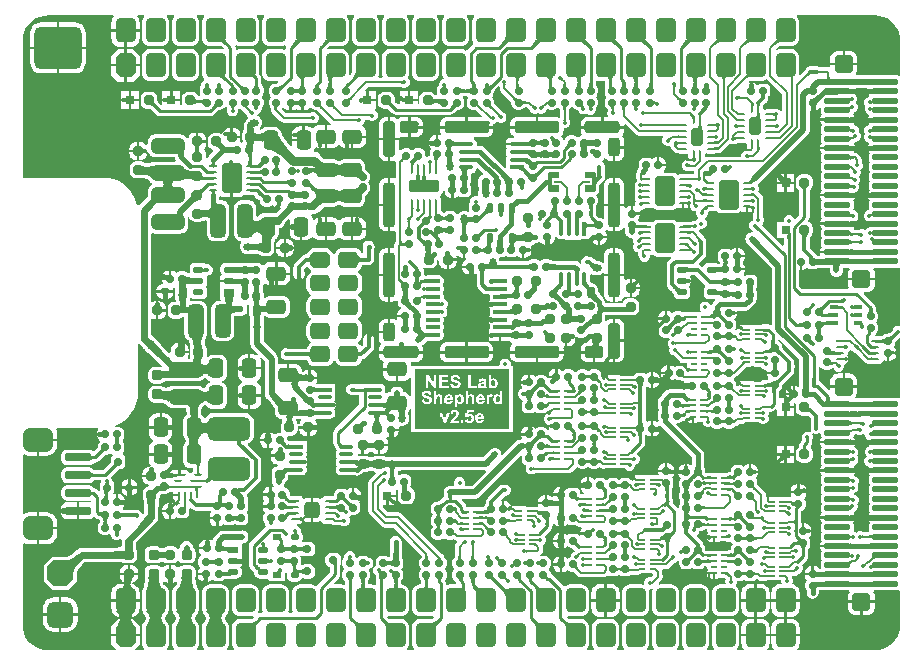
<source format=gbr>
%TF.GenerationSoftware,Altium Limited,Altium Designer,25.4.2 (15)*%
G04 Layer_Physical_Order=1*
G04 Layer_Color=255*
%FSLAX45Y45*%
%MOMM*%
%TF.SameCoordinates,EE14137D-E0DD-4410-96C1-A075B8BE80D9*%
%TF.FilePolarity,Positive*%
%TF.FileFunction,Copper,L1,Top,Signal*%
%TF.Part,Single*%
G01*
G75*
%TA.AperFunction,SMDPad,CuDef*%
%ADD10R,0.52000X0.15000*%
G04:AMPARAMS|DCode=11|XSize=0.15mm|YSize=0.52mm|CornerRadius=0.0375mm|HoleSize=0mm|Usage=FLASHONLY|Rotation=90.000|XOffset=0mm|YOffset=0mm|HoleType=Round|Shape=RoundedRectangle|*
%AMROUNDEDRECTD11*
21,1,0.15000,0.44500,0,0,90.0*
21,1,0.07500,0.52000,0,0,90.0*
1,1,0.07500,0.22250,0.03750*
1,1,0.07500,0.22250,-0.03750*
1,1,0.07500,-0.22250,-0.03750*
1,1,0.07500,-0.22250,0.03750*
%
%ADD11ROUNDEDRECTD11*%
G04:AMPARAMS|DCode=12|XSize=0.23mm|YSize=0.7mm|CornerRadius=0.0575mm|HoleSize=0mm|Usage=FLASHONLY|Rotation=90.000|XOffset=0mm|YOffset=0mm|HoleType=Round|Shape=RoundedRectangle|*
%AMROUNDEDRECTD12*
21,1,0.23000,0.58500,0,0,90.0*
21,1,0.11500,0.70000,0,0,90.0*
1,1,0.11500,0.29250,0.05750*
1,1,0.11500,0.29250,-0.05750*
1,1,0.11500,-0.29250,-0.05750*
1,1,0.11500,-0.29250,0.05750*
%
%ADD12ROUNDEDRECTD12*%
G04:AMPARAMS|DCode=13|XSize=2.5mm|YSize=1.65mm|CornerRadius=0.165mm|HoleSize=0mm|Usage=FLASHONLY|Rotation=90.000|XOffset=0mm|YOffset=0mm|HoleType=Round|Shape=RoundedRectangle|*
%AMROUNDEDRECTD13*
21,1,2.50000,1.32000,0,0,90.0*
21,1,2.17000,1.65000,0,0,90.0*
1,1,0.33000,0.66000,1.08500*
1,1,0.33000,0.66000,-1.08500*
1,1,0.33000,-0.66000,-1.08500*
1,1,0.33000,-0.66000,1.08500*
%
%ADD13ROUNDEDRECTD13*%
%ADD14R,0.70000X0.23000*%
G04:AMPARAMS|DCode=15|XSize=0.55mm|YSize=0.8mm|CornerRadius=0.1375mm|HoleSize=0mm|Usage=FLASHONLY|Rotation=0.000|XOffset=0mm|YOffset=0mm|HoleType=Round|Shape=RoundedRectangle|*
%AMROUNDEDRECTD15*
21,1,0.55000,0.52500,0,0,0.0*
21,1,0.27500,0.80000,0,0,0.0*
1,1,0.27500,0.13750,-0.26250*
1,1,0.27500,-0.13750,-0.26250*
1,1,0.27500,-0.13750,0.26250*
1,1,0.27500,0.13750,0.26250*
%
%ADD15ROUNDEDRECTD15*%
G04:AMPARAMS|DCode=16|XSize=0.23mm|YSize=0.67mm|CornerRadius=0.0575mm|HoleSize=0mm|Usage=FLASHONLY|Rotation=90.000|XOffset=0mm|YOffset=0mm|HoleType=Round|Shape=RoundedRectangle|*
%AMROUNDEDRECTD16*
21,1,0.23000,0.55500,0,0,90.0*
21,1,0.11500,0.67000,0,0,90.0*
1,1,0.11500,0.27750,0.05750*
1,1,0.11500,0.27750,-0.05750*
1,1,0.11500,-0.27750,-0.05750*
1,1,0.11500,-0.27750,0.05750*
%
%ADD16ROUNDEDRECTD16*%
G04:AMPARAMS|DCode=17|XSize=0.23mm|YSize=0.67mm|CornerRadius=0.0575mm|HoleSize=0mm|Usage=FLASHONLY|Rotation=0.000|XOffset=0mm|YOffset=0mm|HoleType=Round|Shape=RoundedRectangle|*
%AMROUNDEDRECTD17*
21,1,0.23000,0.55500,0,0,0.0*
21,1,0.11500,0.67000,0,0,0.0*
1,1,0.11500,0.05750,-0.27750*
1,1,0.11500,-0.05750,-0.27750*
1,1,0.11500,-0.05750,0.27750*
1,1,0.11500,0.05750,0.27750*
%
%ADD17ROUNDEDRECTD17*%
G04:AMPARAMS|DCode=18|XSize=1mm|YSize=1.5mm|CornerRadius=0.25mm|HoleSize=0mm|Usage=FLASHONLY|Rotation=0.000|XOffset=0mm|YOffset=0mm|HoleType=Round|Shape=RoundedRectangle|*
%AMROUNDEDRECTD18*
21,1,1.00000,1.00000,0,0,0.0*
21,1,0.50000,1.50000,0,0,0.0*
1,1,0.50000,0.25000,-0.50000*
1,1,0.50000,-0.25000,-0.50000*
1,1,0.50000,-0.25000,0.50000*
1,1,0.50000,0.25000,0.50000*
%
%ADD18ROUNDEDRECTD18*%
%ADD19R,0.58000X0.22000*%
G04:AMPARAMS|DCode=20|XSize=0.22mm|YSize=0.58mm|CornerRadius=0.055mm|HoleSize=0mm|Usage=FLASHONLY|Rotation=90.000|XOffset=0mm|YOffset=0mm|HoleType=Round|Shape=RoundedRectangle|*
%AMROUNDEDRECTD20*
21,1,0.22000,0.47000,0,0,90.0*
21,1,0.11000,0.58000,0,0,90.0*
1,1,0.11000,0.23500,0.05500*
1,1,0.11000,0.23500,-0.05500*
1,1,0.11000,-0.23500,-0.05500*
1,1,0.11000,-0.23500,0.05500*
%
%ADD20ROUNDEDRECTD20*%
%ADD21R,1.15000X0.35000*%
G04:AMPARAMS|DCode=22|XSize=0.35mm|YSize=1.15mm|CornerRadius=0.0875mm|HoleSize=0mm|Usage=FLASHONLY|Rotation=90.000|XOffset=0mm|YOffset=0mm|HoleType=Round|Shape=RoundedRectangle|*
%AMROUNDEDRECTD22*
21,1,0.35000,0.97500,0,0,90.0*
21,1,0.17500,1.15000,0,0,90.0*
1,1,0.17500,0.48750,0.08750*
1,1,0.17500,0.48750,-0.08750*
1,1,0.17500,-0.48750,-0.08750*
1,1,0.17500,-0.48750,0.08750*
%
%ADD22ROUNDEDRECTD22*%
G04:AMPARAMS|DCode=23|XSize=0.55mm|YSize=0.9mm|CornerRadius=0.1375mm|HoleSize=0mm|Usage=FLASHONLY|Rotation=270.000|XOffset=0mm|YOffset=0mm|HoleType=Round|Shape=RoundedRectangle|*
%AMROUNDEDRECTD23*
21,1,0.55000,0.62500,0,0,270.0*
21,1,0.27500,0.90000,0,0,270.0*
1,1,0.27500,-0.31250,-0.13750*
1,1,0.27500,-0.31250,0.13750*
1,1,0.27500,0.31250,0.13750*
1,1,0.27500,0.31250,-0.13750*
%
%ADD23ROUNDEDRECTD23*%
%ADD24R,0.90000X0.55000*%
G04:AMPARAMS|DCode=25|XSize=1.4mm|YSize=1.3mm|CornerRadius=0.325mm|HoleSize=0mm|Usage=FLASHONLY|Rotation=90.000|XOffset=0mm|YOffset=0mm|HoleType=Round|Shape=RoundedRectangle|*
%AMROUNDEDRECTD25*
21,1,1.40000,0.65000,0,0,90.0*
21,1,0.75000,1.30000,0,0,90.0*
1,1,0.65000,0.32500,0.37500*
1,1,0.65000,0.32500,-0.37500*
1,1,0.65000,-0.32500,-0.37500*
1,1,0.65000,-0.32500,0.37500*
%
%ADD25ROUNDEDRECTD25*%
%ADD26R,0.70000X0.33000*%
G04:AMPARAMS|DCode=27|XSize=0.33mm|YSize=0.7mm|CornerRadius=0.0825mm|HoleSize=0mm|Usage=FLASHONLY|Rotation=270.000|XOffset=0mm|YOffset=0mm|HoleType=Round|Shape=RoundedRectangle|*
%AMROUNDEDRECTD27*
21,1,0.33000,0.53500,0,0,270.0*
21,1,0.16500,0.70000,0,0,270.0*
1,1,0.16500,-0.26750,-0.08250*
1,1,0.16500,-0.26750,0.08250*
1,1,0.16500,0.26750,0.08250*
1,1,0.16500,0.26750,-0.08250*
%
%ADD27ROUNDEDRECTD27*%
G04:AMPARAMS|DCode=28|XSize=0.25mm|YSize=0.7mm|CornerRadius=0.0625mm|HoleSize=0mm|Usage=FLASHONLY|Rotation=90.000|XOffset=0mm|YOffset=0mm|HoleType=Round|Shape=RoundedRectangle|*
%AMROUNDEDRECTD28*
21,1,0.25000,0.57500,0,0,90.0*
21,1,0.12500,0.70000,0,0,90.0*
1,1,0.12500,0.28750,0.06250*
1,1,0.12500,0.28750,-0.06250*
1,1,0.12500,-0.28750,-0.06250*
1,1,0.12500,-0.28750,0.06250*
%
%ADD28ROUNDEDRECTD28*%
%ADD29R,0.70000X0.25000*%
G04:AMPARAMS|DCode=30|XSize=0.55mm|YSize=0.8mm|CornerRadius=0.1375mm|HoleSize=0mm|Usage=FLASHONLY|Rotation=90.000|XOffset=0mm|YOffset=0mm|HoleType=Round|Shape=RoundedRectangle|*
%AMROUNDEDRECTD30*
21,1,0.55000,0.52500,0,0,90.0*
21,1,0.27500,0.80000,0,0,90.0*
1,1,0.27500,0.26250,0.13750*
1,1,0.27500,0.26250,-0.13750*
1,1,0.27500,-0.26250,-0.13750*
1,1,0.27500,-0.26250,0.13750*
%
%ADD30ROUNDEDRECTD30*%
G04:AMPARAMS|DCode=31|XSize=0.2mm|YSize=0.65mm|CornerRadius=0.05mm|HoleSize=0mm|Usage=FLASHONLY|Rotation=270.000|XOffset=0mm|YOffset=0mm|HoleType=Round|Shape=RoundedRectangle|*
%AMROUNDEDRECTD31*
21,1,0.20000,0.55000,0,0,270.0*
21,1,0.10000,0.65000,0,0,270.0*
1,1,0.10000,-0.27500,-0.05000*
1,1,0.10000,-0.27500,0.05000*
1,1,0.10000,0.27500,0.05000*
1,1,0.10000,0.27500,-0.05000*
%
%ADD31ROUNDEDRECTD31*%
G04:AMPARAMS|DCode=32|XSize=0.2mm|YSize=1mm|CornerRadius=0.05mm|HoleSize=0mm|Usage=FLASHONLY|Rotation=270.000|XOffset=0mm|YOffset=0mm|HoleType=Round|Shape=RoundedRectangle|*
%AMROUNDEDRECTD32*
21,1,0.20000,0.90000,0,0,270.0*
21,1,0.10000,1.00000,0,0,270.0*
1,1,0.10000,-0.45000,-0.05000*
1,1,0.10000,-0.45000,0.05000*
1,1,0.10000,0.45000,0.05000*
1,1,0.10000,0.45000,-0.05000*
%
%ADD32ROUNDEDRECTD32*%
G04:AMPARAMS|DCode=33|XSize=0.22mm|YSize=0.55mm|CornerRadius=0.055mm|HoleSize=0mm|Usage=FLASHONLY|Rotation=180.000|XOffset=0mm|YOffset=0mm|HoleType=Round|Shape=RoundedRectangle|*
%AMROUNDEDRECTD33*
21,1,0.22000,0.44000,0,0,180.0*
21,1,0.11000,0.55000,0,0,180.0*
1,1,0.11000,-0.05500,0.22000*
1,1,0.11000,0.05500,0.22000*
1,1,0.11000,0.05500,-0.22000*
1,1,0.11000,-0.05500,-0.22000*
%
%ADD33ROUNDEDRECTD33*%
G04:AMPARAMS|DCode=34|XSize=0.35mm|YSize=1.2mm|CornerRadius=0.0875mm|HoleSize=0mm|Usage=FLASHONLY|Rotation=270.000|XOffset=0mm|YOffset=0mm|HoleType=Round|Shape=RoundedRectangle|*
%AMROUNDEDRECTD34*
21,1,0.35000,1.02500,0,0,270.0*
21,1,0.17500,1.20000,0,0,270.0*
1,1,0.17500,-0.51250,-0.08750*
1,1,0.17500,-0.51250,0.08750*
1,1,0.17500,0.51250,0.08750*
1,1,0.17500,0.51250,-0.08750*
%
%ADD34ROUNDEDRECTD34*%
%ADD35R,1.20000X0.35000*%
%ADD36R,0.35000X1.15000*%
G04:AMPARAMS|DCode=37|XSize=0.35mm|YSize=1.15mm|CornerRadius=0.0875mm|HoleSize=0mm|Usage=FLASHONLY|Rotation=0.000|XOffset=0mm|YOffset=0mm|HoleType=Round|Shape=RoundedRectangle|*
%AMROUNDEDRECTD37*
21,1,0.35000,0.97500,0,0,0.0*
21,1,0.17500,1.15000,0,0,0.0*
1,1,0.17500,0.08750,-0.48750*
1,1,0.17500,-0.08750,-0.48750*
1,1,0.17500,-0.08750,0.48750*
1,1,0.17500,0.08750,0.48750*
%
%ADD37ROUNDEDRECTD37*%
G04:AMPARAMS|DCode=38|XSize=2.55mm|YSize=1.1mm|CornerRadius=0.275mm|HoleSize=0mm|Usage=FLASHONLY|Rotation=0.000|XOffset=0mm|YOffset=0mm|HoleType=Round|Shape=RoundedRectangle|*
%AMROUNDEDRECTD38*
21,1,2.55000,0.55000,0,0,0.0*
21,1,2.00000,1.10000,0,0,0.0*
1,1,0.55000,1.00000,-0.27500*
1,1,0.55000,-1.00000,-0.27500*
1,1,0.55000,-1.00000,0.27500*
1,1,0.55000,1.00000,0.27500*
%
%ADD38ROUNDEDRECTD38*%
G04:AMPARAMS|DCode=39|XSize=0.23mm|YSize=0.85mm|CornerRadius=0.0575mm|HoleSize=0mm|Usage=FLASHONLY|Rotation=0.000|XOffset=0mm|YOffset=0mm|HoleType=Round|Shape=RoundedRectangle|*
%AMROUNDEDRECTD39*
21,1,0.23000,0.73500,0,0,0.0*
21,1,0.11500,0.85000,0,0,0.0*
1,1,0.11500,0.05750,-0.36750*
1,1,0.11500,-0.05750,-0.36750*
1,1,0.11500,-0.05750,0.36750*
1,1,0.11500,0.05750,0.36750*
%
%ADD39ROUNDEDRECTD39*%
%ADD40R,0.23000X0.85000*%
%ADD41O,0.60000X0.80000*%
G04:AMPARAMS|DCode=42|XSize=0.6mm|YSize=0.7mm|CornerRadius=0.15mm|HoleSize=0mm|Usage=FLASHONLY|Rotation=180.000|XOffset=0mm|YOffset=0mm|HoleType=Round|Shape=RoundedRectangle|*
%AMROUNDEDRECTD42*
21,1,0.60000,0.40000,0,0,180.0*
21,1,0.30000,0.70000,0,0,180.0*
1,1,0.30000,-0.15000,0.20000*
1,1,0.30000,0.15000,0.20000*
1,1,0.30000,0.15000,-0.20000*
1,1,0.30000,-0.15000,-0.20000*
%
%ADD42ROUNDEDRECTD42*%
G04:AMPARAMS|DCode=43|XSize=0.6mm|YSize=0.7mm|CornerRadius=0.15mm|HoleSize=0mm|Usage=FLASHONLY|Rotation=90.000|XOffset=0mm|YOffset=0mm|HoleType=Round|Shape=RoundedRectangle|*
%AMROUNDEDRECTD43*
21,1,0.60000,0.40000,0,0,90.0*
21,1,0.30000,0.70000,0,0,90.0*
1,1,0.30000,0.20000,0.15000*
1,1,0.30000,0.20000,-0.15000*
1,1,0.30000,-0.20000,-0.15000*
1,1,0.30000,-0.20000,0.15000*
%
%ADD43ROUNDEDRECTD43*%
G04:AMPARAMS|DCode=44|XSize=0.6mm|YSize=0.6mm|CornerRadius=0.15mm|HoleSize=0mm|Usage=FLASHONLY|Rotation=0.000|XOffset=0mm|YOffset=0mm|HoleType=Round|Shape=RoundedRectangle|*
%AMROUNDEDRECTD44*
21,1,0.60000,0.30000,0,0,0.0*
21,1,0.30000,0.60000,0,0,0.0*
1,1,0.30000,0.15000,-0.15000*
1,1,0.30000,-0.15000,-0.15000*
1,1,0.30000,-0.15000,0.15000*
1,1,0.30000,0.15000,0.15000*
%
%ADD44ROUNDEDRECTD44*%
G04:AMPARAMS|DCode=45|XSize=0.6mm|YSize=0.6mm|CornerRadius=0.15mm|HoleSize=0mm|Usage=FLASHONLY|Rotation=270.000|XOffset=0mm|YOffset=0mm|HoleType=Round|Shape=RoundedRectangle|*
%AMROUNDEDRECTD45*
21,1,0.60000,0.30000,0,0,270.0*
21,1,0.30000,0.60000,0,0,270.0*
1,1,0.30000,-0.15000,-0.15000*
1,1,0.30000,-0.15000,0.15000*
1,1,0.30000,0.15000,0.15000*
1,1,0.30000,0.15000,-0.15000*
%
%ADD45ROUNDEDRECTD45*%
G04:AMPARAMS|DCode=46|XSize=0.9mm|YSize=0.8mm|CornerRadius=0.2mm|HoleSize=0mm|Usage=FLASHONLY|Rotation=180.000|XOffset=0mm|YOffset=0mm|HoleType=Round|Shape=RoundedRectangle|*
%AMROUNDEDRECTD46*
21,1,0.90000,0.40000,0,0,180.0*
21,1,0.50000,0.80000,0,0,180.0*
1,1,0.40000,-0.25000,0.20000*
1,1,0.40000,0.25000,0.20000*
1,1,0.40000,0.25000,-0.20000*
1,1,0.40000,-0.25000,-0.20000*
%
%ADD46ROUNDEDRECTD46*%
%ADD47O,0.30000X1.70000*%
%ADD48R,0.70000X0.24000*%
G04:AMPARAMS|DCode=49|XSize=2.2mm|YSize=0.5mm|CornerRadius=0.125mm|HoleSize=0mm|Usage=FLASHONLY|Rotation=0.000|XOffset=0mm|YOffset=0mm|HoleType=Round|Shape=RoundedRectangle|*
%AMROUNDEDRECTD49*
21,1,2.20000,0.25000,0,0,0.0*
21,1,1.95000,0.50000,0,0,0.0*
1,1,0.25000,0.97500,-0.12500*
1,1,0.25000,-0.97500,-0.12500*
1,1,0.25000,-0.97500,0.12500*
1,1,0.25000,0.97500,0.12500*
%
%ADD49ROUNDEDRECTD49*%
G04:AMPARAMS|DCode=50|XSize=2.2mm|YSize=0.7mm|CornerRadius=0.175mm|HoleSize=0mm|Usage=FLASHONLY|Rotation=180.000|XOffset=0mm|YOffset=0mm|HoleType=Round|Shape=RoundedRectangle|*
%AMROUNDEDRECTD50*
21,1,2.20000,0.35000,0,0,180.0*
21,1,1.85000,0.70000,0,0,180.0*
1,1,0.35000,-0.92500,0.17500*
1,1,0.35000,0.92500,0.17500*
1,1,0.35000,0.92500,-0.17500*
1,1,0.35000,-0.92500,-0.17500*
%
%ADD50ROUNDEDRECTD50*%
G04:AMPARAMS|DCode=51|XSize=2.5mm|YSize=2mm|CornerRadius=0.5mm|HoleSize=0mm|Usage=FLASHONLY|Rotation=180.000|XOffset=0mm|YOffset=0mm|HoleType=Round|Shape=RoundedRectangle|*
%AMROUNDEDRECTD51*
21,1,2.50000,1.00000,0,0,180.0*
21,1,1.50000,2.00000,0,0,180.0*
1,1,1.00000,-0.75000,0.50000*
1,1,1.00000,0.75000,0.50000*
1,1,1.00000,0.75000,-0.50000*
1,1,1.00000,-0.75000,-0.50000*
%
%ADD51ROUNDEDRECTD51*%
%TA.AperFunction,SMDPad,SMDef*%
%ADD52C,0.30000*%
%TA.AperFunction,SMDPad,CuDef*%
G04:AMPARAMS|DCode=53|XSize=1.6mm|YSize=1mm|CornerRadius=0.25mm|HoleSize=0mm|Usage=FLASHONLY|Rotation=270.000|XOffset=0mm|YOffset=0mm|HoleType=Round|Shape=RoundedRectangle|*
%AMROUNDEDRECTD53*
21,1,1.60000,0.50000,0,0,270.0*
21,1,1.10000,1.00000,0,0,270.0*
1,1,0.50000,-0.25000,-0.55000*
1,1,0.50000,-0.25000,0.55000*
1,1,0.50000,0.25000,0.55000*
1,1,0.50000,0.25000,-0.55000*
%
%ADD53ROUNDEDRECTD53*%
%TA.AperFunction,SMDPad,SMDef*%
G04:AMPARAMS|DCode=54|XSize=3.8mm|YSize=1mm|CornerRadius=0.25mm|HoleSize=0mm|Usage=FLASHONLY|Rotation=180.000|XOffset=0mm|YOffset=0mm|HoleType=Round|Shape=RoundedRectangle|*
%AMROUNDEDRECTD54*
21,1,3.80000,0.50000,0,0,180.0*
21,1,3.30000,1.00000,0,0,180.0*
1,1,0.50000,-1.65000,0.25000*
1,1,0.50000,1.65000,0.25000*
1,1,0.50000,1.65000,-0.25000*
1,1,0.50000,-1.65000,-0.25000*
%
%ADD54ROUNDEDRECTD54*%
%TA.AperFunction,SMDPad,CuDef*%
G04:AMPARAMS|DCode=55|XSize=3mm|YSize=1mm|CornerRadius=0.25mm|HoleSize=0mm|Usage=FLASHONLY|Rotation=180.000|XOffset=0mm|YOffset=0mm|HoleType=Round|Shape=RoundedRectangle|*
%AMROUNDEDRECTD55*
21,1,3.00000,0.50000,0,0,180.0*
21,1,2.50000,1.00000,0,0,180.0*
1,1,0.50000,-1.25000,0.25000*
1,1,0.50000,1.25000,0.25000*
1,1,0.50000,1.25000,-0.25000*
1,1,0.50000,-1.25000,-0.25000*
%
%ADD55ROUNDEDRECTD55*%
G04:AMPARAMS|DCode=56|XSize=1.6mm|YSize=1mm|CornerRadius=0.25mm|HoleSize=0mm|Usage=FLASHONLY|Rotation=0.000|XOffset=0mm|YOffset=0mm|HoleType=Round|Shape=RoundedRectangle|*
%AMROUNDEDRECTD56*
21,1,1.60000,0.50000,0,0,0.0*
21,1,1.10000,1.00000,0,0,0.0*
1,1,0.50000,0.55000,-0.25000*
1,1,0.50000,-0.55000,-0.25000*
1,1,0.50000,-0.55000,0.25000*
1,1,0.50000,0.55000,0.25000*
%
%ADD56ROUNDEDRECTD56*%
%TA.AperFunction,SMDPad,SMDef*%
G04:AMPARAMS|DCode=57|XSize=3.8mm|YSize=1mm|CornerRadius=0.25mm|HoleSize=0mm|Usage=FLASHONLY|Rotation=270.000|XOffset=0mm|YOffset=0mm|HoleType=Round|Shape=RoundedRectangle|*
%AMROUNDEDRECTD57*
21,1,3.80000,0.50000,0,0,270.0*
21,1,3.30000,1.00000,0,0,270.0*
1,1,0.50000,-0.25000,-1.65000*
1,1,0.50000,-0.25000,1.65000*
1,1,0.50000,0.25000,1.65000*
1,1,0.50000,0.25000,-1.65000*
%
%ADD57ROUNDEDRECTD57*%
%TA.AperFunction,SMDPad,CuDef*%
G04:AMPARAMS|DCode=58|XSize=3mm|YSize=1mm|CornerRadius=0.25mm|HoleSize=0mm|Usage=FLASHONLY|Rotation=270.000|XOffset=0mm|YOffset=0mm|HoleType=Round|Shape=RoundedRectangle|*
%AMROUNDEDRECTD58*
21,1,3.00000,0.50000,0,0,270.0*
21,1,2.50000,1.00000,0,0,270.0*
1,1,0.50000,-0.25000,-1.25000*
1,1,0.50000,-0.25000,1.25000*
1,1,0.50000,0.25000,1.25000*
1,1,0.50000,0.25000,-1.25000*
%
%ADD58ROUNDEDRECTD58*%
G04:AMPARAMS|DCode=59|XSize=2.8mm|YSize=1.3mm|CornerRadius=0.325mm|HoleSize=0mm|Usage=FLASHONLY|Rotation=90.000|XOffset=0mm|YOffset=0mm|HoleType=Round|Shape=RoundedRectangle|*
%AMROUNDEDRECTD59*
21,1,2.80000,0.65000,0,0,90.0*
21,1,2.15000,1.30000,0,0,90.0*
1,1,0.65000,0.32500,1.07500*
1,1,0.65000,0.32500,-1.07500*
1,1,0.65000,-0.32500,-1.07500*
1,1,0.65000,-0.32500,1.07500*
%
%ADD59ROUNDEDRECTD59*%
G04:AMPARAMS|DCode=60|XSize=2.8mm|YSize=1.3mm|CornerRadius=0.325mm|HoleSize=0mm|Usage=FLASHONLY|Rotation=0.000|XOffset=0mm|YOffset=0mm|HoleType=Round|Shape=RoundedRectangle|*
%AMROUNDEDRECTD60*
21,1,2.80000,0.65000,0,0,0.0*
21,1,2.15000,1.30000,0,0,0.0*
1,1,0.65000,1.07500,-0.32500*
1,1,0.65000,-1.07500,-0.32500*
1,1,0.65000,-1.07500,0.32500*
1,1,0.65000,1.07500,0.32500*
%
%ADD60ROUNDEDRECTD60*%
G04:AMPARAMS|DCode=61|XSize=3.6mm|YSize=2mm|CornerRadius=0.5mm|HoleSize=0mm|Usage=FLASHONLY|Rotation=180.000|XOffset=0mm|YOffset=0mm|HoleType=Round|Shape=RoundedRectangle|*
%AMROUNDEDRECTD61*
21,1,3.60000,1.00000,0,0,180.0*
21,1,2.60000,2.00000,0,0,180.0*
1,1,1.00000,-1.30000,0.50000*
1,1,1.00000,1.30000,0.50000*
1,1,1.00000,1.30000,-0.50000*
1,1,1.00000,-1.30000,-0.50000*
%
%ADD61ROUNDEDRECTD61*%
%ADD62O,0.80000X0.60000*%
%ADD63R,0.80000X0.80000*%
G04:AMPARAMS|DCode=64|XSize=0.8mm|YSize=0.8mm|CornerRadius=0.2mm|HoleSize=0mm|Usage=FLASHONLY|Rotation=90.000|XOffset=0mm|YOffset=0mm|HoleType=Round|Shape=RoundedRectangle|*
%AMROUNDEDRECTD64*
21,1,0.80000,0.40000,0,0,90.0*
21,1,0.40000,0.80000,0,0,90.0*
1,1,0.40000,0.20000,0.20000*
1,1,0.40000,0.20000,-0.20000*
1,1,0.40000,-0.20000,-0.20000*
1,1,0.40000,-0.20000,0.20000*
%
%ADD64ROUNDEDRECTD64*%
%ADD65R,0.70000X0.50000*%
G04:AMPARAMS|DCode=66|XSize=0.5mm|YSize=0.7mm|CornerRadius=0.125mm|HoleSize=0mm|Usage=FLASHONLY|Rotation=90.000|XOffset=0mm|YOffset=0mm|HoleType=Round|Shape=RoundedRectangle|*
%AMROUNDEDRECTD66*
21,1,0.50000,0.45000,0,0,90.0*
21,1,0.25000,0.70000,0,0,90.0*
1,1,0.25000,0.22500,0.12500*
1,1,0.25000,0.22500,-0.12500*
1,1,0.25000,-0.22500,-0.12500*
1,1,0.25000,-0.22500,0.12500*
%
%ADD66ROUNDEDRECTD66*%
G04:AMPARAMS|DCode=67|XSize=0.8mm|YSize=0.8mm|CornerRadius=0.2mm|HoleSize=0mm|Usage=FLASHONLY|Rotation=180.000|XOffset=0mm|YOffset=0mm|HoleType=Round|Shape=RoundedRectangle|*
%AMROUNDEDRECTD67*
21,1,0.80000,0.40000,0,0,180.0*
21,1,0.40000,0.80000,0,0,180.0*
1,1,0.40000,-0.20000,0.20000*
1,1,0.40000,0.20000,0.20000*
1,1,0.40000,0.20000,-0.20000*
1,1,0.40000,-0.20000,-0.20000*
%
%ADD67ROUNDEDRECTD67*%
G04:AMPARAMS|DCode=68|XSize=1.65mm|YSize=1.25mm|CornerRadius=0.3125mm|HoleSize=0mm|Usage=FLASHONLY|Rotation=0.000|XOffset=0mm|YOffset=0mm|HoleType=Round|Shape=RoundedRectangle|*
%AMROUNDEDRECTD68*
21,1,1.65000,0.62500,0,0,0.0*
21,1,1.02500,1.25000,0,0,0.0*
1,1,0.62500,0.51250,-0.31250*
1,1,0.62500,-0.51250,-0.31250*
1,1,0.62500,-0.51250,0.31250*
1,1,0.62500,0.51250,0.31250*
%
%ADD68ROUNDEDRECTD68*%
G04:AMPARAMS|DCode=69|XSize=1.65mm|YSize=1.25mm|CornerRadius=0.3125mm|HoleSize=0mm|Usage=FLASHONLY|Rotation=270.000|XOffset=0mm|YOffset=0mm|HoleType=Round|Shape=RoundedRectangle|*
%AMROUNDEDRECTD69*
21,1,1.65000,0.62500,0,0,270.0*
21,1,1.02500,1.25000,0,0,270.0*
1,1,0.62500,-0.31250,-0.51250*
1,1,0.62500,-0.31250,0.51250*
1,1,0.62500,0.31250,0.51250*
1,1,0.62500,0.31250,-0.51250*
%
%ADD69ROUNDEDRECTD69*%
%TA.AperFunction,NonConductor*%
%ADD70C,0.30000*%
%TA.AperFunction,Conductor*%
%ADD71C,0.40000*%
%ADD72C,0.30000*%
%ADD73C,0.60000*%
%ADD74C,0.50000*%
%ADD75C,0.20000*%
%ADD76C,0.22000*%
%ADD77C,0.25000*%
%ADD78C,0.35000*%
%ADD79C,0.15000*%
%ADD80C,0.80000*%
%ADD81C,0.23000*%
%ADD82C,0.70000*%
%TA.AperFunction,ComponentPad*%
G04:AMPARAMS|DCode=83|XSize=1.55mm|YSize=1.6mm|CornerRadius=0.3875mm|HoleSize=0mm|Usage=FLASHONLY|Rotation=270.000|XOffset=0mm|YOffset=0mm|HoleType=Round|Shape=RoundedRectangle|*
%AMROUNDEDRECTD83*
21,1,1.55000,0.82500,0,0,270.0*
21,1,0.77500,1.60000,0,0,270.0*
1,1,0.77500,-0.41250,-0.38750*
1,1,0.77500,-0.41250,0.38750*
1,1,0.77500,0.41250,0.38750*
1,1,0.77500,0.41250,-0.38750*
%
%ADD83ROUNDEDRECTD83*%
G04:AMPARAMS|DCode=84|XSize=1.7mm|YSize=2.1mm|CornerRadius=0.425mm|HoleSize=0mm|Usage=FLASHONLY|Rotation=0.000|XOffset=0mm|YOffset=0mm|HoleType=Round|Shape=RoundedRectangle|*
%AMROUNDEDRECTD84*
21,1,1.70000,1.25001,0,0,0.0*
21,1,0.85000,2.10000,0,0,0.0*
1,1,0.85000,0.42500,-0.62500*
1,1,0.85000,-0.42500,-0.62500*
1,1,0.85000,-0.42500,0.62500*
1,1,0.85000,0.42500,0.62500*
%
%ADD84ROUNDEDRECTD84*%
G04:AMPARAMS|DCode=85|XSize=1.7mm|YSize=2.1mm|CornerRadius=0mm|HoleSize=0mm|Usage=FLASHONLY|Rotation=0.000|XOffset=0mm|YOffset=0mm|HoleType=Round|Shape=Octagon|*
%AMOCTAGOND85*
4,1,8,-0.42500,1.05000,0.42500,1.05000,0.85000,0.62500,0.85000,-0.62500,0.42500,-1.05000,-0.42500,-1.05000,-0.85000,-0.62500,-0.85000,0.62500,-0.42500,1.05000,0.0*
%
%ADD85OCTAGOND85*%

G04:AMPARAMS|DCode=86|XSize=1.4mm|YSize=1.7mm|CornerRadius=0.35mm|HoleSize=0mm|Usage=FLASHONLY|Rotation=270.000|XOffset=0mm|YOffset=0mm|HoleType=Round|Shape=RoundedRectangle|*
%AMROUNDEDRECTD86*
21,1,1.40000,1.00000,0,0,270.0*
21,1,0.70000,1.70000,0,0,270.0*
1,1,0.70000,-0.50000,-0.35000*
1,1,0.70000,-0.50000,0.35000*
1,1,0.70000,0.50000,0.35000*
1,1,0.70000,0.50000,-0.35000*
%
%ADD86ROUNDEDRECTD86*%
G04:AMPARAMS|DCode=87|XSize=1.4mm|YSize=1.7mm|CornerRadius=0mm|HoleSize=0mm|Usage=FLASHONLY|Rotation=270.000|XOffset=0mm|YOffset=0mm|HoleType=Round|Shape=Octagon|*
%AMOCTAGOND87*
4,1,8,0.85000,0.35000,0.85000,-0.35000,0.50000,-0.70000,-0.50000,-0.70000,-0.85000,-0.35000,-0.85000,0.35000,-0.50000,0.70000,0.50000,0.70000,0.85000,0.35000,0.0*
%
%ADD87OCTAGOND87*%

G04:AMPARAMS|DCode=88|XSize=4mm|YSize=3.6mm|CornerRadius=0.54mm|HoleSize=0mm|Usage=FLASHONLY|Rotation=0.000|XOffset=0mm|YOffset=0mm|HoleType=Round|Shape=RoundedRectangle|*
%AMROUNDEDRECTD88*
21,1,4.00000,2.52000,0,0,0.0*
21,1,2.92000,3.60000,0,0,0.0*
1,1,1.08000,1.46000,-1.26000*
1,1,1.08000,-1.46000,-1.26000*
1,1,1.08000,-1.46000,1.26000*
1,1,1.08000,1.46000,1.26000*
%
%ADD88ROUNDEDRECTD88*%
G04:AMPARAMS|DCode=89|XSize=2.2mm|YSize=2.2mm|CornerRadius=0mm|HoleSize=0mm|Usage=FLASHONLY|Rotation=270.000|XOffset=0mm|YOffset=0mm|HoleType=Round|Shape=Octagon|*
%AMOCTAGOND89*
4,1,8,-0.55000,-1.10000,0.55000,-1.10000,1.10000,-0.55000,1.10000,0.55000,0.55000,1.10000,-0.55000,1.10000,-1.10000,0.55000,-1.10000,-0.55000,-0.55000,-1.10000,0.0*
%
%ADD89OCTAGOND89*%

G04:AMPARAMS|DCode=90|XSize=2.2mm|YSize=2.2mm|CornerRadius=0.55mm|HoleSize=0mm|Usage=FLASHONLY|Rotation=270.000|XOffset=0mm|YOffset=0mm|HoleType=Round|Shape=RoundedRectangle|*
%AMROUNDEDRECTD90*
21,1,2.20000,1.10000,0,0,270.0*
21,1,1.10000,2.20000,0,0,270.0*
1,1,1.10000,-0.55000,-0.55000*
1,1,1.10000,-0.55000,0.55000*
1,1,1.10000,0.55000,0.55000*
1,1,1.10000,0.55000,-0.55000*
%
%ADD90ROUNDEDRECTD90*%
%TA.AperFunction,ViaPad*%
%ADD91C,0.60000*%
%ADD92C,0.35000*%
G36*
X5274707Y5189477D02*
X5272233Y5190338D01*
X5269478Y5190567D01*
X5266441Y5190163D01*
X5263123Y5189126D01*
X5259523Y5187457D01*
X5255641Y5185155D01*
X5251477Y5182220D01*
X5247032Y5178653D01*
X5237297Y5169620D01*
X5223896Y5191574D01*
X5228688Y5196539D01*
X5236778Y5206019D01*
X5240076Y5210533D01*
X5242876Y5214897D01*
X5245178Y5219110D01*
X5246982Y5223172D01*
X5248288Y5227084D01*
X5249096Y5230845D01*
X5249406Y5234456D01*
X5274707Y5189477D01*
D02*
G37*
G36*
X7565458Y5187877D02*
X7563178Y5188245D01*
X7560713Y5188149D01*
X7558062Y5187590D01*
X7555226Y5186566D01*
X7552205Y5185078D01*
X7548999Y5183127D01*
X7545608Y5180711D01*
X7542032Y5177832D01*
X7534324Y5170682D01*
X7520182Y5184824D01*
X7523989Y5188770D01*
X7530212Y5196108D01*
X7532627Y5199499D01*
X7534578Y5202705D01*
X7536066Y5205726D01*
X7537090Y5208562D01*
X7537649Y5211212D01*
X7537745Y5213678D01*
X7537377Y5215958D01*
X7565458Y5187877D01*
D02*
G37*
G36*
X7311458D02*
X7309178Y5188245D01*
X7306713Y5188149D01*
X7304062Y5187590D01*
X7301226Y5186566D01*
X7298205Y5185078D01*
X7294999Y5183127D01*
X7291608Y5180711D01*
X7288032Y5177832D01*
X7280324Y5170682D01*
X7266182Y5184824D01*
X7269989Y5188770D01*
X7276212Y5196108D01*
X7278627Y5199499D01*
X7280578Y5202705D01*
X7282066Y5205726D01*
X7283090Y5208562D01*
X7283649Y5211212D01*
X7283745Y5213678D01*
X7283377Y5215958D01*
X7311458Y5187877D01*
D02*
G37*
G36*
X7057458D02*
X7055178Y5188245D01*
X7052713Y5188149D01*
X7050062Y5187590D01*
X7047226Y5186566D01*
X7044205Y5185078D01*
X7040999Y5183127D01*
X7037608Y5180711D01*
X7034032Y5177832D01*
X7026324Y5170682D01*
X7012182Y5184824D01*
X7015989Y5188770D01*
X7022212Y5196108D01*
X7024627Y5199499D01*
X7026578Y5202705D01*
X7028066Y5205726D01*
X7029090Y5208562D01*
X7029649Y5211212D01*
X7029745Y5213678D01*
X7029377Y5215958D01*
X7057458Y5187877D01*
D02*
G37*
G36*
X6809117Y5186535D02*
X6805817Y5186542D01*
X6802366Y5186050D01*
X6798764Y5185058D01*
X6795012Y5183568D01*
X6791108Y5181579D01*
X6787053Y5179090D01*
X6782847Y5176103D01*
X6778491Y5172617D01*
X6769325Y5164147D01*
X6751647Y5181824D01*
X6756132Y5186483D01*
X6763603Y5195347D01*
X6766591Y5199553D01*
X6769079Y5203608D01*
X6771068Y5207511D01*
X6772559Y5211264D01*
X6773550Y5214866D01*
X6774042Y5218317D01*
X6774035Y5221617D01*
X6809117Y5186535D01*
D02*
G37*
G36*
X5539117D02*
X5535817Y5186542D01*
X5532366Y5186050D01*
X5528764Y5185058D01*
X5525012Y5183568D01*
X5521108Y5181579D01*
X5517053Y5179090D01*
X5512847Y5176103D01*
X5508491Y5172617D01*
X5499325Y5164147D01*
X5481647Y5181824D01*
X5486132Y5186483D01*
X5493603Y5195347D01*
X5496591Y5199553D01*
X5499079Y5203608D01*
X5501068Y5207511D01*
X5502559Y5211264D01*
X5503550Y5214866D01*
X5504042Y5218317D01*
X5504035Y5221617D01*
X5539117Y5186535D01*
D02*
G37*
G36*
X3761117D02*
X3757817Y5186542D01*
X3754366Y5186050D01*
X3750764Y5185058D01*
X3747012Y5183568D01*
X3743108Y5181579D01*
X3739053Y5179090D01*
X3734847Y5176103D01*
X3730491Y5172617D01*
X3721325Y5164147D01*
X3703647Y5181824D01*
X3708132Y5186483D01*
X3715603Y5195347D01*
X3718591Y5199553D01*
X3721079Y5203608D01*
X3723069Y5207511D01*
X3724559Y5211264D01*
X3725550Y5214866D01*
X3726042Y5218317D01*
X3726035Y5221617D01*
X3761117Y5186535D01*
D02*
G37*
G36*
X3507117D02*
X3503817Y5186542D01*
X3500366Y5186050D01*
X3496764Y5185058D01*
X3493012Y5183568D01*
X3489108Y5181579D01*
X3485053Y5179090D01*
X3480847Y5176103D01*
X3476491Y5172617D01*
X3467325Y5164147D01*
X3449647Y5181824D01*
X3454132Y5186483D01*
X3461603Y5195347D01*
X3464591Y5199553D01*
X3467079Y5203608D01*
X3469068Y5207511D01*
X3470559Y5211264D01*
X3471550Y5214866D01*
X3472042Y5218317D01*
X3472035Y5221617D01*
X3507117Y5186535D01*
D02*
G37*
G36*
X6433958Y5218317D02*
X6434450Y5214866D01*
X6435441Y5211264D01*
X6436932Y5207511D01*
X6438921Y5203608D01*
X6441409Y5199553D01*
X6444397Y5195347D01*
X6447883Y5190990D01*
X6456353Y5181824D01*
X6438675Y5164147D01*
X6434017Y5168631D01*
X6425153Y5176103D01*
X6420947Y5179090D01*
X6416892Y5181579D01*
X6412988Y5183568D01*
X6409236Y5185058D01*
X6405634Y5186050D01*
X6402183Y5186542D01*
X6398883Y5186535D01*
X6433965Y5221617D01*
X6433958Y5218317D01*
D02*
G37*
G36*
X6179958D02*
X6180450Y5214866D01*
X6181441Y5211264D01*
X6182932Y5207511D01*
X6184921Y5203608D01*
X6187409Y5199553D01*
X6190397Y5195347D01*
X6193883Y5190990D01*
X6202353Y5181824D01*
X6184675Y5164147D01*
X6180017Y5168631D01*
X6171153Y5176103D01*
X6166947Y5179090D01*
X6162892Y5181579D01*
X6158988Y5183568D01*
X6155236Y5185058D01*
X6151634Y5186050D01*
X6148183Y5186542D01*
X6144883Y5186535D01*
X6179965Y5221617D01*
X6179958Y5218317D01*
D02*
G37*
G36*
X5925958D02*
X5926450Y5214866D01*
X5927441Y5211264D01*
X5928932Y5207511D01*
X5930921Y5203608D01*
X5933409Y5199553D01*
X5936397Y5195347D01*
X5939883Y5190990D01*
X5948353Y5181824D01*
X5930675Y5164147D01*
X5926017Y5168631D01*
X5917153Y5176103D01*
X5912947Y5179090D01*
X5908892Y5181579D01*
X5904988Y5183568D01*
X5901236Y5185058D01*
X5897634Y5186050D01*
X5894183Y5186542D01*
X5890883Y5186535D01*
X5925965Y5221617D01*
X5925958Y5218317D01*
D02*
G37*
G36*
X2877958D02*
X2878450Y5214866D01*
X2879441Y5211264D01*
X2880931Y5207511D01*
X2882921Y5203608D01*
X2885409Y5199553D01*
X2888397Y5195347D01*
X2891883Y5190990D01*
X2900353Y5181824D01*
X2882675Y5164147D01*
X2878017Y5168631D01*
X2869153Y5176103D01*
X2864947Y5179090D01*
X2860892Y5181579D01*
X2856988Y5183568D01*
X2853236Y5185058D01*
X2849634Y5186050D01*
X2846183Y5186542D01*
X2842883Y5186535D01*
X2877965Y5221617D01*
X2877958Y5218317D01*
D02*
G37*
G36*
X8412706Y5414943D02*
X8445066Y5407174D01*
X8475813Y5394438D01*
X8504188Y5377050D01*
X8529494Y5355436D01*
X8551108Y5330130D01*
X8568496Y5301755D01*
X8581232Y5271008D01*
X8589001Y5238648D01*
X8590681Y5217292D01*
X8591113Y5205471D01*
X8591116Y5205460D01*
X8591116Y5193471D01*
X8591124Y4912885D01*
X8581971Y4907993D01*
X8579124Y4907725D01*
X8563500Y4910832D01*
X8368500D01*
X8366699Y4910474D01*
X8219537D01*
X8213619Y4922474D01*
X8218670Y4929057D01*
X8226101Y4946997D01*
X8228636Y4966250D01*
Y4995000D01*
X8113000D01*
X7997364D01*
Y4984106D01*
X7987536Y4977307D01*
X7985364Y4977728D01*
X7970000Y4980784D01*
X7969999Y4980784D01*
X7909961D01*
X7907558Y4982389D01*
X7903126Y4983271D01*
X7898951Y4985000D01*
X7894432D01*
X7890000Y4985882D01*
X7830000D01*
X7825568Y4985000D01*
X7821049D01*
X7816874Y4983271D01*
X7812442Y4982389D01*
X7808684Y4979878D01*
X7804510Y4978149D01*
X7801315Y4974954D01*
X7797557Y4972443D01*
X7795046Y4968686D01*
X7791851Y4965490D01*
X7790122Y4961316D01*
X7787611Y4957558D01*
X7787133Y4955153D01*
X7778733Y4946409D01*
X7744220Y4911897D01*
X7742893Y4912277D01*
X7733544Y4918192D01*
X7735625Y4934000D01*
Y5059000D01*
X7733134Y5077927D01*
X7725828Y5095563D01*
X7714208Y5110708D01*
X7699063Y5122329D01*
X7681426Y5129634D01*
X7662500Y5132126D01*
X7577500D01*
X7558574Y5129634D01*
X7550392Y5126245D01*
X7543595Y5136418D01*
X7559374Y5152197D01*
X7562048Y5154678D01*
X7564088Y5156320D01*
X7564467Y5156590D01*
X7577500Y5154874D01*
X7662500D01*
X7681426Y5157366D01*
X7699063Y5164671D01*
X7714208Y5176292D01*
X7725828Y5191437D01*
X7733134Y5209073D01*
X7735625Y5228000D01*
Y5353000D01*
X7733134Y5371927D01*
X7725828Y5389563D01*
X7714208Y5404708D01*
X7713754Y5405056D01*
X7717828Y5417056D01*
X8379531D01*
X8381325Y5417413D01*
X8412706Y5414943D01*
D02*
G37*
G36*
X4986246Y5405056D02*
X4985792Y5404708D01*
X4974172Y5389563D01*
X4966866Y5371927D01*
X4964375Y5353000D01*
Y5228000D01*
X4966866Y5209073D01*
X4974172Y5191437D01*
X4975355Y5189895D01*
X4972859Y5174141D01*
X4924356Y5125637D01*
X4921232Y5120961D01*
X4909392Y5119007D01*
X4905063Y5122329D01*
X4887426Y5129634D01*
X4868500Y5132126D01*
X4783500D01*
X4764574Y5129634D01*
X4746937Y5122329D01*
X4731792Y5110708D01*
X4720172Y5095563D01*
X4712866Y5077927D01*
X4710375Y5059000D01*
Y4934000D01*
X4712866Y4915073D01*
X4720172Y4897437D01*
X4728145Y4887046D01*
X4722227Y4875046D01*
X4721759D01*
X4704301Y4867814D01*
X4690939Y4854452D01*
X4683707Y4836994D01*
Y4828212D01*
X4682557Y4827443D01*
X4672611Y4812558D01*
X4669119Y4795000D01*
Y4765000D01*
X4672001Y4750512D01*
X4666996Y4742934D01*
X4663266Y4739812D01*
X4655983Y4741180D01*
X4646048Y4756048D01*
X4629509Y4767099D01*
X4610000Y4770980D01*
X4570000D01*
X4550491Y4767099D01*
X4533952Y4756048D01*
X4522901Y4739509D01*
X4519021Y4720000D01*
Y4680000D01*
X4508497Y4671397D01*
X4505000Y4672649D01*
Y4690000D01*
X4430000D01*
X4355000D01*
Y4663332D01*
X4337949D01*
X4322540Y4678741D01*
X4316645Y4685609D01*
X4314414Y4688630D01*
X4312566Y4691467D01*
X4311294Y4693755D01*
X4310980Y4694446D01*
Y4720000D01*
X4307099Y4739509D01*
X4296048Y4756048D01*
X4279509Y4767099D01*
X4260000Y4770980D01*
X4220000D01*
X4200491Y4767099D01*
X4183952Y4756048D01*
X4172901Y4739509D01*
X4169021Y4720000D01*
Y4680000D01*
X4172901Y4660491D01*
X4183952Y4643952D01*
X4200491Y4632901D01*
X4220000Y4629020D01*
X4245554D01*
X4246244Y4628707D01*
X4248533Y4627433D01*
X4251370Y4625587D01*
X4254392Y4623355D01*
X4261259Y4617460D01*
X4289359Y4589359D01*
X4303418Y4579966D01*
X4320000Y4576668D01*
X4780000D01*
X4796583Y4579966D01*
X4810641Y4589359D01*
X4828594Y4607313D01*
X4835551Y4613293D01*
X4838615Y4615562D01*
X4841489Y4617439D01*
X4843809Y4618735D01*
X4844649Y4619119D01*
X4855000D01*
X4872558Y4622611D01*
X4887443Y4632557D01*
X4897389Y4647442D01*
X4900882Y4665000D01*
Y4695000D01*
X4897389Y4712558D01*
X4891748Y4721001D01*
X4890106Y4725409D01*
X4890480Y4727687D01*
X4893499Y4734405D01*
X4894985Y4736112D01*
X4901178Y4736667D01*
X4917942D01*
X4922135Y4736493D01*
X4925043Y4736154D01*
X4926050Y4734987D01*
X4929549Y4727511D01*
X4929894Y4725409D01*
X4928252Y4721001D01*
X4922611Y4712558D01*
X4919118Y4695000D01*
Y4665000D01*
X4922611Y4647442D01*
X4932557Y4632557D01*
X4947442Y4622611D01*
X4965000Y4619119D01*
X4995000D01*
X4997858Y4619687D01*
X5050941Y4566604D01*
X5046349Y4555517D01*
X4930000D01*
Y4480000D01*
X5145518D01*
Y4495000D01*
X5145388Y4495983D01*
X5150856Y4502218D01*
X5168314Y4509449D01*
X5178324Y4519459D01*
X5183033Y4514750D01*
X5200491Y4507519D01*
X5219388D01*
X5236846Y4514750D01*
X5250208Y4528112D01*
X5257439Y4545570D01*
Y4564467D01*
X5250208Y4581925D01*
X5236846Y4595287D01*
X5228000Y4598951D01*
X5227499Y4599349D01*
X5226005Y4599777D01*
X5224935Y4600221D01*
X5158315Y4666841D01*
X5153950Y4671928D01*
X5152420Y4674000D01*
X5151171Y4675920D01*
X5150881Y4676440D01*
Y4695000D01*
X5147389Y4712558D01*
X5141748Y4721001D01*
X5138396Y4730000D01*
X5141748Y4738999D01*
X5147389Y4747442D01*
X5150881Y4765000D01*
Y4775351D01*
X5151265Y4776192D01*
X5152562Y4778512D01*
X5154436Y4781382D01*
X5156708Y4784450D01*
X5162687Y4791405D01*
X5187216Y4815935D01*
X5199216Y4810964D01*
Y4800001D01*
X5199216Y4800000D01*
X5202321Y4784393D01*
X5211162Y4771162D01*
X5291470Y4690853D01*
X5295933Y4685662D01*
X5297506Y4683539D01*
X5298794Y4681570D01*
X5299118Y4680990D01*
Y4665000D01*
X5302611Y4647442D01*
X5312557Y4632557D01*
X5327442Y4622611D01*
X5345000Y4619119D01*
X5375000D01*
X5392558Y4622611D01*
X5407443Y4632557D01*
X5411702Y4638931D01*
X5414928Y4639217D01*
X5433106D01*
X5454376Y4617947D01*
X5454955Y4616550D01*
X5455313Y4615233D01*
X5455716Y4614712D01*
X5459594Y4605349D01*
X5472956Y4591988D01*
X5490414Y4584756D01*
X5509311D01*
X5522575Y4590250D01*
X5523094Y4589731D01*
X5540552Y4582500D01*
X5559448D01*
X5576907Y4589731D01*
X5590268Y4603093D01*
X5595478Y4615670D01*
X5595585Y4615830D01*
X5595623Y4616019D01*
X5595820Y4616496D01*
X5607442Y4622611D01*
X5625000Y4619119D01*
X5655000D01*
X5672558Y4622611D01*
X5687443Y4632557D01*
X5689000Y4634887D01*
X5701000D01*
X5702557Y4632557D01*
X5708931Y4628298D01*
X5709216Y4625072D01*
Y4558641D01*
X5699239Y4551974D01*
X5695663Y4553455D01*
X5680000Y4555517D01*
X5525000D01*
Y4470000D01*
X5515000D01*
Y4460000D01*
X5289483D01*
Y4445000D01*
X5291545Y4429337D01*
X5297591Y4414741D01*
X5307208Y4402208D01*
X5319394Y4392857D01*
X5319517Y4391723D01*
X5316711Y4380857D01*
X5293750D01*
X5276680Y4377461D01*
X5262208Y4367792D01*
X5252539Y4353320D01*
X5249392Y4337500D01*
X5342500D01*
Y4317500D01*
X5249392D01*
X5252539Y4301680D01*
X5260009Y4290500D01*
X5257249Y4286369D01*
X5254241Y4271250D01*
Y4253750D01*
X5257249Y4238631D01*
X5263015Y4230000D01*
X5257249Y4221370D01*
X5254241Y4206250D01*
Y4188750D01*
X5255790Y4180962D01*
X5255000Y4180000D01*
X5255000D01*
Y4132457D01*
X5243914Y4127864D01*
X5073230Y4298548D01*
X5056691Y4309599D01*
X5037182Y4313480D01*
X5024367Y4310930D01*
X5012177D01*
X5005760Y4318750D01*
Y4336250D01*
X5002752Y4351370D01*
X4994188Y4364187D01*
X4981773Y4372482D01*
X4981540Y4373581D01*
X4983769Y4384482D01*
X5085000D01*
X5100663Y4386544D01*
X5115259Y4392590D01*
X5127793Y4402208D01*
X5137410Y4414741D01*
X5143456Y4429337D01*
X5145518Y4445000D01*
Y4460000D01*
X4694483D01*
Y4445000D01*
X4696545Y4429337D01*
X4702591Y4414741D01*
X4702614Y4414711D01*
X4695843Y4403823D01*
X4685000Y4405980D01*
X4680000D01*
Y4340000D01*
X4670000D01*
Y4330000D01*
X4604021D01*
Y4325000D01*
X4607901Y4305491D01*
X4618952Y4288952D01*
X4622142Y4286821D01*
X4612611Y4272558D01*
X4609119Y4255000D01*
Y4227500D01*
X4600552D01*
X4583093Y4220268D01*
X4582882Y4220057D01*
X4570882Y4225027D01*
Y4245000D01*
X4567389Y4262558D01*
X4557443Y4277443D01*
X4542558Y4287389D01*
X4525000Y4290881D01*
X4495000D01*
X4477442Y4287389D01*
X4468999Y4281748D01*
X4460000Y4278396D01*
X4451001Y4281748D01*
X4442558Y4287389D01*
X4425000Y4290881D01*
X4395000D01*
X4377442Y4287389D01*
X4362557Y4277443D01*
X4362518Y4277384D01*
X4350518Y4281024D01*
Y4360000D01*
X4275000D01*
Y4184482D01*
X4290000D01*
X4305663Y4186544D01*
X4308518Y4187727D01*
X4319216Y4180000D01*
X4319216Y4179998D01*
Y4043641D01*
X4309239Y4036974D01*
X4305663Y4038455D01*
X4290000Y4040517D01*
X4275000D01*
Y3815000D01*
Y3589483D01*
X4290000D01*
X4305663Y3591545D01*
X4309239Y3593026D01*
X4319216Y3586359D01*
Y3500913D01*
X4319172Y3500456D01*
X4318934Y3499034D01*
X4318648Y3497866D01*
X4318336Y3496921D01*
X4318005Y3496142D01*
X4317657Y3495484D01*
X4317386Y3495063D01*
X4316162Y3493839D01*
X4315551Y3492925D01*
X4315417Y3492779D01*
X4315036Y3492154D01*
X4307321Y3480608D01*
X4304217Y3465001D01*
X4304217Y3464999D01*
Y3452746D01*
X4295195Y3444834D01*
X4290000Y3445518D01*
X4275000D01*
Y3220000D01*
Y2994483D01*
X4290000D01*
X4305663Y2996545D01*
X4320259Y3002591D01*
X4327119Y3007854D01*
X4339119Y3001937D01*
Y2985000D01*
X4342611Y2967442D01*
X4352557Y2952557D01*
X4363443Y2945283D01*
X4364408Y2944562D01*
X4364809Y2944371D01*
X4365008Y2944238D01*
X4365357Y2935468D01*
X4365294Y2934767D01*
X4364404Y2931516D01*
X4364311Y2931310D01*
X4348952Y2921048D01*
X4337901Y2904509D01*
X4334021Y2885000D01*
Y2880000D01*
X4400000D01*
Y2860000D01*
X4334021D01*
Y2855000D01*
X4335904Y2845530D01*
X4325016Y2838759D01*
X4320259Y2842410D01*
X4305663Y2848456D01*
X4290000Y2850518D01*
X4275000D01*
Y2735000D01*
X4265000D01*
Y2725000D01*
X4179483D01*
Y2680000D01*
X4181545Y2664337D01*
X4187591Y2649741D01*
X4197208Y2637208D01*
Y2632792D01*
X4187591Y2620259D01*
X4181545Y2605663D01*
X4179483Y2590000D01*
Y2575000D01*
X4365000D01*
X4550518D01*
Y2590000D01*
X4548456Y2605663D01*
X4542410Y2620259D01*
X4539858Y2623585D01*
X4549226Y2630774D01*
X4582522Y2664070D01*
X4635000D01*
X4635862Y2664241D01*
X4686250D01*
X4701370Y2667248D01*
X4714187Y2675813D01*
X4722752Y2688631D01*
X4725759Y2703750D01*
Y2721250D01*
X4722752Y2736369D01*
X4716985Y2745000D01*
X4722752Y2753631D01*
X4725759Y2768750D01*
Y2786250D01*
X4722752Y2801370D01*
X4716985Y2810000D01*
X4722752Y2818631D01*
X4725759Y2833750D01*
Y2851250D01*
X4723677Y2861717D01*
X4736442Y2867004D01*
X4749804Y2880366D01*
X4757036Y2897825D01*
Y2916721D01*
X4749804Y2934179D01*
X4745855Y2938128D01*
X4753866Y2946140D01*
X4761098Y2963598D01*
Y2982494D01*
X4753866Y2999953D01*
X4740504Y3013315D01*
X4724045Y3020132D01*
X4725759Y3028750D01*
Y3046250D01*
X4722752Y3061370D01*
X4716985Y3070000D01*
X4722752Y3078631D01*
X4725759Y3093750D01*
Y3111250D01*
X4722752Y3126369D01*
X4716985Y3135000D01*
X4722752Y3143631D01*
X4725759Y3158750D01*
Y3176250D01*
X4722752Y3191370D01*
X4714187Y3204187D01*
X4701370Y3212752D01*
X4686250Y3215759D01*
X4583750D01*
X4578201Y3214655D01*
X4577919Y3214688D01*
X4576917Y3214400D01*
X4572481Y3213518D01*
X4572104Y3213566D01*
X4563866Y3218955D01*
X4560882Y3223826D01*
Y3245000D01*
X4557389Y3262558D01*
X4547443Y3277443D01*
X4554420Y3286958D01*
X4560491Y3282901D01*
X4580000Y3279020D01*
X4620000D01*
X4639509Y3282901D01*
X4656048Y3293952D01*
X4667099Y3310491D01*
X4670979Y3330000D01*
Y3346356D01*
X4672526Y3347389D01*
X4684526Y3340975D01*
Y3330000D01*
X4686416Y3315642D01*
X4691958Y3302263D01*
X4700774Y3290774D01*
X4712263Y3281958D01*
X4725642Y3276416D01*
X4740000Y3274526D01*
X4750000D01*
Y3350000D01*
X4760000D01*
Y3360000D01*
X4835474D01*
Y3370000D01*
X4834241Y3379370D01*
X4845773Y3383711D01*
X4848952Y3378952D01*
X4865491Y3367901D01*
X4885000Y3364021D01*
X4890000D01*
Y3430000D01*
X4910000D01*
Y3364021D01*
X4915000D01*
X4916799Y3352359D01*
X4915492Y3352099D01*
X4898953Y3341048D01*
X4887902Y3324509D01*
X4884021Y3305000D01*
Y3300000D01*
X4950001D01*
Y3290000D01*
X4960001D01*
Y3224020D01*
X4965000D01*
X4984509Y3227901D01*
X4991145Y3232335D01*
X4994241Y3232077D01*
X5003842Y3226386D01*
X5004119Y3222952D01*
Y3140000D01*
X5007611Y3122442D01*
X5017557Y3107557D01*
X5055057Y3070057D01*
X5069942Y3060111D01*
X5087500Y3056618D01*
X5106846D01*
X5114458Y3047342D01*
X5114241Y3046250D01*
Y3028750D01*
X5117249Y3013631D01*
X5120009Y3009500D01*
X5112539Y2998320D01*
X5109392Y2982500D01*
X5205001D01*
Y2962500D01*
X5109392D01*
X5112539Y2946680D01*
X5120009Y2935500D01*
X5117249Y2931370D01*
X5114241Y2916250D01*
Y2898750D01*
X5117249Y2883631D01*
X5120009Y2879500D01*
X5112539Y2868320D01*
X5109392Y2852500D01*
X5205001D01*
Y2832500D01*
X5109392D01*
X5112539Y2816680D01*
X5120009Y2805500D01*
X5117249Y2801370D01*
X5114241Y2786250D01*
Y2768750D01*
X5111163Y2765000D01*
X5110000D01*
Y2722500D01*
X5205001D01*
Y2712500D01*
X5215000D01*
Y2660000D01*
X5288252D01*
X5288953Y2658952D01*
X5305492Y2647901D01*
X5306837Y2647633D01*
X5309828Y2634803D01*
X5307208Y2632792D01*
X5297591Y2620259D01*
X5291545Y2605663D01*
X5289483Y2590000D01*
Y2575000D01*
X5515001D01*
X5740518D01*
Y2590000D01*
X5738841Y2602737D01*
X5738881Y2603142D01*
X5743623Y2610578D01*
X5747773Y2614526D01*
X5749999D01*
Y2690000D01*
X5769999D01*
Y2614526D01*
X5780000D01*
X5794358Y2616416D01*
X5807737Y2621958D01*
X5819226Y2630774D01*
X5828042Y2642263D01*
X5833584Y2655642D01*
X5835474Y2670000D01*
Y2693201D01*
X5847474Y2699271D01*
X5857442Y2692611D01*
X5875000Y2689119D01*
X5905000D01*
X5922558Y2692611D01*
X5932526Y2699271D01*
X5944526Y2693201D01*
Y2670000D01*
X5945511Y2662517D01*
X5945474Y2661648D01*
X5937796Y2650405D01*
X5936038Y2649338D01*
X5929337Y2648455D01*
X5914742Y2642409D01*
X5902208Y2632792D01*
X5892591Y2620259D01*
X5886545Y2605663D01*
X5884483Y2590000D01*
Y2575000D01*
X6000000D01*
Y2565000D01*
X6010000D01*
Y2479482D01*
X6055000D01*
X6070663Y2481544D01*
X6085259Y2487590D01*
X6097792Y2497208D01*
X6102208D01*
X6111212Y2490298D01*
X6094417Y2507094D01*
X6099298Y2512149D01*
X6107538Y2521779D01*
X6110898Y2526355D01*
X6113749Y2530770D01*
X6116094Y2535025D01*
X6117930Y2539121D01*
X6119260Y2543056D01*
X6120082Y2546832D01*
X6120397Y2550447D01*
X6155447Y2515397D01*
X6151832Y2515082D01*
X6148056Y2514260D01*
X6144121Y2512930D01*
X6140025Y2511094D01*
X6135770Y2508749D01*
X6131355Y2505897D01*
X6126779Y2502538D01*
X6117149Y2494298D01*
X6112213Y2489531D01*
X6114741Y2487590D01*
X6129337Y2481544D01*
X6145000Y2479482D01*
X6160000D01*
Y2665000D01*
Y2850518D01*
X6145000D01*
X6129337Y2848456D01*
X6114741Y2842410D01*
X6102979Y2833384D01*
X6099552Y2833994D01*
X6090979Y2837872D01*
Y2869999D01*
X6090980Y2870000D01*
Y2878520D01*
X6091622Y2878668D01*
X6092592Y2878733D01*
X6266568D01*
X6268010Y2879020D01*
X6290000D01*
X6290001Y2879020D01*
X6330000D01*
X6349509Y2882901D01*
X6366048Y2893952D01*
X6377099Y2910491D01*
X6380980Y2930000D01*
Y2970000D01*
X6377099Y2989509D01*
X6366048Y3006048D01*
X6349509Y3017099D01*
X6330000Y3020979D01*
X6290000D01*
X6270491Y3017099D01*
X6253952Y3006048D01*
X6242901Y2989509D01*
X6241148Y2980693D01*
X6096977D01*
X6090845Y2986824D01*
Y2991996D01*
X6086964Y3011506D01*
X6075913Y3028044D01*
X6056375Y3047583D01*
X6049197Y3055829D01*
X6045338Y3060791D01*
X6037487Y3072196D01*
X6034499Y3077155D01*
X6030980Y3083924D01*
Y3100000D01*
X6027099Y3119509D01*
X6016048Y3136048D01*
X5999509Y3147099D01*
X5980000Y3150979D01*
X5978687Y3150718D01*
X5972122Y3158459D01*
X5969087Y3162527D01*
X5966778Y3166008D01*
X5965931Y3167505D01*
Y3187500D01*
X5965759Y3188362D01*
Y3223193D01*
X5977759Y3229111D01*
X5979741Y3227590D01*
X5994337Y3221544D01*
X6010000Y3219483D01*
X6030000D01*
X6045663Y3221544D01*
X6060259Y3227590D01*
X6072483Y3236970D01*
X6073952Y3236763D01*
X6084483Y3232731D01*
Y3230000D01*
X6160000D01*
Y3445518D01*
X6145000D01*
X6129337Y3443456D01*
X6114741Y3437410D01*
X6102208Y3427792D01*
X6092591Y3415259D01*
X6086545Y3400663D01*
X6084483Y3385000D01*
Y3327269D01*
X6073952Y3323237D01*
X6072483Y3323030D01*
X6060259Y3332410D01*
X6045663Y3338456D01*
X6030000Y3340518D01*
X6019360D01*
X6017391Y3341497D01*
X6014584Y3343179D01*
X6011681Y3345182D01*
X5998957Y3355930D01*
X5992443Y3362443D01*
X5977558Y3372389D01*
X5960000Y3375881D01*
X5953355D01*
X5949448Y3377500D01*
X5930552D01*
X5913094Y3370268D01*
X5899732Y3356906D01*
X5892500Y3339448D01*
Y3320552D01*
X5894242Y3316347D01*
X5884069Y3309549D01*
X5867570Y3326048D01*
X5851031Y3337099D01*
X5831522Y3340980D01*
X5665158D01*
X5647452Y3341979D01*
X5641935Y3342617D01*
X5630793Y3344534D01*
X5626871Y3345487D01*
X5624196Y3346295D01*
X5622558Y3347389D01*
X5605000Y3350882D01*
X5575000D01*
X5557442Y3347389D01*
X5542557Y3337443D01*
X5537443D01*
X5522558Y3347389D01*
X5505000Y3350882D01*
X5475000D01*
X5457442Y3347389D01*
X5452125Y3343836D01*
X5450220Y3343014D01*
X5447885Y3341403D01*
X5446409Y3340580D01*
X5444426Y3339691D01*
X5441901Y3338789D01*
X5438813Y3337926D01*
X5435170Y3337152D01*
X5431311Y3336555D01*
X5422952Y3335882D01*
X5199744D01*
X5198456Y3345663D01*
X5193711Y3357118D01*
X5199229Y3369118D01*
X5215000D01*
X5232558Y3372611D01*
X5247443Y3382557D01*
X5252557D01*
X5267442Y3372611D01*
X5285000Y3369118D01*
X5315000D01*
X5332558Y3372611D01*
X5346821Y3382141D01*
X5348952Y3378952D01*
X5365491Y3367901D01*
X5385000Y3364020D01*
X5390000D01*
Y3430000D01*
X5400000D01*
Y3440000D01*
X5429513D01*
Y3445012D01*
X5452400Y3445000D01*
Y3440000D01*
X5465980D01*
Y3445000D01*
X5463315Y3458394D01*
X5462099Y3464509D01*
X5471931Y3471394D01*
X5479509Y3472901D01*
X5496048Y3483952D01*
X5500231Y3490212D01*
X5513748Y3492901D01*
X5527044Y3501785D01*
X5531884Y3503437D01*
X5537488Y3501630D01*
X5541963Y3499413D01*
X5548952Y3488952D01*
X5565491Y3477901D01*
X5585000Y3474020D01*
X5590000D01*
Y3540000D01*
X5610000D01*
Y3474020D01*
X5615000D01*
X5634509Y3477901D01*
X5651048Y3488952D01*
X5662099Y3505491D01*
X5665980Y3525000D01*
Y3539600D01*
X5667970Y3541029D01*
X5684281Y3538106D01*
X5685813Y3535813D01*
X5698631Y3527248D01*
X5713750Y3524241D01*
X5731250D01*
X5745801Y3527135D01*
X5759729Y3517829D01*
X5778750Y3514045D01*
X5796250D01*
X5815272Y3517829D01*
X5820000Y3520988D01*
X5824729Y3517829D01*
X5843750Y3514045D01*
X5861250D01*
X5880271Y3517829D01*
X5891004Y3525000D01*
X5965000D01*
X5974987Y3520141D01*
X5977901Y3505491D01*
X5988952Y3488952D01*
X6005491Y3477901D01*
X6025000Y3474020D01*
X6030000D01*
Y3540000D01*
X6040000D01*
Y3550000D01*
X6105980D01*
Y3555000D01*
X6102099Y3574509D01*
X6091693Y3590083D01*
X6093641Y3595547D01*
X6096443Y3600408D01*
X6108368Y3602481D01*
X6114741Y3597590D01*
X6129337Y3591545D01*
X6145000Y3589483D01*
X6160000D01*
Y3805000D01*
X6084483D01*
Y3702150D01*
X6073899Y3696493D01*
X6072558Y3697389D01*
X6055000Y3700881D01*
X6044649D01*
X6043809Y3701265D01*
X6041488Y3702562D01*
X6038618Y3704436D01*
X6035550Y3706708D01*
X6028595Y3712687D01*
X6017622Y3723659D01*
X6019725Y3728736D01*
Y3747632D01*
X6013333Y3763065D01*
Y3787944D01*
X6013507Y3792135D01*
X6013883Y3795360D01*
X6014393Y3798220D01*
X6014926Y3800330D01*
X6015168Y3801036D01*
X6017443Y3802557D01*
X6027389Y3817442D01*
X6030882Y3835000D01*
Y3865000D01*
X6027389Y3882558D01*
X6017443Y3897443D01*
Y3900875D01*
X6027443Y3907557D01*
X6037389Y3922442D01*
X6040882Y3940000D01*
Y3973200D01*
X6041251Y3974104D01*
X6043039Y3977508D01*
X6045786Y3981895D01*
X6049143Y3986597D01*
X6065371Y4005485D01*
X6080165Y4020279D01*
X6090111Y4035164D01*
X6093604Y4052722D01*
X6090785Y4066894D01*
Y4122434D01*
X6092403Y4126341D01*
Y4145237D01*
X6085172Y4162696D01*
X6072427Y4175441D01*
X6071043Y4177767D01*
X6070104Y4187301D01*
X6071263Y4189273D01*
X6082099Y4205491D01*
X6082735Y4208687D01*
X6095437Y4211032D01*
X6102208Y4202208D01*
X6114741Y4192591D01*
X6129337Y4186545D01*
X6145000Y4184483D01*
X6160000D01*
Y4300000D01*
X6170000D01*
Y4310000D01*
X6255518D01*
Y4355000D01*
X6253456Y4370663D01*
X6247410Y4385259D01*
X6242965Y4391051D01*
X6238816Y4400000D01*
X6242965Y4408949D01*
X6247410Y4414741D01*
X6253456Y4429337D01*
X6255518Y4445000D01*
Y4460000D01*
X5884483D01*
Y4445000D01*
X5886544Y4429337D01*
X5892590Y4414741D01*
X5894254Y4412573D01*
X5894298Y4411891D01*
X5889013Y4399691D01*
X5877442Y4397389D01*
X5868999Y4391748D01*
X5860000Y4388396D01*
X5851001Y4391748D01*
X5842558Y4397389D01*
X5825000Y4400881D01*
X5795000D01*
X5777442Y4397389D01*
X5762557Y4387443D01*
X5752611Y4372558D01*
X5751118Y4365051D01*
X5738883D01*
X5737390Y4372558D01*
X5727444Y4387443D01*
X5723183Y4390290D01*
X5723010Y4395575D01*
X5724200Y4404042D01*
X5732410Y4414741D01*
X5738456Y4429337D01*
X5740518Y4445000D01*
Y4462477D01*
X5740552Y4462500D01*
X5759448D01*
X5776906Y4469732D01*
X5790268Y4483094D01*
X5797500Y4500552D01*
Y4519448D01*
X5792290Y4532025D01*
X5792253Y4532214D01*
X5792146Y4532374D01*
X5790783Y4535663D01*
Y4625895D01*
X5790871Y4627287D01*
X5790982Y4628240D01*
X5797443Y4632557D01*
X5802784Y4640550D01*
X5817216D01*
X5822557Y4632557D01*
X5837442Y4622611D01*
X5855000Y4619119D01*
X5861491D01*
Y4617084D01*
X5868723Y4599626D01*
X5882085Y4586264D01*
X5899543Y4579032D01*
X5918439D01*
X5935897Y4586264D01*
X5938708Y4589074D01*
X5942147Y4585635D01*
X5959606Y4578404D01*
X5978502D01*
X5995960Y4585635D01*
X6009322Y4598997D01*
X6016554Y4616455D01*
Y4631963D01*
X6017443Y4632557D01*
X6027389Y4647442D01*
X6030882Y4665000D01*
Y4695000D01*
X6027389Y4712558D01*
X6021748Y4721001D01*
X6018396Y4730000D01*
X6021748Y4738999D01*
X6027389Y4747442D01*
X6030882Y4765000D01*
Y4795000D01*
X6027389Y4812558D01*
X6017443Y4827443D01*
X6015168Y4828963D01*
X6014925Y4829669D01*
X6014393Y4831780D01*
X6013955Y4834236D01*
X6013332Y4841178D01*
Y4859176D01*
X6025333Y4867194D01*
X6034574Y4863366D01*
X6053500Y4860874D01*
X6094668D01*
Y4833927D01*
X6094507Y4827281D01*
X6093877Y4819227D01*
X6093012Y4813158D01*
X6092611Y4812558D01*
X6091990Y4809438D01*
X6091903Y4809197D01*
X6091783Y4808397D01*
X6091201Y4805469D01*
X6090418Y4803270D01*
X6090489Y4801889D01*
X6089118Y4795000D01*
Y4765000D01*
X6092611Y4747442D01*
X6098252Y4738999D01*
X6101604Y4730000D01*
X6098252Y4721001D01*
X6092611Y4712558D01*
X6089118Y4695000D01*
Y4665000D01*
X6092611Y4647442D01*
X6102557Y4632557D01*
X6116347Y4623343D01*
Y4608784D01*
X6116339Y4608714D01*
X6116298Y4608617D01*
X6115435Y4606855D01*
X6115411Y4606476D01*
X6112500Y4599448D01*
Y4580552D01*
X6117899Y4567518D01*
X6111629Y4555517D01*
X6080000D01*
Y4480000D01*
X6255518D01*
Y4489835D01*
X6267518Y4494806D01*
X6351161Y4411162D01*
X6351162Y4411162D01*
X6364393Y4402321D01*
X6380000Y4399216D01*
X6581252D01*
X6586223Y4387217D01*
X6583956Y4384950D01*
X6576725Y4367492D01*
Y4348596D01*
X6583956Y4331137D01*
X6597318Y4317775D01*
X6614776Y4310544D01*
X6633673D01*
X6636380Y4311665D01*
X6636503Y4311663D01*
X6649210Y4303991D01*
X6650821Y4295893D01*
X6659662Y4282662D01*
X6681161Y4261162D01*
X6681162Y4261162D01*
X6694393Y4252321D01*
X6710000Y4249216D01*
X6710001Y4249217D01*
X6717130D01*
X6724250Y4247800D01*
X6779750D01*
X6785702Y4248984D01*
X6797702Y4239916D01*
Y4219250D01*
X6800320Y4206086D01*
X6800246Y4205765D01*
X6794943Y4197765D01*
X6792012Y4195000D01*
X6778862D01*
X6761404Y4187768D01*
X6748042Y4174406D01*
X6740810Y4156948D01*
Y4138052D01*
X6748042Y4120593D01*
X6761404Y4107232D01*
X6778862Y4100000D01*
X6797758D01*
X6804786Y4102911D01*
X6805165Y4102935D01*
X6806878Y4103774D01*
X6807221Y4103847D01*
X6807920D01*
X6810203Y4102321D01*
X6825811Y4099217D01*
X6847353D01*
Y4072284D01*
X6754500D01*
X6754080Y4072200D01*
X6723750D01*
X6709801Y4069425D01*
X6702515Y4064557D01*
X6697525Y4072025D01*
X6682143Y4082302D01*
X6664000Y4085911D01*
X6593130D01*
X6589490Y4097911D01*
X6591048Y4098952D01*
X6602099Y4115491D01*
X6605979Y4135000D01*
Y4140000D01*
X6540000D01*
Y4150000D01*
X6530000D01*
Y4215979D01*
X6525000D01*
X6505491Y4212099D01*
X6488952Y4201048D01*
X6486821Y4197859D01*
X6472558Y4207389D01*
X6455000Y4210881D01*
X6425000D01*
X6407442Y4207389D01*
X6392557Y4197443D01*
X6382611Y4182558D01*
X6379119Y4165000D01*
Y4140493D01*
X6379021Y4140000D01*
Y4136566D01*
X6368626Y4121009D01*
X6364745Y4101500D01*
Y4097174D01*
X6360525Y4090858D01*
X6357420Y4075251D01*
X6357421Y4075249D01*
Y4043217D01*
X6357420Y4043216D01*
X6360525Y4027609D01*
X6364523Y4021625D01*
X6363894Y4019551D01*
X6350532Y4006189D01*
X6343301Y3988731D01*
Y3969834D01*
X6349322Y3955297D01*
X6349164Y3955139D01*
X6341932Y3937681D01*
Y3918784D01*
X6348234Y3903571D01*
X6341653Y3887682D01*
Y3868785D01*
X6348884Y3851327D01*
X6352481Y3847730D01*
X6352383Y3847633D01*
X6345151Y3830174D01*
Y3816195D01*
X6335377Y3805905D01*
X6335000Y3805979D01*
X6330000D01*
Y3750000D01*
X6385980D01*
Y3755000D01*
X6384741Y3761226D01*
X6394589Y3773226D01*
X6402099D01*
X6419558Y3780458D01*
X6426816Y3787716D01*
X6441499D01*
X6441500Y3787716D01*
X6441921Y3787800D01*
X6472250D01*
X6486199Y3790575D01*
X6493485Y3795443D01*
X6498475Y3787975D01*
X6513857Y3777698D01*
X6532000Y3774089D01*
X6664000D01*
X6682143Y3777698D01*
X6697525Y3787975D01*
X6699737Y3791286D01*
X6707850Y3785864D01*
X6723750Y3782702D01*
X6743000D01*
Y3830000D01*
X6763000D01*
Y3782702D01*
X6782250D01*
X6798150Y3785864D01*
X6803519Y3789452D01*
X6818358Y3784986D01*
X6821263Y3777973D01*
X6834625Y3764611D01*
X6852083Y3757379D01*
X6865157D01*
X6866422Y3755485D01*
Y3736589D01*
X6873654Y3719131D01*
X6882605Y3710179D01*
X6880680Y3696393D01*
X6879523Y3695914D01*
X6866161Y3682552D01*
X6865092Y3679971D01*
X6848052D01*
X6830593Y3672740D01*
X6829873Y3672019D01*
X6785159D01*
X6784250Y3672200D01*
X6725750D01*
X6711801Y3669425D01*
X6704515Y3664557D01*
X6699525Y3672025D01*
X6684143Y3682302D01*
X6666000Y3685911D01*
X6534000D01*
X6515857Y3682302D01*
X6500475Y3672025D01*
X6500125Y3671500D01*
X6447442D01*
X6443500Y3672284D01*
X6443499Y3672284D01*
X6377444D01*
X6377389Y3672558D01*
X6367859Y3686821D01*
X6371048Y3688952D01*
X6382099Y3705491D01*
X6385980Y3725000D01*
Y3730000D01*
X6320000D01*
Y3740000D01*
X6310000D01*
Y3805979D01*
X6305000D01*
X6285491Y3802099D01*
X6268952Y3791048D01*
X6267518Y3788901D01*
X6255518Y3792541D01*
Y3805000D01*
X6180000D01*
Y3589483D01*
X6195000D01*
X6210663Y3591545D01*
X6225259Y3597590D01*
X6237792Y3607208D01*
X6247410Y3619741D01*
X6247761Y3620589D01*
X6260240Y3619360D01*
X6262611Y3607442D01*
X6264526Y3604577D01*
Y3596381D01*
X6263145Y3585892D01*
X6265035Y3571534D01*
X6270577Y3558155D01*
X6279393Y3546666D01*
X6290882Y3537850D01*
X6304261Y3532308D01*
X6318619Y3530418D01*
X6321238Y3530762D01*
X6329673Y3519769D01*
X6329572Y3519525D01*
Y3500628D01*
X6336803Y3483170D01*
X6338232Y3481742D01*
X6332413Y3467692D01*
Y3448795D01*
X6339644Y3431337D01*
X6353006Y3417975D01*
X6370464Y3410744D01*
X6370887D01*
Y3398268D01*
X6370886Y3398267D01*
X6373991Y3382659D01*
X6377615Y3377235D01*
Y3371314D01*
X6384847Y3353856D01*
X6398208Y3340494D01*
X6415667Y3333263D01*
X6434563D01*
X6452021Y3340494D01*
X6465383Y3353856D01*
X6472615Y3371314D01*
Y3387800D01*
X6474250D01*
X6488199Y3390575D01*
X6495485Y3395443D01*
X6500475Y3387975D01*
X6515857Y3377698D01*
X6534000Y3374089D01*
X6650245D01*
X6652300Y3371192D01*
X6654790Y3362089D01*
X6627043Y3334342D01*
X6617097Y3319457D01*
X6613604Y3301898D01*
Y3142849D01*
X6617097Y3125291D01*
X6627043Y3110406D01*
X6652173Y3085276D01*
X6654397Y3082790D01*
X6656554Y3079984D01*
X6662274Y3071446D01*
X6664622Y3067469D01*
X6673366Y3050169D01*
X6674247Y3048158D01*
X6675038Y3044180D01*
X6684708Y3029708D01*
X6699180Y3020039D01*
X6716250Y3016643D01*
X6768750D01*
X6785820Y3020039D01*
X6800292Y3029708D01*
X6809961Y3044180D01*
X6813357Y3061250D01*
Y3088750D01*
X6809961Y3105820D01*
X6801030Y3119188D01*
X6803896Y3121103D01*
X6814671Y3137229D01*
X6818455Y3156250D01*
Y3160000D01*
X6790390D01*
X6790279Y3155779D01*
X6789770Y3156106D01*
X6789099Y3156399D01*
X6788267Y3156657D01*
X6787273Y3156880D01*
X6786119Y3157070D01*
X6783325Y3157345D01*
X6779887Y3157483D01*
X6777926Y3157500D01*
X6778043Y3160000D01*
X6742500D01*
Y3179999D01*
X6778976D01*
X6779092Y3182500D01*
X6781073Y3182511D01*
X6789273Y3183056D01*
X6790027Y3183226D01*
X6790605Y3183419D01*
X6791008Y3183634D01*
X6790913Y3179999D01*
X6818455D01*
Y3183750D01*
X6814671Y3202771D01*
X6812157Y3206534D01*
X6818211Y3219073D01*
X6818762Y3219118D01*
X6855995D01*
X6940116Y3134997D01*
X6939708Y3120291D01*
X6930038Y3105820D01*
X6926643Y3088750D01*
Y3061250D01*
X6930038Y3044180D01*
X6939708Y3029708D01*
X6954180Y3020039D01*
X6971250Y3016643D01*
X7021642D01*
X7025280Y3010522D01*
X7026240Y3004903D01*
X7003953Y2982616D01*
X6995251Y2969593D01*
X6983175Y2969540D01*
X6982130Y2969912D01*
X6980268Y2974407D01*
X6966907Y2987768D01*
X6949448Y2995000D01*
X6930552D01*
X6913094Y2987768D01*
X6899732Y2974407D01*
X6892500Y2956948D01*
Y2938052D01*
X6899732Y2920594D01*
X6902325Y2918000D01*
X6897355Y2906000D01*
X6819728D01*
X6818305Y2906283D01*
X6817952Y2906213D01*
X6817597Y2906275D01*
X6805737Y2906000D01*
X6788001D01*
X6788001Y2906001D01*
Y2906000D01*
X6776056Y2906133D01*
X6765000Y2908332D01*
X6748418Y2905034D01*
X6747250Y2904254D01*
X6742559Y2907389D01*
X6725001Y2910882D01*
X6695001D01*
X6677443Y2907389D01*
X6663179Y2897859D01*
X6661049Y2901048D01*
X6644510Y2912099D01*
X6625001Y2915980D01*
X6620000D01*
Y2850000D01*
X6610000D01*
Y2840000D01*
X6544021D01*
Y2835000D01*
X6547902Y2815491D01*
X6558953Y2798952D01*
X6562142Y2796821D01*
X6552612Y2782558D01*
X6549119Y2765000D01*
Y2735000D01*
X6552612Y2717442D01*
X6562558Y2702557D01*
X6577443Y2692611D01*
X6595001Y2689119D01*
X6625001D01*
X6629241Y2689962D01*
X6630404Y2687155D01*
X6640192Y2677367D01*
X6629732Y2666907D01*
X6622500Y2649448D01*
Y2630552D01*
X6629732Y2613094D01*
X6638825Y2604001D01*
X6634971Y2594697D01*
Y2575801D01*
X6642202Y2558343D01*
X6655564Y2544981D01*
X6668140Y2539772D01*
X6668301Y2539664D01*
X6668492Y2539626D01*
X6671778Y2538265D01*
X6723881Y2486162D01*
X6737112Y2477321D01*
X6752720Y2474217D01*
X6752721Y2474217D01*
X6784255D01*
X6787305Y2470500D01*
Y2459500D01*
X6790060Y2445649D01*
X6783897Y2441123D01*
X6786091Y2439314D01*
X6787382Y2438418D01*
X6788677Y2437631D01*
X6789977Y2436953D01*
X6791280Y2436384D01*
X6792587Y2435924D01*
X6793898Y2435573D01*
X6795213Y2435332D01*
X6775423Y2415542D01*
X6775181Y2416856D01*
X6774830Y2418167D01*
X6774370Y2419474D01*
X6773801Y2420778D01*
X6773123Y2422077D01*
X6772336Y2423372D01*
X6771440Y2424664D01*
X6770435Y2425951D01*
X6768098Y2428514D01*
X6778048Y2438465D01*
X6774219Y2439598D01*
X6762558Y2447389D01*
X6745000Y2450882D01*
X6715001D01*
X6697443Y2447389D01*
X6683179Y2437859D01*
X6681049Y2441048D01*
X6664510Y2452099D01*
X6645001Y2455980D01*
X6640000D01*
Y2390000D01*
Y2375736D01*
X6644143Y2375858D01*
X6641413Y2372562D01*
X6640000Y2369853D01*
Y2355061D01*
X6641004Y2352355D01*
X6643571Y2347568D01*
X6647021Y2342533D01*
X6651354Y2337249D01*
X6656569Y2331716D01*
X6649835Y2324982D01*
X6664510Y2327901D01*
X6681049Y2338952D01*
X6683179Y2342141D01*
X6697443Y2332611D01*
X6715001Y2329119D01*
X6736926D01*
X6747099Y2322321D01*
X6757731Y2320206D01*
X6763387Y2317038D01*
X6766451Y2307216D01*
X6765240Y2301129D01*
X6782419Y2302330D01*
X6789169Y2303355D01*
X6801167Y2305963D01*
X6806416Y2307547D01*
X6811164Y2309317D01*
Y2290001D01*
X6830001D01*
Y2270001D01*
X6811164D01*
Y2250684D01*
X6806416Y2252454D01*
X6801167Y2254038D01*
X6795418Y2255435D01*
X6782419Y2257671D01*
X6775169Y2258510D01*
X6765200Y2259073D01*
X6765396Y2258090D01*
X6756910Y2249605D01*
X6750000Y2250979D01*
X6640000D01*
X6620491Y2247099D01*
X6603952Y2236048D01*
X6573952Y2206048D01*
X6562901Y2189509D01*
X6561719Y2183565D01*
X6552557Y2177444D01*
X6542612Y2162559D01*
X6539119Y2145001D01*
Y2115001D01*
X6542612Y2097443D01*
X6543706Y2095805D01*
X6544404Y2093489D01*
X6546552Y2083615D01*
X6547077Y2080155D01*
X6545466Y2070793D01*
X6544513Y2066872D01*
X6543706Y2064196D01*
X6542612Y2062558D01*
X6539119Y2045000D01*
Y2015001D01*
X6542612Y1997443D01*
X6547968Y1989426D01*
X6546346Y1980704D01*
X6534587Y1975365D01*
X6524509Y1982099D01*
X6505000Y1985980D01*
X6500001D01*
Y1930000D01*
X6555980D01*
Y1934953D01*
X6556080Y1935053D01*
X6567051Y1940853D01*
X6829020Y1678884D01*
Y1625158D01*
X6828567Y1617138D01*
X6816200Y1610969D01*
X6814509Y1612099D01*
X6795000Y1615980D01*
X6790000D01*
Y1550000D01*
X6780000D01*
Y1540000D01*
X6755292D01*
X6754392Y1525186D01*
X6751785Y1528000D01*
X6748664Y1530519D01*
X6745028Y1532741D01*
X6740878Y1534667D01*
X6736214Y1536297D01*
X6731035Y1537630D01*
X6725342Y1538667D01*
X6719135Y1539408D01*
X6714021Y1539746D01*
Y1535000D01*
X6717901Y1515491D01*
X6728952Y1498952D01*
X6732141Y1496821D01*
X6722611Y1482558D01*
X6719119Y1465000D01*
Y1435000D01*
X6722611Y1417442D01*
X6726164Y1412125D01*
X6726986Y1410220D01*
X6728597Y1407885D01*
X6729420Y1406409D01*
X6730309Y1404426D01*
X6731211Y1401901D01*
X6731742Y1400000D01*
X6731210Y1398097D01*
X6730309Y1395574D01*
X6729420Y1393592D01*
X6728596Y1392114D01*
X6726986Y1389780D01*
X6726164Y1387875D01*
X6722611Y1382558D01*
X6719119Y1365000D01*
Y1335000D01*
X6722611Y1317442D01*
X6726164Y1312125D01*
X6726986Y1310220D01*
X6728597Y1307885D01*
X6729420Y1306409D01*
X6730309Y1304426D01*
X6731211Y1301901D01*
X6731742Y1300000D01*
X6731210Y1298097D01*
X6730309Y1295574D01*
X6729420Y1293592D01*
X6728596Y1292114D01*
X6726986Y1289780D01*
X6726164Y1287875D01*
X6722611Y1282558D01*
X6719119Y1265000D01*
Y1248435D01*
X6712385Y1244953D01*
X6707119Y1244162D01*
X6663422Y1287859D01*
X6664291Y1289160D01*
X6667589Y1305743D01*
X6664291Y1322325D01*
X6660987Y1327270D01*
X6662500Y1330922D01*
Y1349818D01*
X6658332Y1359879D01*
Y1399796D01*
X6658853Y1406743D01*
X6659306Y1409865D01*
X6659888Y1412767D01*
X6660509Y1415103D01*
X6661113Y1416871D01*
X6661631Y1418065D01*
X6661989Y1418721D01*
X6663081Y1420318D01*
X6663883Y1422195D01*
X6667389Y1427442D01*
X6670882Y1445000D01*
Y1475000D01*
X6667389Y1492558D01*
X6657859Y1506821D01*
X6661048Y1508952D01*
X6672099Y1525491D01*
X6674955Y1539852D01*
X6650374Y1538041D01*
X6645541Y1537179D01*
X6641329Y1536161D01*
X6637736Y1534985D01*
X6634764Y1533653D01*
X6632411Y1532164D01*
X6633494Y1550000D01*
X6544020D01*
Y1545000D01*
X6545908Y1535511D01*
X6538295Y1526234D01*
X6494000D01*
X6493631Y1526161D01*
X6471750D01*
X6467000Y1530059D01*
Y1530500D01*
X6345000D01*
Y1505798D01*
X6356782Y1493825D01*
X6346697Y1482697D01*
X6345707Y1483572D01*
X6344651Y1484284D01*
X6343528Y1484833D01*
X6342339Y1485219D01*
X6341083Y1485442D01*
X6339761Y1485502D01*
X6338372Y1485400D01*
X6336917Y1485134D01*
X6335395Y1484706D01*
X6333807Y1484114D01*
X6334277Y1485399D01*
X6331441Y1484224D01*
X6324936Y1477719D01*
X6312163Y1480379D01*
X6307443Y1487443D01*
X6292558Y1497389D01*
X6275000Y1500882D01*
X6245000D01*
X6227442Y1497389D01*
X6212557Y1487443D01*
X6207442D01*
X6192558Y1497389D01*
X6175000Y1500882D01*
X6145000D01*
X6127442Y1497389D01*
X6112556Y1487443D01*
X6111000Y1485113D01*
X6098999D01*
X6097443Y1487443D01*
X6082558Y1497389D01*
X6065000Y1500882D01*
X6035000D01*
X6017442Y1497389D01*
X6003178Y1487859D01*
X6001048Y1491048D01*
X5984509Y1502099D01*
X5965000Y1505980D01*
X5960000D01*
Y1440000D01*
X5950000D01*
Y1430000D01*
X5931164D01*
Y1410683D01*
X5926415Y1412453D01*
X5921166Y1414037D01*
X5915417Y1415435D01*
X5902418Y1417671D01*
X5895168Y1418509D01*
X5885199Y1419072D01*
X5887901Y1405491D01*
X5898952Y1388952D01*
X5915491Y1377901D01*
X5913811Y1366000D01*
X5898000D01*
Y1365784D01*
X5880881D01*
Y1375000D01*
X5877389Y1392558D01*
X5867443Y1407443D01*
X5852558Y1417389D01*
X5835000Y1420882D01*
X5805000D01*
X5787442Y1417389D01*
X5773178Y1407859D01*
X5771048Y1411048D01*
X5754509Y1422099D01*
X5735000Y1425980D01*
X5730000D01*
Y1360000D01*
X5720000D01*
Y1350000D01*
X5654020D01*
Y1345000D01*
X5654521Y1342484D01*
X5643217Y1337802D01*
X5641048Y1341048D01*
X5624509Y1352099D01*
X5605000Y1355980D01*
X5600000D01*
Y1290000D01*
X5590000D01*
Y1280000D01*
X5524020D01*
Y1275000D01*
X5525580Y1267160D01*
X5522880Y1262681D01*
X5515518Y1256234D01*
X5454000D01*
X5453631Y1256161D01*
X5431750D01*
X5427000Y1260059D01*
Y1260500D01*
X5305001D01*
X5305001Y1260500D01*
Y1260500D01*
X5305000Y1260500D01*
X5294274Y1263575D01*
X5292099Y1274509D01*
X5281048Y1291048D01*
X5264509Y1302099D01*
X5245000Y1305980D01*
X5240000D01*
Y1240000D01*
X5220000D01*
Y1305980D01*
X5217837D01*
X5211358Y1316471D01*
X5245494Y1350608D01*
X5254478D01*
X5271936Y1357839D01*
X5285298Y1371201D01*
X5292530Y1388659D01*
Y1407556D01*
X5285298Y1425014D01*
X5271936Y1438376D01*
X5254478Y1445607D01*
X5235582D01*
X5231675Y1443989D01*
X5228108D01*
X5210550Y1440497D01*
X5195665Y1430551D01*
X5097557Y1332443D01*
X5087611Y1317558D01*
X5084119Y1300000D01*
Y1289199D01*
X5084066Y1288451D01*
X5082557Y1287443D01*
X5072611Y1272558D01*
X5069478Y1256803D01*
X5003000D01*
X5002459Y1256696D01*
X4979501D01*
X4976001Y1256000D01*
X4976000Y1256001D01*
Y1256000D01*
X4921038D01*
X4917001Y1256803D01*
X4916576D01*
X4913289Y1273327D01*
X4903896Y1287385D01*
X4877842Y1313439D01*
X4882434Y1324526D01*
X4989009D01*
X5003367Y1326416D01*
X5016746Y1331958D01*
X5028235Y1340774D01*
X5377982Y1690520D01*
X5388428Y1685343D01*
X5389119Y1684686D01*
Y1655000D01*
X5392612Y1637442D01*
X5402557Y1622557D01*
X5417443Y1612611D01*
X5418847Y1612332D01*
X5423574Y1604526D01*
X5424639Y1598944D01*
X5422374Y1595554D01*
X5421152Y1589411D01*
X5420671Y1588250D01*
Y1586993D01*
X5419269Y1579947D01*
X5420671Y1572901D01*
Y1569353D01*
X5422029Y1566075D01*
X5422374Y1564340D01*
X5423356Y1562869D01*
X5427902Y1551895D01*
X5441264Y1538533D01*
X5458722Y1531302D01*
X5477619D01*
X5495077Y1538533D01*
X5495707Y1539164D01*
X5667987D01*
X5667988Y1539163D01*
X5668255Y1539216D01*
X5779999D01*
X5780000Y1539216D01*
X5795607Y1542321D01*
X5808838Y1551161D01*
X5843171Y1585495D01*
X5852558Y1592557D01*
X5867442Y1582611D01*
X5885000Y1579119D01*
X5915000D01*
X5932558Y1582611D01*
X5947443Y1592557D01*
X5952558D01*
X5967442Y1582611D01*
X5985000Y1579119D01*
X6015000D01*
X6032558Y1582611D01*
X6047443Y1592557D01*
X6049241Y1591163D01*
X6049242Y1591161D01*
X6057276Y1585793D01*
X6062474Y1582321D01*
X6078081Y1579216D01*
X6078082Y1579217D01*
X6080000D01*
X6095607Y1582321D01*
X6097770Y1583766D01*
X6156000D01*
X6156369Y1583839D01*
X6178250D01*
X6191419Y1586459D01*
X6200000Y1592192D01*
X6208581Y1586459D01*
X6221750Y1583839D01*
X6243631D01*
X6244000Y1583766D01*
X6259453D01*
X6259732Y1583094D01*
X6273094Y1569732D01*
X6290552Y1562500D01*
X6309448D01*
X6326907Y1569732D01*
X6340268Y1583094D01*
X6347500Y1600552D01*
Y1612500D01*
X6349448D01*
X6366906Y1619732D01*
X6380268Y1633094D01*
X6387500Y1650552D01*
Y1669448D01*
X6380268Y1686906D01*
X6367713Y1699461D01*
X6365582Y1702863D01*
X6363684Y1712403D01*
X6418138Y1766857D01*
X6427532Y1780915D01*
X6430830Y1797498D01*
Y1859195D01*
X6430950Y1860937D01*
X6430953Y1860964D01*
X6430962Y1860973D01*
X6439422Y1865440D01*
X6441847Y1865831D01*
X6443878Y1865661D01*
X6455492Y1857901D01*
X6475001Y1854021D01*
X6480001D01*
Y1920000D01*
Y1985980D01*
X6475001D01*
X6455492Y1982099D01*
X6450455Y1978734D01*
X6448577Y1979394D01*
X6439372Y1986323D01*
Y2005220D01*
X6437754Y2009127D01*
Y2140000D01*
Y2265321D01*
X6440095Y2267665D01*
X6440895Y2268276D01*
X6450325Y2271353D01*
X6455492Y2267901D01*
X6475001Y2264021D01*
X6480001D01*
Y2330000D01*
Y2395980D01*
X6475001D01*
X6455492Y2392099D01*
X6438953Y2381048D01*
X6436822Y2377859D01*
X6422559Y2387389D01*
X6405001Y2390882D01*
X6375001D01*
X6357443Y2387389D01*
X6342558Y2377443D01*
X6335068Y2366234D01*
X6244000D01*
X6243631Y2366161D01*
X6221750D01*
X6217000Y2370059D01*
Y2370500D01*
X6095000D01*
Y2337495D01*
X6090540D01*
X6083215Y2334461D01*
X6068530Y2349147D01*
X6064066Y2354338D01*
X6062494Y2356462D01*
X6061206Y2358431D01*
X6060881Y2359011D01*
Y2375001D01*
X6057389Y2392559D01*
X6047443Y2407444D01*
X6032558Y2417390D01*
X6015000Y2420882D01*
X5985000D01*
X5967442Y2417390D01*
X5952557Y2407444D01*
X5947443D01*
X5932558Y2417390D01*
X5915000Y2420882D01*
X5885000D01*
X5867442Y2417390D01*
X5852556Y2407444D01*
X5847216Y2399451D01*
X5832784D01*
X5827444Y2407443D01*
X5812558Y2417389D01*
X5795000Y2420882D01*
X5765000D01*
X5747442Y2417389D01*
X5733179Y2407859D01*
X5731048Y2411048D01*
X5714510Y2422099D01*
X5695001Y2425980D01*
X5690001D01*
Y2360000D01*
X5670001D01*
Y2425980D01*
X5665001D01*
X5645492Y2422099D01*
X5628953Y2411048D01*
X5617902Y2394509D01*
X5614021Y2375000D01*
Y2354233D01*
X5602021Y2350592D01*
X5597443Y2357444D01*
X5582558Y2367389D01*
X5565000Y2370882D01*
X5535000D01*
X5517442Y2367389D01*
X5503179Y2357859D01*
X5501048Y2361048D01*
X5484509Y2372099D01*
X5465000Y2375980D01*
X5460000D01*
Y2310000D01*
X5450000D01*
Y2300000D01*
X5384021D01*
Y2295000D01*
X5387901Y2275492D01*
X5391590Y2269971D01*
X5391599Y2267692D01*
X5386566Y2255890D01*
X5374176Y2250757D01*
X5360814Y2237396D01*
X5353583Y2219937D01*
Y2201041D01*
X5360814Y2183583D01*
X5374176Y2170221D01*
X5391634Y2162989D01*
X5391830D01*
X5398244Y2150989D01*
X5392611Y2142558D01*
X5389119Y2125000D01*
Y2095000D01*
X5392611Y2077442D01*
X5402557Y2062557D01*
X5417442Y2052611D01*
X5435000Y2049119D01*
X5465000D01*
X5482558Y2052611D01*
X5497443Y2062557D01*
X5502557D01*
X5517442Y2052611D01*
X5535000Y2049119D01*
X5565000D01*
X5582558Y2052611D01*
X5597443Y2062557D01*
X5598478Y2064106D01*
X5604275D01*
X5611922Y2067273D01*
X5623144Y2062555D01*
X5624086Y2058529D01*
X5615467Y2047500D01*
X5610552D01*
X5593093Y2040268D01*
X5579732Y2026907D01*
X5572500Y2009448D01*
Y1990552D01*
X5579732Y1973094D01*
X5593093Y1959732D01*
X5610552Y1952500D01*
X5614021D01*
Y1950000D01*
X5634570D01*
Y1951810D01*
X5644282Y1952058D01*
X5644652Y1956459D01*
X5645696Y1955576D01*
X5646821Y1954786D01*
X5648027Y1954088D01*
X5649313Y1953484D01*
X5650680Y1952972D01*
X5652128Y1952554D01*
X5653656Y1952229D01*
X5655265Y1951996D01*
X5656955Y1951857D01*
X5658726Y1951810D01*
X5658495Y1950000D01*
X5680001D01*
Y1930000D01*
X5644291D01*
X5644282Y1929996D01*
X5643260Y1929515D01*
X5642342Y1928976D01*
X5642428Y1930000D01*
X5614021D01*
Y1925000D01*
X5617071Y1909669D01*
X5605767Y1904987D01*
X5597443Y1917443D01*
X5582558Y1927389D01*
X5565000Y1930882D01*
X5535000D01*
X5517442Y1927389D01*
X5503179Y1917859D01*
X5501048Y1921048D01*
X5484509Y1932099D01*
X5465000Y1935980D01*
X5460001D01*
Y1906138D01*
X5475810Y1904015D01*
X5474868Y1903024D01*
X5474025Y1901946D01*
X5473281Y1900781D01*
X5472637Y1899529D01*
X5472091Y1898189D01*
X5471645Y1896763D01*
X5471298Y1895250D01*
X5471050Y1893649D01*
X5470901Y1891962D01*
X5470852Y1890187D01*
X5460001Y1892424D01*
Y1870000D01*
X5450001D01*
Y1860000D01*
X5384021D01*
Y1855000D01*
X5387338Y1838325D01*
X5380693Y1826325D01*
X5379859D01*
X5365501Y1824435D01*
X5352122Y1818892D01*
X5340633Y1810077D01*
X5227126Y1696570D01*
X5219961Y1698679D01*
X5215255Y1701669D01*
X5213584Y1714358D01*
X5208042Y1727737D01*
X5199226Y1739226D01*
X5187737Y1748042D01*
X5174358Y1753584D01*
X5160000Y1755474D01*
X5145642Y1753584D01*
X5132263Y1748042D01*
X5120774Y1739226D01*
X5057022Y1675474D01*
X4392068D01*
X4391534Y1675586D01*
X4354370Y1675965D01*
X4328337Y1677062D01*
X4317611Y1678087D01*
X4315887Y1678363D01*
X4315663Y1678456D01*
X4314789Y1678571D01*
X4312943Y1679013D01*
X4310804Y1679095D01*
X4307339Y1679551D01*
X4305821Y1679853D01*
X4305512Y1679792D01*
X4300000Y1680518D01*
X4280000D01*
X4264337Y1678456D01*
X4263235Y1677999D01*
X4249496Y1677557D01*
X4242249Y1678346D01*
X4236666Y1679342D01*
X4232181Y1680427D01*
X4229268Y1681380D01*
X4228104Y1681902D01*
X4226291Y1683049D01*
X4224586Y1683706D01*
X4219509Y1687098D01*
X4200000Y1690979D01*
X4160000D01*
X4140491Y1687098D01*
X4135494Y1683760D01*
X4133841Y1683132D01*
X4132055Y1682014D01*
X4130862Y1681494D01*
X4127743Y1680510D01*
X4122931Y1679396D01*
X4117417Y1678460D01*
X4108368Y1677830D01*
X4103084Y1678375D01*
X4097065Y1679397D01*
X4092257Y1680510D01*
X4089138Y1681494D01*
X4087945Y1682014D01*
X4086158Y1683132D01*
X4084505Y1683760D01*
X4079509Y1687098D01*
X4060000Y1690979D01*
X4020000D01*
X4008819Y1688755D01*
X3996587Y1697248D01*
X3996451Y1698238D01*
X4003923Y1705278D01*
X4005642Y1706416D01*
X4020000Y1704525D01*
X4030000D01*
Y1780000D01*
X4050000D01*
Y1704525D01*
X4060000D01*
X4074358Y1706416D01*
X4087737Y1711957D01*
X4099226Y1720774D01*
X4102437Y1724958D01*
X4117563D01*
X4120774Y1720774D01*
X4132263Y1711957D01*
X4145642Y1706416D01*
X4160000Y1704525D01*
X4170000D01*
Y1780000D01*
X4180000D01*
Y1790000D01*
X4255474D01*
Y1800000D01*
X4253584Y1814358D01*
X4248042Y1827737D01*
X4240478Y1837594D01*
X4242441Y1841630D01*
X4245376Y1845637D01*
X4247218Y1847558D01*
X4265000Y1844020D01*
X4270000D01*
Y1910000D01*
X4280000D01*
Y1920000D01*
X4345980D01*
Y1925000D01*
X4344458Y1932648D01*
X4354337Y1941545D01*
X4370000Y1939483D01*
X4385663Y1941545D01*
X4400259Y1947590D01*
X4412792Y1957208D01*
X4422409Y1969741D01*
X4428455Y1984337D01*
X4430517Y2000000D01*
Y2020000D01*
X4428455Y2035663D01*
X4426254Y2040979D01*
X4425827Y2043124D01*
X4425605Y2043456D01*
X4425517Y2043845D01*
X4424763Y2045541D01*
X4424352Y2046833D01*
X4424055Y2048100D01*
X4426534Y2057752D01*
X4428413Y2063311D01*
X4433960Y2076496D01*
X4434456Y2077475D01*
X4434752Y2077861D01*
X4435208Y2078963D01*
X4437273Y2083046D01*
X4438042Y2085806D01*
X4450000Y2083316D01*
Y1890000D01*
X5310000D01*
Y2450000D01*
X5297363D01*
X5293625Y2455593D01*
Y2474489D01*
X5286394Y2491948D01*
X5273032Y2505309D01*
X5255574Y2512541D01*
X5236677D01*
X5219219Y2505309D01*
X5205857Y2491948D01*
X5198626Y2474489D01*
Y2460452D01*
X5188942Y2450000D01*
X4459213D01*
X4449683Y2451069D01*
X4446829Y2460687D01*
X4445935Y2467482D01*
X4446511Y2471172D01*
X4452064Y2479482D01*
X4490000D01*
X4505663Y2481544D01*
X4520259Y2487590D01*
X4532793Y2497208D01*
X4542410Y2509741D01*
X4548456Y2524337D01*
X4550518Y2540000D01*
Y2555000D01*
X4365000D01*
X4179483D01*
Y2540000D01*
X4181545Y2524337D01*
X4187591Y2509741D01*
X4197208Y2497208D01*
X4209741Y2487590D01*
X4220285Y2483223D01*
X4214205Y2468545D01*
X4211928Y2451250D01*
Y2430000D01*
X4330000D01*
Y2420000D01*
X4340000D01*
Y2321928D01*
X4381250D01*
X4398545Y2324205D01*
X4414661Y2330881D01*
X4428500Y2341500D01*
X4438000Y2353881D01*
X4443179Y2353549D01*
X4450000Y2350541D01*
Y2196684D01*
X4438000Y2194297D01*
X4434752Y2202139D01*
X4424934Y2214934D01*
X4412139Y2224752D01*
X4397239Y2230923D01*
X4383803Y2232692D01*
X4383584Y2234358D01*
X4378042Y2247737D01*
X4369226Y2259226D01*
X4357737Y2268042D01*
X4344358Y2273584D01*
X4330000Y2275474D01*
X4315642Y2273584D01*
X4302263Y2268042D01*
X4290774Y2259226D01*
X4281958Y2247737D01*
X4276416Y2234358D01*
X4276197Y2232692D01*
X4262761Y2230923D01*
X4247861Y2224752D01*
X4237733Y2216981D01*
X4229860Y2222227D01*
X4227944Y2224595D01*
X4230760Y2238751D01*
Y2256251D01*
X4227753Y2271370D01*
X4219188Y2284188D01*
X4206370Y2292752D01*
X4191251Y2295760D01*
X4093751D01*
X4088629Y2294741D01*
X4059354Y2293332D01*
X3969509D01*
X3959448Y2297500D01*
X3940552D01*
X3923093Y2290268D01*
X3909732Y2276907D01*
X3902500Y2259448D01*
Y2240552D01*
X3909732Y2223094D01*
X3923093Y2209732D01*
X3940552Y2202500D01*
X3959448D01*
X3969509Y2206668D01*
X4012424D01*
Y2123706D01*
X3804262Y1915543D01*
X3794869Y1901485D01*
X3791570Y1884903D01*
Y1795097D01*
X3794869Y1778514D01*
X3804262Y1764456D01*
X3815301Y1753417D01*
X3817248Y1743630D01*
X3823015Y1735000D01*
X3817248Y1726369D01*
X3814241Y1711250D01*
Y1693749D01*
X3817248Y1678630D01*
X3823015Y1670000D01*
X3817248Y1661369D01*
X3814241Y1646250D01*
Y1628750D01*
X3817248Y1613630D01*
X3823015Y1605000D01*
X3817248Y1596369D01*
X3814241Y1581250D01*
Y1563749D01*
X3817248Y1548630D01*
X3825813Y1535813D01*
X3838630Y1527248D01*
X3853749Y1524241D01*
X3901638D01*
X3902500Y1524069D01*
X3979684D01*
X3992500Y1521520D01*
X4012009Y1525401D01*
X4028548Y1536452D01*
X4041116Y1549020D01*
X4060000D01*
X4079509Y1552901D01*
X4084505Y1556239D01*
X4086158Y1556867D01*
X4087945Y1557985D01*
X4089138Y1558505D01*
X4092257Y1559489D01*
X4097069Y1560603D01*
X4102582Y1561539D01*
X4111632Y1562169D01*
X4116916Y1561625D01*
X4122934Y1560602D01*
X4127743Y1559489D01*
X4130862Y1558505D01*
X4132055Y1557985D01*
X4133841Y1556867D01*
X4135494Y1556239D01*
X4140491Y1552901D01*
X4146966Y1551613D01*
X4150915Y1538592D01*
X4101162Y1488839D01*
X4092321Y1475607D01*
X4089216Y1460000D01*
X4089217Y1459999D01*
Y1220001D01*
X4089216Y1220000D01*
X4092321Y1204393D01*
X4101162Y1191162D01*
X4201161Y1091162D01*
X4201162Y1091162D01*
X4214393Y1082321D01*
X4230000Y1079217D01*
X4303107D01*
X4539216Y843107D01*
Y834105D01*
X4539129Y832713D01*
X4539018Y831760D01*
X4532557Y827443D01*
X4522611Y812558D01*
X4519118Y795000D01*
Y765000D01*
X4522611Y747442D01*
X4532557Y732557D01*
Y727443D01*
X4522611Y712558D01*
X4519118Y695000D01*
Y665000D01*
X4522611Y647442D01*
X4532557Y632557D01*
X4534832Y631037D01*
X4535074Y630331D01*
X4535607Y628220D01*
X4536045Y625764D01*
X4536668Y618822D01*
Y600852D01*
X4536641Y600126D01*
X4529500D01*
X4510574Y597634D01*
X4492937Y590329D01*
X4477792Y578708D01*
X4466172Y563563D01*
X4458866Y545927D01*
X4456375Y527000D01*
Y402000D01*
X4458866Y383073D01*
X4466172Y365437D01*
X4477792Y350292D01*
X4492937Y338671D01*
X4510574Y331366D01*
X4529500Y328874D01*
X4614500D01*
X4633426Y331366D01*
X4635454Y332206D01*
X4642252Y322033D01*
X4634918Y314700D01*
X4631550Y311587D01*
X4628725Y309326D01*
X4626072Y307442D01*
X4623925Y306124D01*
X4622374Y305334D01*
X4621911Y305150D01*
X4614500Y306126D01*
X4529500D01*
X4510574Y303634D01*
X4492937Y296329D01*
X4477792Y284708D01*
X4466172Y269563D01*
X4458866Y251927D01*
X4456375Y233000D01*
Y108000D01*
X4458866Y89073D01*
X4466172Y71437D01*
X4477792Y56292D01*
X4478246Y55944D01*
X4474172Y43944D01*
X4415828D01*
X4411754Y55944D01*
X4412208Y56292D01*
X4423828Y71437D01*
X4431134Y89073D01*
X4433625Y108000D01*
Y233000D01*
X4431134Y251927D01*
X4423828Y269563D01*
X4412208Y284708D01*
X4397063Y296329D01*
X4379426Y303634D01*
X4360500Y306126D01*
X4275500D01*
X4268089Y305150D01*
X4267626Y305333D01*
X4266077Y306123D01*
X4263926Y307443D01*
X4261593Y309100D01*
X4255785Y313996D01*
X4247748Y322033D01*
X4254545Y332206D01*
X4256574Y331366D01*
X4275500Y328874D01*
X4360500D01*
X4379426Y331366D01*
X4397063Y338671D01*
X4412208Y350292D01*
X4423828Y365437D01*
X4431134Y383073D01*
X4433625Y402000D01*
Y527000D01*
X4431134Y545927D01*
X4423828Y563563D01*
X4412208Y578708D01*
X4397063Y590329D01*
X4379426Y597634D01*
X4363332Y599753D01*
Y618945D01*
X4363506Y623135D01*
X4363883Y626361D01*
X4364393Y629220D01*
X4364925Y631330D01*
X4365168Y632037D01*
X4367443Y633557D01*
X4377389Y648442D01*
X4380882Y666000D01*
Y696000D01*
X4377389Y713558D01*
X4371748Y722001D01*
X4367443Y733557D01*
X4377389Y748442D01*
X4380882Y766000D01*
Y796000D01*
X4377389Y813558D01*
X4375392Y816547D01*
X4375310Y816857D01*
X4374482Y817943D01*
X4374017Y819227D01*
X4373771Y819635D01*
X4373328Y821198D01*
X4372865Y823470D01*
X4370480Y856215D01*
Y959500D01*
X4366599Y979009D01*
X4355548Y995548D01*
X4339009Y1006599D01*
X4319500Y1010480D01*
X4299991Y1006599D01*
X4283452Y995548D01*
X4272401Y979009D01*
X4268521Y959500D01*
Y855259D01*
X4267645Y838685D01*
X4266136Y835933D01*
X4261682Y832456D01*
X4257836Y830525D01*
X4255034Y830050D01*
X4253169Y830867D01*
X4251875Y831577D01*
X4249711Y833061D01*
X4247826Y833869D01*
X4242558Y837389D01*
X4225000Y840881D01*
X4195000D01*
X4177442Y837389D01*
X4162557Y827443D01*
X4152611Y812558D01*
X4149118Y795000D01*
Y765000D01*
X4150303Y759046D01*
X4148964Y758491D01*
X4135602Y745129D01*
X4128370Y727671D01*
Y708775D01*
X4135602Y691316D01*
X4148964Y677954D01*
X4149118Y677890D01*
Y665000D01*
X4150441Y658354D01*
X4150362Y657135D01*
X4150744Y656015D01*
X4152408Y628369D01*
Y596662D01*
X4140408Y591428D01*
X4125426Y597634D01*
X4106500Y600126D01*
X4083332D01*
Y617945D01*
X4083506Y622135D01*
X4083883Y625361D01*
X4084393Y628220D01*
X4084926Y630330D01*
X4085168Y631037D01*
X4087443Y632557D01*
X4097389Y647442D01*
X4100882Y665000D01*
Y695000D01*
X4097389Y712558D01*
X4092224Y720288D01*
X4092383Y722923D01*
X4097393Y734129D01*
X4110408Y739519D01*
X4123770Y752881D01*
X4131001Y770340D01*
Y789236D01*
X4123770Y806694D01*
X4110408Y820056D01*
X4092950Y827288D01*
X4087547D01*
X4087443Y827443D01*
X4072558Y837389D01*
X4055000Y840881D01*
X4025000D01*
X4007442Y837389D01*
X3992557Y827443D01*
X3981658Y832731D01*
X3978952Y835131D01*
Y842021D01*
X3971721Y859480D01*
X3958359Y872842D01*
X3940900Y880073D01*
X3922004D01*
X3904546Y872842D01*
X3891184Y859480D01*
X3883952Y842021D01*
Y829376D01*
X3882557Y828443D01*
X3872611Y813558D01*
X3869118Y796000D01*
Y766000D01*
X3872611Y748442D01*
X3882557Y733557D01*
Y728443D01*
X3872611Y713558D01*
X3869118Y696000D01*
Y666000D01*
X3872611Y648442D01*
X3882557Y633557D01*
X3891329Y627696D01*
X3891474Y626910D01*
X3892093Y620006D01*
Y602062D01*
X3880093Y594044D01*
X3871426Y597634D01*
X3852500Y600126D01*
X3798371D01*
X3793779Y611212D01*
X3838796Y656229D01*
X3848190Y670287D01*
X3851488Y686870D01*
Y755855D01*
X3851557Y759750D01*
X3852056Y768127D01*
X3852733Y774084D01*
X3852880Y774909D01*
X3852984Y775433D01*
X3853010Y775538D01*
X3853253Y776248D01*
X3853476Y777907D01*
X3853832Y779698D01*
X3854610Y781931D01*
X3854535Y783232D01*
X3855882Y790000D01*
Y820000D01*
X3852389Y837558D01*
X3842443Y852443D01*
X3827558Y862389D01*
X3810000Y865881D01*
X3770000D01*
X3752442Y862389D01*
X3737557Y852443D01*
X3727611Y837558D01*
X3724119Y820000D01*
Y790000D01*
X3727611Y772442D01*
X3737557Y757557D01*
X3752442Y747611D01*
X3764809Y745151D01*
X3764823Y744974D01*
Y704819D01*
X3654356Y594351D01*
X3650916Y589204D01*
X3639077Y587249D01*
X3635063Y590329D01*
X3617426Y597634D01*
X3598500Y600126D01*
X3513500D01*
X3494574Y597634D01*
X3476937Y590329D01*
X3461792Y578708D01*
X3450172Y563563D01*
X3442866Y545927D01*
X3440375Y527000D01*
Y402000D01*
X3442866Y383073D01*
X3447583Y371686D01*
X3440244Y359686D01*
X3417756D01*
X3410417Y371686D01*
X3415134Y383073D01*
X3417625Y402000D01*
Y527000D01*
X3415134Y545927D01*
X3407828Y563563D01*
X3396208Y578708D01*
X3381063Y590329D01*
X3363426Y597634D01*
X3344500Y600126D01*
X3259500D01*
X3240574Y597634D01*
X3222937Y590329D01*
X3207792Y578708D01*
X3196172Y563563D01*
X3188866Y545927D01*
X3186375Y527000D01*
Y402000D01*
X3188866Y383073D01*
X3193583Y371686D01*
X3186244Y359686D01*
X3173853D01*
X3162864Y357500D01*
X3159243Y360681D01*
X3154957Y368162D01*
X3161134Y383073D01*
X3163625Y402000D01*
Y527000D01*
X3161134Y545927D01*
X3153828Y563563D01*
X3142208Y578708D01*
X3127063Y590329D01*
X3109426Y597634D01*
X3090500Y600126D01*
X3005500D01*
X2986574Y597634D01*
X2968937Y590329D01*
X2953792Y578708D01*
X2942172Y563563D01*
X2934866Y545927D01*
X2932375Y527000D01*
Y402000D01*
X2934866Y383073D01*
X2942172Y365437D01*
X2953792Y350292D01*
X2968937Y338671D01*
X2986574Y331366D01*
X3005500Y328874D01*
X3090500D01*
X3109426Y331366D01*
X3111454Y332206D01*
X3118252Y322033D01*
X3110918Y314700D01*
X3107550Y311587D01*
X3104725Y309326D01*
X3102072Y307442D01*
X3099925Y306124D01*
X3098374Y305334D01*
X3097911Y305150D01*
X3090500Y306126D01*
X3005500D01*
X2986574Y303634D01*
X2968937Y296329D01*
X2953792Y284708D01*
X2942172Y269563D01*
X2934866Y251927D01*
X2932375Y233000D01*
Y108000D01*
X2934866Y89073D01*
X2942172Y71437D01*
X2953792Y56292D01*
X2954246Y55944D01*
X2950172Y43944D01*
X2891828D01*
X2887754Y55944D01*
X2888208Y56292D01*
X2899828Y71437D01*
X2907134Y89073D01*
X2909625Y108000D01*
Y233000D01*
X2907134Y251927D01*
X2899828Y269563D01*
X2897115Y273100D01*
X2896320Y274780D01*
X2890005Y283292D01*
X2885029Y291514D01*
X2880509Y300728D01*
X2876475Y310986D01*
X2874458Y317500D01*
X2876475Y324013D01*
X2880509Y334272D01*
X2885029Y343486D01*
X2890004Y351706D01*
X2896320Y360220D01*
X2897115Y361900D01*
X2899828Y365437D01*
X2907134Y383073D01*
X2909625Y402000D01*
Y527000D01*
X2907134Y545927D01*
X2899828Y563563D01*
X2888208Y578708D01*
X2873063Y590329D01*
X2855426Y597634D01*
X2836500Y600126D01*
X2751500D01*
X2732574Y597634D01*
X2714937Y590329D01*
X2699792Y578708D01*
X2688172Y563563D01*
X2680866Y545927D01*
X2678375Y527000D01*
Y402000D01*
X2680866Y383073D01*
X2688172Y365437D01*
X2690885Y361900D01*
X2691680Y360220D01*
X2697995Y351708D01*
X2702971Y343486D01*
X2707491Y334272D01*
X2711525Y324014D01*
X2713542Y317500D01*
X2711525Y310987D01*
X2707491Y300728D01*
X2702971Y291514D01*
X2697996Y283294D01*
X2691680Y274780D01*
X2690885Y273100D01*
X2688172Y269563D01*
X2680866Y251927D01*
X2678375Y233000D01*
Y108000D01*
X2680866Y89073D01*
X2688172Y71437D01*
X2699792Y56292D01*
X2700246Y55944D01*
X2696172Y43944D01*
X2637828D01*
X2633754Y55944D01*
X2634208Y56292D01*
X2645828Y71437D01*
X2653134Y89073D01*
X2655625Y108000D01*
Y233000D01*
X2653134Y251927D01*
X2645828Y269563D01*
X2643115Y273100D01*
X2642320Y274780D01*
X2636005Y283292D01*
X2631029Y291514D01*
X2626509Y300728D01*
X2622475Y310986D01*
X2620458Y317500D01*
X2622475Y324013D01*
X2626509Y334272D01*
X2631029Y343486D01*
X2636004Y351706D01*
X2642320Y360220D01*
X2643115Y361900D01*
X2645828Y365437D01*
X2653134Y383073D01*
X2655625Y402000D01*
Y527000D01*
X2653134Y545927D01*
X2651084Y550876D01*
X2650979Y551983D01*
X2649754Y554299D01*
X2649068Y556829D01*
X2646350Y562304D01*
X2645828Y563563D01*
X2645535Y563946D01*
X2643450Y568144D01*
X2638756Y579179D01*
X2634580Y590780D01*
X2631039Y602594D01*
X2625186Y629469D01*
X2623267Y642760D01*
X2622800Y648707D01*
X2623125Y653397D01*
X2623462Y655878D01*
X2623813Y657246D01*
X2623956Y659827D01*
X2625980Y670000D01*
Y710000D01*
X2622099Y729509D01*
X2611048Y746048D01*
X2594509Y757099D01*
X2575000Y760979D01*
X2525000D01*
X2505491Y757099D01*
X2488952Y746048D01*
X2487768Y744276D01*
X2473191Y744059D01*
X2469226Y749226D01*
X2457737Y758042D01*
X2444358Y763584D01*
X2430000Y765474D01*
X2420000D01*
Y690000D01*
Y614526D01*
X2430000D01*
X2444358Y616416D01*
X2457737Y621958D01*
X2460176Y623829D01*
X2470778Y616937D01*
X2467313Y607112D01*
X2463472Y598853D01*
X2459363Y592083D01*
X2455072Y586663D01*
X2450726Y582493D01*
X2445792Y578708D01*
X2434172Y563563D01*
X2426866Y545927D01*
X2424375Y527000D01*
Y402000D01*
X2426866Y383073D01*
X2434172Y365437D01*
X2436885Y361900D01*
X2437680Y360220D01*
X2443995Y351708D01*
X2448971Y343486D01*
X2453491Y334272D01*
X2457525Y324014D01*
X2459542Y317500D01*
X2457525Y310987D01*
X2453491Y300728D01*
X2448971Y291514D01*
X2443996Y283294D01*
X2437680Y274780D01*
X2436885Y273100D01*
X2434172Y269563D01*
X2426866Y251927D01*
X2424375Y233000D01*
Y108000D01*
X2426866Y89073D01*
X2434172Y71437D01*
X2445792Y56292D01*
X2446246Y55944D01*
X2442172Y43944D01*
X2383828D01*
X2379754Y55944D01*
X2380208Y56292D01*
X2391828Y71437D01*
X2399134Y89073D01*
X2401625Y108000D01*
Y233000D01*
X2399134Y251927D01*
X2391828Y269563D01*
X2389115Y273100D01*
X2388320Y274780D01*
X2382005Y283292D01*
X2377029Y291514D01*
X2372509Y300728D01*
X2368475Y310986D01*
X2366458Y317500D01*
X2368475Y324013D01*
X2372509Y334272D01*
X2377029Y343486D01*
X2382004Y351706D01*
X2388320Y360220D01*
X2389115Y361900D01*
X2391828Y365437D01*
X2399134Y383073D01*
X2401625Y402000D01*
Y527000D01*
X2399134Y545927D01*
X2391828Y563563D01*
X2380208Y578708D01*
X2365063Y590329D01*
X2363185Y591107D01*
X2362540Y591546D01*
X2359644Y594465D01*
X2356399Y599077D01*
X2353015Y605716D01*
X2349756Y614509D01*
X2349115Y616921D01*
X2359663Y623953D01*
X2362263Y621958D01*
X2375642Y616416D01*
X2390000Y614526D01*
X2400000D01*
Y690000D01*
Y765474D01*
X2390000D01*
X2375642Y763584D01*
X2362263Y758042D01*
X2350774Y749226D01*
X2346809Y744059D01*
X2332232Y744276D01*
X2331048Y746048D01*
X2314509Y757099D01*
X2295000Y760979D01*
X2245000D01*
X2225491Y757099D01*
X2208952Y746048D01*
X2197901Y729509D01*
X2194021Y710000D01*
Y670000D01*
X2195256Y663786D01*
X2195246Y663718D01*
X2196607Y627233D01*
X2196133Y623169D01*
X2191263Y596488D01*
X2188367Y585447D01*
X2185008Y575123D01*
X2181319Y565874D01*
X2180243Y563656D01*
X2180172Y563563D01*
X2180018Y563192D01*
X2176809Y556580D01*
X2176065Y553728D01*
X2174767Y551083D01*
X2174724Y550412D01*
X2172866Y545927D01*
X2170375Y527000D01*
Y402000D01*
X2172866Y383073D01*
X2180172Y365437D01*
X2182885Y361900D01*
X2183680Y360220D01*
X2189995Y351708D01*
X2194971Y343486D01*
X2199491Y334272D01*
X2203525Y324014D01*
X2205542Y317500D01*
X2203525Y310987D01*
X2199491Y300728D01*
X2194971Y291514D01*
X2189996Y283294D01*
X2183680Y274780D01*
X2182885Y273100D01*
X2180172Y269563D01*
X2172866Y251927D01*
X2170375Y233000D01*
Y108000D01*
X2172866Y89073D01*
X2180172Y71437D01*
X2191792Y56292D01*
X2192246Y55944D01*
X2188172Y43944D01*
X2121123D01*
X2116531Y55031D01*
X2152000Y90500D01*
Y160500D01*
X1912000D01*
Y90500D01*
X1947469Y55031D01*
X1942877Y43944D01*
X1371600D01*
X1369823Y43591D01*
X1338663Y46043D01*
X1306537Y53756D01*
X1276013Y66399D01*
X1247842Y83662D01*
X1222719Y105119D01*
X1201262Y130242D01*
X1183999Y158413D01*
X1171356Y188937D01*
X1163643Y221063D01*
X1161191Y252223D01*
X1161544Y254000D01*
Y945530D01*
X1162668Y946085D01*
X1173544Y950168D01*
X1192810Y942188D01*
X1215000Y939267D01*
X1280000D01*
Y1075000D01*
Y1210734D01*
X1215000D01*
X1192810Y1207812D01*
X1173544Y1199832D01*
X1162668Y1203916D01*
X1161544Y1204470D01*
Y1695531D01*
X1162668Y1696085D01*
X1173544Y1700168D01*
X1192810Y1692188D01*
X1215000Y1689267D01*
X1280000D01*
Y1825000D01*
X1290000D01*
Y1835000D01*
X1450733D01*
Y1875000D01*
X1447812Y1897190D01*
X1441447Y1912555D01*
X1448238Y1924556D01*
X1796863D01*
X1803278Y1912556D01*
X1797901Y1904509D01*
X1794020Y1885000D01*
Y1880000D01*
X1860000D01*
Y1860000D01*
X1794020D01*
Y1855000D01*
X1797901Y1835491D01*
X1808714Y1819308D01*
X1812557Y1812327D01*
Y1807443D01*
X1802611Y1792558D01*
X1799118Y1775000D01*
Y1764649D01*
X1798735Y1763808D01*
X1797438Y1761488D01*
X1795563Y1758618D01*
X1793292Y1755550D01*
X1787312Y1748594D01*
X1764683Y1725964D01*
X1756745Y1726746D01*
X1741034Y1737244D01*
X1722500Y1740930D01*
X1537500D01*
X1518966Y1737244D01*
X1503255Y1726745D01*
X1492756Y1711033D01*
X1489069Y1692500D01*
Y1657500D01*
X1492756Y1638966D01*
X1503255Y1623255D01*
X1518966Y1612756D01*
X1537500Y1609069D01*
X1722500D01*
X1741034Y1612756D01*
X1756746Y1623255D01*
X1762003Y1631123D01*
X1762149Y1631148D01*
X1768493Y1631668D01*
X1775000D01*
X1791582Y1634966D01*
X1805640Y1644359D01*
X1848593Y1687313D01*
X1855550Y1693293D01*
X1858615Y1695562D01*
X1861489Y1697439D01*
X1863809Y1698735D01*
X1864649Y1699119D01*
X1875000D01*
X1892558Y1702611D01*
X1901001Y1708252D01*
X1910000Y1711604D01*
X1918999Y1708252D01*
X1921808Y1706375D01*
X1922557Y1692443D01*
X1912611Y1677558D01*
X1909119Y1660000D01*
Y1639649D01*
X1908735Y1638808D01*
X1907438Y1636488D01*
X1905564Y1633618D01*
X1903292Y1630550D01*
X1897312Y1623593D01*
X1842052Y1568332D01*
X1771769D01*
X1767179Y1568514D01*
X1763882Y1568892D01*
X1761735Y1569278D01*
X1756746Y1576745D01*
X1741034Y1587244D01*
X1722500Y1590931D01*
X1537500D01*
X1518966Y1587244D01*
X1503255Y1576745D01*
X1492756Y1561033D01*
X1489069Y1542500D01*
Y1507500D01*
X1492756Y1488967D01*
X1503255Y1473255D01*
X1518966Y1462756D01*
X1537500Y1459069D01*
X1722500D01*
X1741034Y1462756D01*
X1756746Y1473255D01*
X1761735Y1480722D01*
X1763473Y1481034D01*
X1770740Y1481668D01*
X1824600D01*
Y1468018D01*
X1817611Y1457558D01*
X1814119Y1440000D01*
Y1400000D01*
X1815575Y1392677D01*
X1804516Y1386765D01*
X1785641Y1405641D01*
X1771583Y1415034D01*
X1763496Y1416643D01*
X1756746Y1426745D01*
X1741034Y1437244D01*
X1722500Y1440931D01*
X1537500D01*
X1518966Y1437244D01*
X1503255Y1426745D01*
X1492756Y1411034D01*
X1489069Y1392500D01*
Y1357500D01*
X1492756Y1338967D01*
X1503255Y1323255D01*
X1518966Y1312756D01*
X1537500Y1309070D01*
X1722500D01*
X1726986Y1309962D01*
X1736860Y1302586D01*
X1728556Y1294656D01*
X1722500Y1295453D01*
X1640000D01*
Y1225000D01*
Y1154547D01*
X1722500D01*
X1736205Y1156352D01*
X1748976Y1161642D01*
X1759944Y1170057D01*
X1760206Y1170398D01*
X1772180Y1171183D01*
X1776860Y1166504D01*
X1790918Y1157110D01*
X1804659Y1154377D01*
X1812557Y1142557D01*
X1814833Y1141037D01*
X1815075Y1140331D01*
X1815607Y1138220D01*
X1816045Y1135764D01*
X1816134Y1134780D01*
X1816117Y1134640D01*
X1815607Y1131780D01*
X1815075Y1129670D01*
X1814833Y1128964D01*
X1812557Y1127443D01*
X1802611Y1112558D01*
X1799119Y1095000D01*
Y1065000D01*
X1802611Y1047442D01*
X1812557Y1032557D01*
X1827442Y1022611D01*
X1845000Y1019119D01*
X1875000D01*
X1892558Y1022611D01*
X1897283Y1025768D01*
X1909283Y1019354D01*
Y1012021D01*
X1916514Y994563D01*
X1929876Y981201D01*
X1947334Y973969D01*
X1966231D01*
X1983689Y981201D01*
X1988120Y985632D01*
X1999486Y980027D01*
X1999482Y980000D01*
Y978037D01*
X1999418Y977744D01*
X1998605Y935728D01*
X1997235Y914578D01*
X1997154Y913910D01*
X1947160Y910674D01*
X1932665Y910587D01*
X1932326Y910518D01*
X1660000D01*
X1644337Y908456D01*
X1629741Y902410D01*
X1617208Y892792D01*
X1596332Y871917D01*
X1596096Y871767D01*
X1587713Y863778D01*
X1580077Y857226D01*
X1572704Y851605D01*
X1565615Y846888D01*
X1558843Y843047D01*
X1552399Y840031D01*
X1546293Y837785D01*
X1540496Y836242D01*
X1534967Y835338D01*
X1529297Y835000D01*
X1410000D01*
X1340000Y765000D01*
Y625000D01*
X1410000Y555000D01*
X1550000D01*
X1620000Y625000D01*
Y693899D01*
X1620414Y699088D01*
X1621582Y704522D01*
X1623772Y710998D01*
X1627134Y718456D01*
X1631763Y726808D01*
X1637711Y735965D01*
X1644797Y745568D01*
X1663862Y767785D01*
X1675330Y779653D01*
X1675498Y779913D01*
X1685067Y789483D01*
X1931962D01*
X1932256Y789418D01*
X1974267Y788605D01*
X1995426Y787235D01*
X2011677Y785255D01*
X2017086Y784236D01*
X2019352Y783662D01*
X2020491Y782901D01*
X2024006Y782202D01*
X2024799Y781926D01*
X2026798Y781647D01*
X2040000Y779021D01*
X2080000D01*
X2099509Y782901D01*
X2116048Y793952D01*
X2127099Y810491D01*
X2130979Y830000D01*
Y870000D01*
X2128353Y883202D01*
X2128074Y885201D01*
X2127798Y885994D01*
X2127099Y889509D01*
X2126338Y890648D01*
X2125764Y892912D01*
X2124906Y897473D01*
X2121145Y955560D01*
X2186725Y1021140D01*
X2186727Y1021142D01*
X2207939Y1042354D01*
X2208242Y1042559D01*
X2215784Y1050199D01*
X2292792Y1127207D01*
X2302410Y1139741D01*
X2305951Y1148291D01*
X2308456Y1154337D01*
X2310518Y1170000D01*
Y1231962D01*
X2310582Y1232256D01*
X2311395Y1274267D01*
X2312764Y1295422D01*
X2314745Y1311677D01*
X2315764Y1317089D01*
X2316338Y1319352D01*
X2317099Y1320491D01*
X2317798Y1324005D01*
X2318074Y1324798D01*
X2318354Y1326799D01*
X2320979Y1340000D01*
Y1356670D01*
X2331789Y1369021D01*
X2355766D01*
X2356259Y1369119D01*
X2375000D01*
X2392558Y1372611D01*
X2407443Y1382557D01*
X2408063Y1383484D01*
X2409632Y1383756D01*
X2413978Y1384133D01*
X2421241Y1384216D01*
X2434335D01*
X2438206Y1379499D01*
Y1367500D01*
X2485000D01*
Y1347500D01*
X2438206D01*
Y1335500D01*
X2441349Y1319698D01*
X2450301Y1306301D01*
X2463697Y1297350D01*
X2479500Y1294207D01*
X2481353D01*
X2492110Y1282874D01*
X2491917Y1280268D01*
X2477442Y1277389D01*
X2463179Y1267859D01*
X2461048Y1271048D01*
X2444509Y1282099D01*
X2425000Y1285980D01*
X2420000D01*
Y1220000D01*
Y1154021D01*
X2425000D01*
X2444509Y1157901D01*
X2461048Y1168952D01*
X2463179Y1172141D01*
X2477442Y1162611D01*
X2495000Y1159119D01*
X2525000D01*
X2542558Y1162611D01*
X2557443Y1172557D01*
X2567389Y1187442D01*
X2570881Y1205000D01*
Y1226702D01*
X2572679Y1229393D01*
X2575345Y1242797D01*
X2582816Y1246862D01*
X2587113Y1248000D01*
X2597557Y1237557D01*
X2612442Y1227611D01*
X2630000Y1224118D01*
X2754831D01*
X2762141Y1213179D01*
X2758952Y1211048D01*
X2747901Y1194509D01*
X2744020Y1175000D01*
Y1170000D01*
X2810000D01*
Y1160000D01*
X2820000D01*
Y1094020D01*
X2825000D01*
X2844509Y1097901D01*
X2861048Y1108952D01*
X2863179Y1112141D01*
X2877442Y1102611D01*
X2895000Y1099118D01*
X2925000D01*
X2942558Y1102611D01*
X2947875Y1106164D01*
X2949780Y1106986D01*
X2952115Y1108597D01*
X2953592Y1109420D01*
X2955574Y1110309D01*
X2958099Y1111211D01*
X2960000Y1111742D01*
X2961903Y1111210D01*
X2964426Y1110309D01*
X2966408Y1109420D01*
X2967886Y1108596D01*
X2970220Y1106986D01*
X2972125Y1106163D01*
X2977442Y1102611D01*
X2995000Y1099118D01*
X3025000D01*
X3042558Y1102611D01*
X3057443Y1112557D01*
X3067389Y1127442D01*
X3070881Y1145000D01*
Y1175000D01*
X3067389Y1192558D01*
X3061748Y1201001D01*
X3058395Y1210000D01*
X3061748Y1218999D01*
X3067389Y1227442D01*
X3070881Y1245000D01*
Y1275000D01*
X3067389Y1292558D01*
X3065474Y1295423D01*
Y1330000D01*
X3063584Y1344358D01*
X3058042Y1357737D01*
X3058706Y1361755D01*
X3070252Y1369470D01*
X3165776Y1464994D01*
X3175722Y1479879D01*
X3179214Y1497437D01*
Y1654431D01*
X3175722Y1671989D01*
X3165776Y1686874D01*
X3069861Y1782789D01*
X3072677Y1796944D01*
X3080345Y1800120D01*
X3097056Y1812943D01*
X3109879Y1829655D01*
X3117940Y1849116D01*
X3120690Y1870000D01*
Y1970000D01*
X3117940Y1990884D01*
X3109879Y2010345D01*
X3097056Y2027057D01*
X3080345Y2039880D01*
X3060884Y2047941D01*
X3040000Y2050690D01*
X2780000D01*
X2759116Y2047941D01*
X2739655Y2039880D01*
X2722943Y2027057D01*
X2710120Y2010345D01*
X2709302Y2008370D01*
X2696313D01*
X2694752Y2012139D01*
X2684934Y2024934D01*
X2672139Y2034752D01*
X2670517Y2035423D01*
Y2035440D01*
X2670846Y2036828D01*
X2671795Y2063043D01*
X2672829Y2072942D01*
X2674240Y2081594D01*
X2675899Y2088606D01*
X2677649Y2093872D01*
X2679240Y2097323D01*
X2680200Y2098812D01*
X2692075Y2107925D01*
X2695858Y2112854D01*
X2698558Y2115661D01*
X2701853Y2118270D01*
X2703697Y2119391D01*
X2715248Y2117861D01*
X2725066Y2105066D01*
X2737861Y2095249D01*
X2752760Y2089077D01*
X2768750Y2086972D01*
X2831250D01*
X2847239Y2089077D01*
X2862139Y2095249D01*
X2874934Y2105066D01*
X2884751Y2117861D01*
X2890923Y2132761D01*
X2893028Y2148750D01*
Y2251250D01*
X2890923Y2267240D01*
X2884751Y2282139D01*
X2874934Y2294934D01*
X2862139Y2304752D01*
X2853076Y2308506D01*
Y2321494D01*
X2862139Y2325248D01*
X2874934Y2335066D01*
X2884751Y2347861D01*
X2890923Y2362761D01*
X2893028Y2378750D01*
Y2481250D01*
X2890923Y2497239D01*
X2884751Y2512139D01*
X2874934Y2524934D01*
X2862139Y2534752D01*
X2847239Y2540923D01*
X2831250Y2543028D01*
X2768750D01*
X2752760Y2540923D01*
X2737860Y2534752D01*
X2728460Y2527538D01*
X2717910Y2534569D01*
X2720980Y2550000D01*
Y2590000D01*
X2717099Y2609509D01*
X2714783Y2612975D01*
X2714675Y2613384D01*
X2713547Y2614862D01*
X2712859Y2616589D01*
X2710684Y2619938D01*
X2709296Y2622850D01*
X2707829Y2626965D01*
X2704381Y2641817D01*
X2703190Y2649925D01*
X2703086Y2651476D01*
X2703122Y2651838D01*
X2706274Y2671311D01*
X2708061Y2678802D01*
X2710099Y2685541D01*
X2712233Y2691156D01*
X2714999Y2696957D01*
X2715678Y2699635D01*
X2716547Y2701731D01*
X2717143Y2703030D01*
X2717149Y2703185D01*
X2718391Y2706184D01*
X2720539Y2722500D01*
Y2937500D01*
X2718391Y2953816D01*
X2712094Y2969020D01*
X2702075Y2982075D01*
X2689020Y2992094D01*
X2673816Y2998391D01*
X2657500Y3000539D01*
X2592500D01*
X2585438Y2999609D01*
X2574720Y3010302D01*
X2575319Y3014939D01*
X2580000Y3025000D01*
X2592000Y3026507D01*
X2601680Y3020039D01*
X2618751Y3016644D01*
X2681250D01*
X2698321Y3020039D01*
X2712792Y3029709D01*
X2722462Y3044180D01*
X2725857Y3061251D01*
Y3088750D01*
X2722462Y3105821D01*
X2712792Y3120292D01*
Y3124709D01*
X2722462Y3139180D01*
X2725857Y3156251D01*
Y3183750D01*
X2722462Y3200821D01*
X2720249Y3204132D01*
X2726664Y3216132D01*
X2731524D01*
X2748982Y3223364D01*
X2762344Y3236726D01*
X2769575Y3254184D01*
Y3273080D01*
X2762344Y3290539D01*
X2748982Y3303900D01*
X2731524Y3311132D01*
X2712627D01*
X2711953Y3310853D01*
X2698321Y3319962D01*
X2681250Y3323357D01*
X2618751D01*
X2601680Y3319962D01*
X2587209Y3310292D01*
X2577539Y3295820D01*
X2574144Y3278750D01*
Y3251251D01*
X2575813Y3242859D01*
X2574679Y3240735D01*
X2565353Y3233937D01*
X2564587Y3234237D01*
X2559624Y3236633D01*
X2555127Y3239263D01*
X2549984Y3242872D01*
X2548689Y3243444D01*
X2547623Y3244373D01*
X2546515Y3244745D01*
X2542558Y3247389D01*
X2525000Y3250882D01*
X2495000D01*
X2477442Y3247389D01*
X2463179Y3237859D01*
X2461048Y3241048D01*
X2444509Y3252099D01*
X2425000Y3255980D01*
X2420000D01*
Y3190000D01*
X2410000D01*
Y3180000D01*
X2344021D01*
Y3175000D01*
X2347901Y3155491D01*
X2350559Y3151514D01*
X2344902Y3140931D01*
X2342500D01*
X2323966Y3137244D01*
X2308254Y3126746D01*
X2297756Y3111034D01*
X2294070Y3092500D01*
Y3090000D01*
X2365000D01*
X2435931D01*
Y3092500D01*
X2432244Y3111034D01*
X2439201Y3116806D01*
X2450000Y3108713D01*
Y3106255D01*
X2449718Y3104879D01*
X2449736Y3104788D01*
X2449717Y3104695D01*
X2450000Y3103273D01*
Y3056727D01*
X2449717Y3055305D01*
X2450000Y3053883D01*
Y3051832D01*
X2449970Y3051384D01*
X2450000Y3051148D01*
Y3025000D01*
X2453380D01*
X2456613Y2999992D01*
X2448690Y2990980D01*
X2440000D01*
X2420491Y2987099D01*
X2403952Y2976048D01*
X2392901Y2959509D01*
X2389021Y2940000D01*
Y2900000D01*
X2392901Y2880491D01*
X2403952Y2863952D01*
X2420491Y2852901D01*
X2440000Y2849020D01*
X2480000D01*
X2499509Y2852901D01*
X2516048Y2863952D01*
X2516431Y2864526D01*
X2529461D01*
Y2722500D01*
X2531609Y2706184D01*
X2537907Y2690980D01*
X2547925Y2677925D01*
X2560980Y2667906D01*
X2565036Y2666227D01*
X2566234Y2665411D01*
X2567480Y2664166D01*
X2569222Y2661728D01*
X2571279Y2657767D01*
X2573407Y2652143D01*
X2575389Y2644855D01*
X2576988Y2636372D01*
X2579142Y2613123D01*
X2579419Y2599528D01*
X2579482Y2599239D01*
Y2599139D01*
X2579439Y2598862D01*
X2579482Y2598686D01*
Y2592321D01*
X2579020Y2590000D01*
Y2550000D01*
X2579064Y2549781D01*
X2578523Y2533114D01*
X2577534Y2522954D01*
X2576219Y2514584D01*
X2575289Y2510686D01*
X2563963Y2510938D01*
X2558042Y2522263D01*
X2563584Y2535642D01*
X2565474Y2550000D01*
Y2560000D01*
X2490000D01*
Y2570000D01*
X2480000D01*
Y2645474D01*
X2470000D01*
X2455642Y2643584D01*
X2442263Y2638042D01*
X2430774Y2629226D01*
X2421958Y2617737D01*
X2416416Y2604358D01*
X2414526Y2590000D01*
Y2565420D01*
X2402525Y2559415D01*
X2400685Y2559908D01*
X2364504Y2596089D01*
X2364327Y2596361D01*
X2334192Y2627292D01*
X2313258Y2650534D01*
X2304599Y2661398D01*
X2302275Y2664735D01*
X2301948Y2665282D01*
X2301632Y2666044D01*
X2300995Y2666875D01*
X2300281Y2668068D01*
X2298990Y2669495D01*
X2298122Y2671212D01*
X2296782Y2672365D01*
X2292015Y2678578D01*
X2279482Y2688195D01*
X2275927Y2689667D01*
X2245557Y2716374D01*
Y2842984D01*
X2257558Y2849765D01*
X2265642Y2846416D01*
X2280000Y2844526D01*
X2290000D01*
Y2920000D01*
Y2995474D01*
X2280000D01*
X2265642Y2993584D01*
X2257558Y2990235D01*
X2245557Y2997016D01*
Y3567650D01*
X2257558Y3575182D01*
X2266184Y3571609D01*
X2282500Y3569461D01*
X2497500D01*
X2513816Y3571609D01*
X2529020Y3577906D01*
X2542075Y3587925D01*
X2552093Y3600980D01*
X2558391Y3616184D01*
X2560539Y3632500D01*
Y3697500D01*
X2559126Y3708235D01*
X2570972Y3710191D01*
X2572901Y3700491D01*
X2583952Y3683952D01*
X2600491Y3672901D01*
X2620000Y3669020D01*
X2660000D01*
X2679509Y3672901D01*
X2684506Y3676240D01*
X2686159Y3676867D01*
X2687945Y3677985D01*
X2689138Y3678506D01*
X2692257Y3679489D01*
X2697069Y3680603D01*
X2702583Y3681540D01*
X2708127Y3681925D01*
X2719461Y3673980D01*
Y3572500D01*
X2721609Y3556184D01*
X2727906Y3540980D01*
X2737925Y3527925D01*
X2750981Y3517906D01*
X2766184Y3511609D01*
X2782500Y3509461D01*
X2847500D01*
X2863816Y3511609D01*
X2879019Y3517906D01*
X2892075Y3527925D01*
X2902094Y3540980D01*
X2908391Y3556184D01*
X2910539Y3572500D01*
Y3787500D01*
X2908391Y3803816D01*
X2902094Y3819020D01*
X2892075Y3832075D01*
X2879019Y3842094D01*
X2863816Y3848391D01*
X2847500Y3850539D01*
X2825979D01*
Y3880634D01*
X2837979Y3886552D01*
X2838028Y3886515D01*
X2850556Y3881325D01*
X2864000Y3879556D01*
X2920000D01*
Y4040000D01*
X2940000D01*
Y3879556D01*
X2996000D01*
X3009444Y3881325D01*
X3021972Y3886515D01*
X3032730Y3894770D01*
X3038749Y3902614D01*
X3041801Y3900575D01*
X3055750Y3897800D01*
X3084433D01*
X3085000Y3897687D01*
X3121391D01*
Y3894155D01*
X3128622Y3876696D01*
X3141984Y3863334D01*
X3159442Y3856103D01*
X3167750D01*
X3168011Y3855730D01*
X3169119Y3853915D01*
Y3845000D01*
X3172611Y3827442D01*
X3182557Y3812557D01*
X3197442Y3802611D01*
X3215000Y3799118D01*
X3245000D01*
X3262558Y3802611D01*
X3276821Y3812141D01*
X3278952Y3808952D01*
X3295491Y3797901D01*
X3315000Y3794020D01*
X3320000D01*
Y3860000D01*
X3340000D01*
Y3792890D01*
X3344953Y3782020D01*
X3342964Y3779732D01*
X3335300Y3771912D01*
X3335001Y3771455D01*
X3334701Y3771155D01*
X3334330Y3770876D01*
X3334199Y3770653D01*
X3306606Y3743061D01*
X3267500D01*
X3267257Y3743029D01*
X3208750D01*
X3192761Y3740923D01*
X3177861Y3734752D01*
X3165066Y3724934D01*
X3157942Y3715649D01*
X3157908Y3715616D01*
X3157835Y3715511D01*
X3156876Y3714260D01*
X3151499Y3713804D01*
X3140539Y3723548D01*
Y3787500D01*
X3138391Y3803816D01*
X3132094Y3819020D01*
X3122075Y3832075D01*
X3109019Y3842094D01*
X3093816Y3848391D01*
X3077500Y3850539D01*
X3012500D01*
X2996184Y3848391D01*
X2980981Y3842094D01*
X2967925Y3832075D01*
X2957906Y3819020D01*
X2951609Y3803816D01*
X2949461Y3787500D01*
Y3572500D01*
X2951609Y3556184D01*
X2957906Y3540980D01*
X2967925Y3527925D01*
X2980981Y3517906D01*
X2996184Y3511609D01*
X3007685Y3510095D01*
X3012994Y3499845D01*
X3013117Y3497461D01*
X3007590Y3490259D01*
X3001544Y3475663D01*
X2999482Y3460000D01*
X3001544Y3444337D01*
X3007590Y3429741D01*
X3017208Y3417208D01*
X3029741Y3407590D01*
X3044337Y3401544D01*
X3060000Y3399482D01*
X3080000D01*
X3086018Y3400275D01*
X3086700Y3400159D01*
X3127640Y3401336D01*
X3133881Y3400850D01*
X3141420Y3399718D01*
X3148475Y3398256D01*
X3154690Y3396559D01*
X3160066Y3394676D01*
X3164613Y3392667D01*
X3168367Y3390596D01*
X3172741Y3387589D01*
X3174798Y3386705D01*
X3174872Y3386655D01*
X3176616Y3385325D01*
X3177025Y3385217D01*
X3180491Y3382901D01*
X3200000Y3379020D01*
X3240000D01*
X3259509Y3382901D01*
X3276048Y3393952D01*
X3287099Y3410491D01*
X3290979Y3430000D01*
Y3465619D01*
X3291599Y3483257D01*
X3292741Y3494520D01*
X3294305Y3504394D01*
X3296165Y3512469D01*
X3298165Y3518643D01*
X3300051Y3522828D01*
X3301383Y3524935D01*
X3302139Y3525248D01*
X3314934Y3535066D01*
X3324752Y3547861D01*
X3330923Y3562761D01*
X3333029Y3578750D01*
Y3613720D01*
X3336467Y3614173D01*
X3352278Y3620723D01*
X3365856Y3631142D01*
X3376275Y3644720D01*
X3382825Y3660531D01*
X3383104Y3662654D01*
X3411056Y3690606D01*
X3422422Y3685001D01*
X3421928Y3681250D01*
Y3640000D01*
X3520000D01*
Y3630000D01*
X3530000D01*
Y3511928D01*
X3551250D01*
X3568545Y3514205D01*
X3584661Y3520881D01*
X3598500Y3531500D01*
X3608322Y3544301D01*
X3615000Y3545085D01*
X3621678Y3544301D01*
X3631500Y3531500D01*
X3645339Y3520881D01*
X3661455Y3514205D01*
X3678750Y3511928D01*
X3720000D01*
Y3610000D01*
Y3708072D01*
X3678750D01*
X3661455Y3705795D01*
X3645339Y3699119D01*
X3631500Y3688500D01*
X3629555Y3685965D01*
X3617009Y3689327D01*
X3615795Y3698545D01*
X3609119Y3714661D01*
X3601272Y3724888D01*
X3607546Y3736079D01*
X3620000Y3734440D01*
X3636968Y3736674D01*
X3652780Y3743223D01*
X3666358Y3753642D01*
X3709688Y3796972D01*
X3781250D01*
X3797239Y3799077D01*
X3802681Y3801331D01*
X3804854Y3801763D01*
X3805684Y3802317D01*
X3806648Y3802574D01*
X3811798Y3805107D01*
X3812139Y3805248D01*
X3812235Y3805322D01*
X3815414Y3806885D01*
X3823900Y3810399D01*
X3833080Y3813564D01*
X3840000Y3815523D01*
X3846923Y3813563D01*
X3856099Y3810399D01*
X3864586Y3806885D01*
X3867765Y3805322D01*
X3867861Y3805248D01*
X3868202Y3805107D01*
X3873352Y3802574D01*
X3874316Y3802317D01*
X3875145Y3801763D01*
X3877319Y3801331D01*
X3882761Y3799077D01*
X3898750Y3796972D01*
X4001250D01*
X4017239Y3799077D01*
X4032139Y3805248D01*
X4044934Y3815066D01*
X4054752Y3827861D01*
X4060923Y3842761D01*
X4063028Y3858750D01*
Y3890312D01*
X4085811Y3913095D01*
X4096230Y3926673D01*
X4102780Y3942485D01*
X4105014Y3959453D01*
Y3961484D01*
X4102780Y3978453D01*
X4096230Y3994265D01*
X4088553Y4004269D01*
X4096341Y4014418D01*
X4102890Y4030229D01*
X4105124Y4047198D01*
X4102890Y4064166D01*
X4096341Y4079978D01*
X4085922Y4093556D01*
X4063028Y4116450D01*
Y4141250D01*
X4060923Y4157239D01*
X4054752Y4172139D01*
X4044934Y4184934D01*
X4032139Y4194752D01*
X4017239Y4200923D01*
X4001250Y4203028D01*
X3898750D01*
X3882761Y4200923D01*
X3877319Y4198669D01*
X3875145Y4198237D01*
X3874316Y4197683D01*
X3873352Y4197426D01*
X3868202Y4194893D01*
X3867861Y4194752D01*
X3867765Y4194678D01*
X3864587Y4193115D01*
X3856099Y4189601D01*
X3846921Y4186436D01*
X3840000Y4184477D01*
X3833076Y4186437D01*
X3823904Y4189600D01*
X3815414Y4193115D01*
X3812235Y4194678D01*
X3812139Y4194752D01*
X3811798Y4194893D01*
X3806648Y4197426D01*
X3805684Y4197683D01*
X3804854Y4198237D01*
X3802681Y4198669D01*
X3797239Y4200923D01*
X3781250Y4203028D01*
X3716820D01*
X3680890Y4238959D01*
X3666268Y4250179D01*
X3649239Y4257232D01*
X3632084Y4259491D01*
X3629900Y4262367D01*
X3626279Y4271638D01*
X3629119Y4275339D01*
X3635795Y4291455D01*
X3636177Y4294364D01*
X3648943Y4299388D01*
X3661455Y4294205D01*
X3678750Y4291928D01*
X3720000D01*
Y4390000D01*
Y4488072D01*
X3678750D01*
X3661455Y4485795D01*
X3645339Y4479119D01*
X3631500Y4468500D01*
X3628092Y4464059D01*
X3612332Y4463233D01*
X3604661Y4469119D01*
X3588545Y4475795D01*
X3571250Y4478072D01*
X3550000D01*
Y4360000D01*
X3540000D01*
Y4350000D01*
X3441928D01*
Y4313436D01*
X3429928Y4308870D01*
X3408977Y4332418D01*
X3396357Y4348210D01*
X3374470Y4379437D01*
X3366145Y4393452D01*
X3359102Y4407068D01*
X3353497Y4419930D01*
X3348858Y4433227D01*
X3347460Y4435601D01*
X3344752Y4442139D01*
X3334934Y4454934D01*
X3322139Y4464752D01*
X3307239Y4470923D01*
X3291250Y4473029D01*
X3228750D01*
X3212760Y4470923D01*
X3197861Y4464752D01*
X3188740Y4457753D01*
X3185636Y4455466D01*
X3180963Y4452608D01*
X3175780Y4450002D01*
X3172504Y4448666D01*
X3169216Y4449337D01*
X3166634Y4460539D01*
X3167475Y4463128D01*
X3172792Y4467208D01*
X3182410Y4479741D01*
X3188456Y4494337D01*
X3190518Y4510000D01*
X3188456Y4525663D01*
X3182410Y4540259D01*
X3172792Y4552793D01*
X3160259Y4562410D01*
X3145740Y4568424D01*
X3150385Y4579639D01*
Y4585309D01*
X3167012Y4592196D01*
X3180374Y4605558D01*
X3187606Y4623016D01*
Y4632800D01*
X3197389Y4647442D01*
X3200882Y4665000D01*
Y4695000D01*
X3197389Y4712558D01*
X3191748Y4721001D01*
X3188396Y4730000D01*
X3191748Y4738999D01*
X3197389Y4747442D01*
X3200882Y4765000D01*
Y4795000D01*
X3197389Y4812558D01*
X3187443Y4827443D01*
X3185168Y4828963D01*
X3184926Y4829669D01*
X3184393Y4831780D01*
X3183955Y4834236D01*
X3183332Y4841178D01*
Y4884500D01*
X3180034Y4901083D01*
X3170641Y4915141D01*
X3163954Y4921827D01*
X3162282Y4923796D01*
X3163625Y4934000D01*
Y5059000D01*
X3161134Y5077927D01*
X3153828Y5095563D01*
X3142208Y5110708D01*
X3127063Y5122329D01*
X3109426Y5129634D01*
X3090500Y5132126D01*
X3005500D01*
X2986574Y5129634D01*
X2975333Y5124978D01*
X2963332Y5132402D01*
Y5144500D01*
X2961138Y5155530D01*
X2964140Y5159048D01*
X2971747Y5163507D01*
X2986574Y5157366D01*
X3005500Y5154874D01*
X3090500D01*
X3109426Y5157366D01*
X3127063Y5164671D01*
X3142208Y5176292D01*
X3153828Y5191437D01*
X3161134Y5209073D01*
X3163625Y5228000D01*
Y5353000D01*
X3161134Y5371927D01*
X3153828Y5389563D01*
X3142208Y5404708D01*
X3141754Y5405056D01*
X3145828Y5417056D01*
X3204172D01*
X3208246Y5405056D01*
X3207792Y5404708D01*
X3196172Y5389563D01*
X3188866Y5371927D01*
X3186375Y5353000D01*
Y5228000D01*
X3188866Y5209073D01*
X3196172Y5191437D01*
X3207792Y5176292D01*
X3222937Y5164671D01*
X3240574Y5157366D01*
X3259500Y5154874D01*
X3344500D01*
X3363426Y5157366D01*
X3378253Y5163507D01*
X3385860Y5159048D01*
X3388862Y5155530D01*
X3386668Y5144500D01*
Y5132402D01*
X3374667Y5124978D01*
X3363426Y5129634D01*
X3344500Y5132126D01*
X3259500D01*
X3240574Y5129634D01*
X3222937Y5122329D01*
X3207792Y5110708D01*
X3196172Y5095563D01*
X3188866Y5077927D01*
X3186375Y5059000D01*
Y4934000D01*
X3188866Y4915073D01*
X3196172Y4897437D01*
X3207792Y4882292D01*
X3222937Y4870671D01*
X3240574Y4863366D01*
X3259500Y4860874D01*
X3322761D01*
X3327107Y4848874D01*
X3323922Y4846157D01*
X3321087Y4844085D01*
X3318413Y4842370D01*
X3316252Y4841190D01*
X3315558Y4840881D01*
X3295000D01*
X3277442Y4837389D01*
X3262557Y4827443D01*
X3252611Y4812558D01*
X3249118Y4795000D01*
Y4765000D01*
X3252611Y4747442D01*
X3258252Y4738999D01*
X3261604Y4730000D01*
X3258252Y4721001D01*
X3252611Y4712558D01*
X3249118Y4695000D01*
Y4665000D01*
X3252611Y4647442D01*
X3259016Y4637857D01*
X3259398Y4637178D01*
X3259891Y4636121D01*
X3260389Y4634809D01*
X3260876Y4633203D01*
X3261325Y4631291D01*
X3261645Y4629445D01*
X3262086Y4624655D01*
Y4620001D01*
X3262086Y4620000D01*
X3265191Y4604393D01*
X3274032Y4591162D01*
X3344031Y4521162D01*
X3357263Y4512321D01*
X3372870Y4509217D01*
X3594337D01*
X3597626Y4507854D01*
X3597786Y4507747D01*
X3597975Y4507710D01*
X3610552Y4502500D01*
X3629448D01*
X3646907Y4509732D01*
X3660269Y4523094D01*
X3667500Y4540552D01*
Y4559448D01*
X3660269Y4576907D01*
X3646907Y4590268D01*
X3629448Y4597500D01*
X3610552D01*
X3597975Y4592290D01*
X3597786Y4592253D01*
X3597626Y4592146D01*
X3594337Y4590784D01*
X3389763D01*
X3356596Y4623951D01*
X3357443Y4632557D01*
X3359777Y4636050D01*
X3374209D01*
X3378952Y4628952D01*
X3395491Y4617901D01*
X3415000Y4614020D01*
X3420000D01*
Y4680000D01*
X3440000D01*
Y4614020D01*
X3445000D01*
X3464509Y4617901D01*
X3480000Y4628252D01*
X3495491Y4617901D01*
X3515000Y4614020D01*
X3520000D01*
Y4680000D01*
X3540000D01*
Y4614020D01*
X3545000D01*
X3564509Y4617901D01*
X3581048Y4628952D01*
X3585791Y4636050D01*
X3600223D01*
X3602557Y4632557D01*
X3617442Y4622611D01*
X3635000Y4619119D01*
X3650990D01*
X3651569Y4618795D01*
X3653537Y4617508D01*
X3655661Y4615934D01*
X3660854Y4611470D01*
X3771161Y4501162D01*
X3771162Y4501162D01*
X3772793Y4500072D01*
X3769153Y4488072D01*
X3740000D01*
Y4390000D01*
Y4291928D01*
X3781250D01*
X3798545Y4294205D01*
X3814661Y4300881D01*
X3828500Y4311500D01*
X3832437Y4316631D01*
X3847563D01*
X3851500Y4311500D01*
X3865339Y4300881D01*
X3881455Y4294205D01*
X3898750Y4291928D01*
X3940000D01*
Y4390000D01*
X3950000D01*
Y4400000D01*
X4068072D01*
Y4421250D01*
X4065795Y4438545D01*
X4059119Y4454661D01*
X4048500Y4468500D01*
X4037459Y4476972D01*
X4037005Y4487464D01*
X4037929Y4490754D01*
X4050269Y4503094D01*
X4057500Y4520552D01*
Y4531717D01*
X4091108D01*
X4093093Y4529732D01*
X4110552Y4522500D01*
X4129448D01*
X4146906Y4529732D01*
X4160268Y4543094D01*
X4167500Y4560552D01*
Y4579448D01*
X4160268Y4596906D01*
X4146906Y4610268D01*
X4140312Y4613000D01*
X4142698Y4625000D01*
X4155000D01*
Y4690000D01*
X4080000D01*
Y4700000D01*
X4070000D01*
Y4775000D01*
X4068355D01*
X4063763Y4786086D01*
X4086893Y4809216D01*
X4364337D01*
X4367626Y4807854D01*
X4367786Y4807747D01*
X4367975Y4807710D01*
X4380552Y4802500D01*
X4399448D01*
X4416907Y4809732D01*
X4430269Y4823093D01*
X4437500Y4840552D01*
Y4859448D01*
X4430269Y4876906D01*
X4417711Y4889464D01*
X4423828Y4897437D01*
X4431134Y4915073D01*
X4433625Y4934000D01*
Y5059000D01*
X4431134Y5077927D01*
X4423828Y5095563D01*
X4412208Y5110708D01*
X4397063Y5122329D01*
X4379426Y5129634D01*
X4360500Y5132126D01*
X4275500D01*
X4256574Y5129634D01*
X4238937Y5122329D01*
X4223792Y5110708D01*
X4212172Y5095563D01*
X4204866Y5077927D01*
X4202375Y5059000D01*
Y4934000D01*
X4204866Y4915073D01*
X4209957Y4902784D01*
X4203146Y4890783D01*
X4178854D01*
X4172043Y4902784D01*
X4177134Y4915073D01*
X4179625Y4934000D01*
Y5059000D01*
X4177134Y5077927D01*
X4169828Y5095563D01*
X4158208Y5110708D01*
X4143063Y5122329D01*
X4125426Y5129634D01*
X4106500Y5132126D01*
X4021500D01*
X4002574Y5129634D01*
X3984937Y5122329D01*
X3969792Y5110708D01*
X3958172Y5095563D01*
X3950866Y5077927D01*
X3948375Y5059000D01*
Y4934000D01*
X3948384Y4933931D01*
X3947806Y4932589D01*
X3946743Y4930593D01*
X3945189Y4928121D01*
X3943334Y4925542D01*
X3938237Y4919518D01*
X3935456Y4916737D01*
X3924091Y4922342D01*
X3925625Y4934000D01*
Y5059000D01*
X3923134Y5077927D01*
X3915828Y5095563D01*
X3904208Y5110708D01*
X3889063Y5122329D01*
X3871426Y5129634D01*
X3852500Y5132126D01*
X3767500D01*
X3748574Y5129634D01*
X3746545Y5128794D01*
X3739748Y5138967D01*
X3747079Y5146298D01*
X3750450Y5149413D01*
X3753275Y5151674D01*
X3755928Y5153558D01*
X3758075Y5154876D01*
X3759626Y5155666D01*
X3760089Y5155850D01*
X3767500Y5154874D01*
X3852500D01*
X3871426Y5157366D01*
X3889063Y5164671D01*
X3904208Y5176292D01*
X3915828Y5191437D01*
X3923134Y5209073D01*
X3925625Y5228000D01*
Y5353000D01*
X3923134Y5371927D01*
X3915828Y5389563D01*
X3904208Y5404708D01*
X3903754Y5405056D01*
X3907828Y5417056D01*
X3966172D01*
X3970246Y5405056D01*
X3969792Y5404708D01*
X3958172Y5389563D01*
X3950866Y5371927D01*
X3948375Y5353000D01*
Y5228000D01*
X3950866Y5209073D01*
X3958172Y5191437D01*
X3969792Y5176292D01*
X3984937Y5164671D01*
X4002574Y5157366D01*
X4021500Y5154874D01*
X4106500D01*
X4125426Y5157366D01*
X4143063Y5164671D01*
X4158208Y5176292D01*
X4169828Y5191437D01*
X4177134Y5209073D01*
X4179625Y5228000D01*
Y5353000D01*
X4177134Y5371927D01*
X4169828Y5389563D01*
X4158208Y5404708D01*
X4157754Y5405056D01*
X4161828Y5417056D01*
X4220172D01*
X4224246Y5405056D01*
X4223792Y5404708D01*
X4212172Y5389563D01*
X4204866Y5371927D01*
X4202375Y5353000D01*
Y5228000D01*
X4204866Y5209073D01*
X4212172Y5191437D01*
X4223792Y5176292D01*
X4238937Y5164671D01*
X4256574Y5157366D01*
X4275500Y5154874D01*
X4360500D01*
X4379426Y5157366D01*
X4397063Y5164671D01*
X4412208Y5176292D01*
X4423828Y5191437D01*
X4431134Y5209073D01*
X4433625Y5228000D01*
Y5353000D01*
X4431134Y5371927D01*
X4423828Y5389563D01*
X4412208Y5404708D01*
X4411754Y5405056D01*
X4415828Y5417056D01*
X4474172D01*
X4478246Y5405056D01*
X4477792Y5404708D01*
X4466172Y5389563D01*
X4458866Y5371927D01*
X4456375Y5353000D01*
Y5228000D01*
X4458866Y5209073D01*
X4466172Y5191437D01*
X4477792Y5176292D01*
X4492937Y5164671D01*
X4510574Y5157366D01*
X4529500Y5154874D01*
X4614500D01*
X4633426Y5157366D01*
X4651063Y5164671D01*
X4666208Y5176292D01*
X4677828Y5191437D01*
X4685134Y5209073D01*
X4687625Y5228000D01*
Y5353000D01*
X4685134Y5371927D01*
X4677828Y5389563D01*
X4666208Y5404708D01*
X4665754Y5405056D01*
X4669828Y5417056D01*
X4728172D01*
X4732246Y5405056D01*
X4731792Y5404708D01*
X4720172Y5389563D01*
X4712866Y5371927D01*
X4710375Y5353000D01*
Y5228000D01*
X4712866Y5209073D01*
X4720172Y5191437D01*
X4731792Y5176292D01*
X4746937Y5164671D01*
X4764574Y5157366D01*
X4783500Y5154874D01*
X4868500D01*
X4887426Y5157366D01*
X4905063Y5164671D01*
X4920208Y5176292D01*
X4931828Y5191437D01*
X4939134Y5209073D01*
X4941625Y5228000D01*
Y5353000D01*
X4939134Y5371927D01*
X4931828Y5389563D01*
X4920208Y5404708D01*
X4919754Y5405056D01*
X4923828Y5417056D01*
X4982172D01*
X4986246Y5405056D01*
D02*
G37*
G36*
X2700246D02*
X2699792Y5404708D01*
X2688172Y5389563D01*
X2680866Y5371927D01*
X2678375Y5353000D01*
Y5228000D01*
X2680866Y5209073D01*
X2688172Y5191437D01*
X2699792Y5176292D01*
X2714937Y5164671D01*
X2732574Y5157366D01*
X2751500Y5154874D01*
X2836500D01*
X2843911Y5155850D01*
X2844374Y5155667D01*
X2845923Y5154877D01*
X2848074Y5153557D01*
X2850407Y5151900D01*
X2856215Y5147004D01*
X2864252Y5138967D01*
X2857455Y5128794D01*
X2855426Y5129634D01*
X2836500Y5132126D01*
X2751500D01*
X2732574Y5129634D01*
X2714937Y5122329D01*
X2699792Y5110708D01*
X2688172Y5095563D01*
X2680866Y5077927D01*
X2678375Y5059000D01*
Y4934000D01*
X2680866Y4915073D01*
X2688172Y4897437D01*
X2699290Y4882947D01*
X2700207Y4880912D01*
X2697853Y4869363D01*
X2694619Y4868024D01*
X2681257Y4854662D01*
X2674026Y4837204D01*
Y4828425D01*
X2672557Y4827443D01*
X2662611Y4812558D01*
X2659118Y4795000D01*
Y4765000D01*
X2662462Y4748192D01*
X2661037Y4745414D01*
X2654932Y4737548D01*
X2647279Y4738604D01*
X2647099Y4739509D01*
X2636048Y4756048D01*
X2619509Y4767099D01*
X2600000Y4770980D01*
X2560000D01*
X2540491Y4767099D01*
X2523952Y4756048D01*
X2512901Y4739509D01*
X2509020Y4720000D01*
Y4680000D01*
X2511362Y4668230D01*
X2503061Y4658663D01*
X2495000Y4660998D01*
Y4690000D01*
X2419999D01*
X2380609D01*
Y4684336D01*
X2380317Y4684462D01*
X2379560Y4684575D01*
X2378339Y4684675D01*
X2368819Y4684940D01*
X2356808Y4685000D01*
Y4690000D01*
X2345000D01*
Y4663252D01*
X2333000Y4658282D01*
X2312540Y4678741D01*
X2306645Y4685609D01*
X2304413Y4688630D01*
X2302566Y4691467D01*
X2301294Y4693755D01*
X2300980Y4694446D01*
Y4720000D01*
X2297099Y4739509D01*
X2286048Y4756048D01*
X2269509Y4767099D01*
X2250000Y4770980D01*
X2210000D01*
X2190491Y4767099D01*
X2173952Y4756048D01*
X2162901Y4739509D01*
X2159021Y4720000D01*
Y4680000D01*
X2162901Y4660491D01*
X2173952Y4643952D01*
X2190491Y4632901D01*
X2210000Y4629020D01*
X2235554D01*
X2236244Y4628707D01*
X2238533Y4627433D01*
X2241370Y4625587D01*
X2244391Y4623355D01*
X2251259Y4617460D01*
X2289360Y4579359D01*
X2303418Y4569966D01*
X2320000Y4566668D01*
X2750000D01*
X2766582Y4569966D01*
X2780640Y4579359D01*
X2808594Y4607313D01*
X2815550Y4613293D01*
X2818615Y4615562D01*
X2821489Y4617439D01*
X2823809Y4618735D01*
X2824649Y4619119D01*
X2835000D01*
X2852558Y4622611D01*
X2867443Y4632557D01*
X2872784Y4640550D01*
X2887216D01*
X2892557Y4632557D01*
X2895543Y4630562D01*
X2890864Y4619267D01*
Y4600371D01*
X2898096Y4582913D01*
X2911457Y4569551D01*
X2928916Y4562319D01*
X2947812D01*
X2965270Y4569551D01*
X2978632Y4582913D01*
X2985864Y4600371D01*
Y4619267D01*
X2985600Y4619905D01*
X2986892Y4621986D01*
X3003080Y4625526D01*
X3007442Y4622611D01*
X3017035Y4620703D01*
X3023968Y4610328D01*
X3055901Y4578395D01*
X3057262Y4575108D01*
X3057300Y4574917D01*
X3057408Y4574756D01*
X3062617Y4562181D01*
X3067503Y4557295D01*
X3067208Y4552792D01*
X3057591Y4540259D01*
X3052696Y4528442D01*
X3050774Y4526521D01*
X3041958Y4515031D01*
X3036416Y4501652D01*
X3034917Y4490267D01*
X3034422Y4488073D01*
X3033959Y4469891D01*
X3032670Y4455530D01*
X3031847Y4450215D01*
X3030881Y4445622D01*
X3029897Y4442107D01*
X3029029Y4439756D01*
X3028478Y4438627D01*
X3027218Y4436705D01*
X3026465Y4434842D01*
X3022901Y4429509D01*
X3019021Y4410000D01*
Y4370000D01*
X3022901Y4350491D01*
X3018804Y4339674D01*
X3008646Y4342735D01*
X3002989Y4354206D01*
X3003584Y4355642D01*
X3005474Y4370000D01*
Y4380000D01*
X2930000D01*
Y4390000D01*
X2920000D01*
Y4465474D01*
X2910000D01*
X2895642Y4463584D01*
X2882263Y4458042D01*
X2870774Y4449226D01*
X2861958Y4437737D01*
X2856416Y4424358D01*
X2855917Y4420568D01*
X2843045Y4414736D01*
X2839509Y4417099D01*
X2820000Y4420979D01*
X2780000D01*
X2760491Y4417099D01*
X2743952Y4406048D01*
X2732901Y4389509D01*
X2729020Y4370000D01*
Y4330000D01*
X2732901Y4310491D01*
X2743952Y4293952D01*
X2760491Y4282901D01*
X2771621Y4280687D01*
X2775570Y4267666D01*
X2738952Y4231048D01*
X2727901Y4214509D01*
X2727474Y4212364D01*
X2715474Y4213546D01*
Y4240000D01*
X2713584Y4254358D01*
X2708042Y4267737D01*
X2700954Y4276974D01*
X2699859Y4285000D01*
X2700954Y4293026D01*
X2708042Y4302263D01*
X2713584Y4315642D01*
X2715474Y4330000D01*
Y4340000D01*
X2640000D01*
Y4350000D01*
X2630000D01*
Y4425474D01*
X2620000D01*
X2605642Y4423584D01*
X2592263Y4418042D01*
X2580774Y4409226D01*
X2571958Y4397737D01*
X2566416Y4384358D01*
X2565561Y4377865D01*
X2553244Y4376243D01*
X2552094Y4379020D01*
X2542075Y4392076D01*
X2529020Y4402094D01*
X2513816Y4408391D01*
X2497500Y4410539D01*
X2282500D01*
X2266184Y4408391D01*
X2250981Y4402094D01*
X2237925Y4392076D01*
X2227906Y4379020D01*
X2221609Y4363816D01*
X2219461Y4347500D01*
Y4324769D01*
X2208741Y4318438D01*
X2207461Y4318495D01*
X2199226Y4329226D01*
X2187737Y4338042D01*
X2174358Y4343584D01*
X2160000Y4345474D01*
X2150000D01*
Y4270000D01*
Y4194526D01*
X2160000D01*
X2174358Y4196416D01*
X2187737Y4201958D01*
X2199226Y4210774D01*
X2208042Y4222263D01*
X2213584Y4235642D01*
X2215474Y4250000D01*
X2227474Y4252023D01*
X2227906Y4250981D01*
X2237925Y4237925D01*
X2250981Y4227907D01*
X2266184Y4221609D01*
X2282500Y4219461D01*
X2449128D01*
X2452901Y4200491D01*
X2458214Y4192539D01*
X2451800Y4180539D01*
X2282500D01*
X2266184Y4178391D01*
X2263185Y4177149D01*
X2263031Y4177143D01*
X2261725Y4176544D01*
X2259637Y4175679D01*
X2256957Y4174999D01*
X2251155Y4172233D01*
X2245540Y4170099D01*
X2239189Y4168178D01*
X2221707Y4164493D01*
X2216776Y4163802D01*
X2211019Y4164516D01*
X2203658Y4165991D01*
X2197454Y4167655D01*
X2192850Y4169296D01*
X2189939Y4170684D01*
X2186589Y4172859D01*
X2184862Y4173547D01*
X2183384Y4174675D01*
X2182975Y4174783D01*
X2179509Y4177099D01*
X2160000Y4180979D01*
X2120000D01*
X2100491Y4177099D01*
X2083952Y4166048D01*
X2072901Y4149509D01*
X2069020Y4130000D01*
Y4090000D01*
X2072901Y4070491D01*
X2083952Y4053952D01*
X2100491Y4042901D01*
X2120000Y4039020D01*
X2160000D01*
X2161772Y4039373D01*
X2173523Y4039134D01*
X2185477Y4038340D01*
X2195944Y4037069D01*
X2204856Y4035389D01*
X2212144Y4033407D01*
X2217768Y4031278D01*
X2221729Y4029222D01*
X2224165Y4027481D01*
X2225411Y4026233D01*
X2226227Y4025035D01*
X2227906Y4020981D01*
X2237925Y4007925D01*
X2250981Y3997907D01*
X2254390Y3996495D01*
X2254389Y3983506D01*
X2250980Y3982094D01*
X2237924Y3972075D01*
X2227906Y3959020D01*
X2221609Y3943816D01*
X2219461Y3927500D01*
Y3885046D01*
X2144192Y3809777D01*
X2131558Y3810996D01*
X2124933Y3838593D01*
X2107037Y3881798D01*
X2082602Y3921671D01*
X2052231Y3957231D01*
X2016671Y3987602D01*
X1976798Y4012037D01*
X1933593Y4029933D01*
X1888120Y4040850D01*
X1841500Y4044519D01*
Y4044444D01*
X1161544D01*
Y5207000D01*
X1161191Y5208778D01*
X1163643Y5239937D01*
X1171356Y5272063D01*
X1183999Y5302587D01*
X1201262Y5330758D01*
X1222719Y5355881D01*
X1247842Y5377338D01*
X1276012Y5394601D01*
X1306537Y5407244D01*
X1338663Y5414957D01*
X1359781Y5416619D01*
X1371600Y5417055D01*
X1371600Y5417056D01*
X1927264D01*
X1931757Y5405056D01*
X1921804Y5392084D01*
X1913995Y5373232D01*
X1911331Y5353000D01*
Y5300500D01*
X2152669D01*
Y5353000D01*
X2150005Y5373232D01*
X2142196Y5392084D01*
X2132243Y5405056D01*
X2136736Y5417056D01*
X2188172D01*
X2192246Y5405056D01*
X2191792Y5404708D01*
X2180172Y5389563D01*
X2172866Y5371927D01*
X2170375Y5353000D01*
Y5228000D01*
X2172866Y5209073D01*
X2180172Y5191437D01*
X2191792Y5176292D01*
X2206937Y5164671D01*
X2224574Y5157366D01*
X2243500Y5154874D01*
X2328500D01*
X2347426Y5157366D01*
X2365063Y5164671D01*
X2380208Y5176292D01*
X2391828Y5191437D01*
X2399134Y5209073D01*
X2401625Y5228000D01*
Y5353000D01*
X2399134Y5371927D01*
X2391828Y5389563D01*
X2380208Y5404708D01*
X2379754Y5405056D01*
X2383828Y5417056D01*
X2442172D01*
X2446246Y5405056D01*
X2445792Y5404708D01*
X2434172Y5389563D01*
X2426866Y5371927D01*
X2424375Y5353000D01*
Y5228000D01*
X2426866Y5209073D01*
X2434172Y5191437D01*
X2445792Y5176292D01*
X2460937Y5164671D01*
X2478574Y5157366D01*
X2497500Y5154874D01*
X2582500D01*
X2601426Y5157366D01*
X2619063Y5164671D01*
X2634208Y5176292D01*
X2645828Y5191437D01*
X2653134Y5209073D01*
X2655625Y5228000D01*
Y5353000D01*
X2653134Y5371927D01*
X2645828Y5389563D01*
X2634208Y5404708D01*
X2633754Y5405056D01*
X2637828Y5417056D01*
X2696172D01*
X2700246Y5405056D01*
D02*
G37*
G36*
X7901016Y4950497D02*
X7902020Y4950392D01*
X7905788Y4950221D01*
X7931180Y4950000D01*
Y4930000D01*
X7900600Y4929387D01*
Y4950613D01*
X7901016Y4950497D01*
D02*
G37*
G36*
X7830010Y4925000D02*
X7829633Y4924788D01*
X7828850Y4924152D01*
X7826064Y4921609D01*
X7807952Y4903810D01*
X7793810Y4917952D01*
X7815000Y4940010D01*
X7830010Y4925000D01*
D02*
G37*
G36*
X4009129Y4893977D02*
X4006287Y4894455D01*
X4003219Y4894358D01*
X3999927Y4893687D01*
X3996411Y4892442D01*
X3992669Y4890623D01*
X3988703Y4888230D01*
X3984512Y4885262D01*
X3980097Y4881720D01*
X3970593Y4872915D01*
X3955292Y4892970D01*
X3959819Y4897670D01*
X3967462Y4906703D01*
X3970579Y4911036D01*
X3973225Y4915246D01*
X3975401Y4919333D01*
X3977107Y4923297D01*
X3978344Y4927140D01*
X3979110Y4930859D01*
X3979406Y4934456D01*
X4009129Y4893977D01*
D02*
G37*
G36*
X7311458Y4893877D02*
X7309178Y4894245D01*
X7306713Y4894149D01*
X7304062Y4893590D01*
X7301226Y4892566D01*
X7298205Y4891078D01*
X7294999Y4889127D01*
X7291608Y4886711D01*
X7288032Y4883832D01*
X7280324Y4876682D01*
X7266182Y4890824D01*
X7269989Y4894770D01*
X7276212Y4902108D01*
X7278627Y4905499D01*
X7280578Y4908705D01*
X7282066Y4911726D01*
X7283090Y4914562D01*
X7283649Y4917212D01*
X7283745Y4919678D01*
X7283377Y4921958D01*
X7311458Y4893877D01*
D02*
G37*
G36*
X7991816Y4904231D02*
X7992616Y4894607D01*
X7993316Y4890685D01*
X7994216Y4887358D01*
X7995316Y4884624D01*
X7996616Y4882485D01*
X7998116Y4880939D01*
X7999816Y4879987D01*
X8001716Y4879629D01*
X7961775Y4879479D01*
X7963664Y4880196D01*
X7965354Y4881430D01*
X7966845Y4883181D01*
X7968137Y4885450D01*
X7969231Y4888237D01*
X7970125Y4891541D01*
X7970821Y4895363D01*
X7971318Y4899702D01*
X7971617Y4904559D01*
X7971716Y4909934D01*
X7991716D01*
X7991816Y4904231D01*
D02*
G37*
G36*
X3129987Y4918787D02*
X3130318Y4917072D01*
X3131090Y4915078D01*
X3132303Y4912807D01*
X3133957Y4910257D01*
X3136051Y4907429D01*
X3141563Y4900940D01*
X3148839Y4893339D01*
X3131161Y4875661D01*
X3127222Y4879519D01*
X3117071Y4888448D01*
X3114243Y4890543D01*
X3111693Y4892197D01*
X3109422Y4893410D01*
X3107428Y4894182D01*
X3105712Y4894513D01*
X3104275Y4894403D01*
X3130097Y4920225D01*
X3129987Y4918787D01*
D02*
G37*
G36*
X2873616Y4913717D02*
X2873382Y4910966D01*
X2873778Y4907938D01*
X2874804Y4904630D01*
X2876459Y4901045D01*
X2878743Y4897180D01*
X2881657Y4893037D01*
X2885201Y4888616D01*
X2894176Y4878939D01*
X2871728Y4866032D01*
X2866693Y4870893D01*
X2857097Y4879099D01*
X2852535Y4882445D01*
X2848132Y4885285D01*
X2843886Y4887619D01*
X2839798Y4889449D01*
X2835868Y4890773D01*
X2832096Y4891592D01*
X2828482Y4891905D01*
X2874479Y4916189D01*
X2873616Y4913717D01*
D02*
G37*
G36*
X5731256Y4891284D02*
X5731607Y4889973D01*
X5732067Y4888666D01*
X5732636Y4887363D01*
X5733314Y4886063D01*
X5734101Y4884768D01*
X5734997Y4883477D01*
X5736002Y4882189D01*
X5738340Y4879626D01*
X5724197Y4865484D01*
X5722918Y4866707D01*
X5720347Y4868826D01*
X5719055Y4869722D01*
X5717760Y4870509D01*
X5716461Y4871187D01*
X5715157Y4871756D01*
X5713851Y4872216D01*
X5712540Y4872567D01*
X5711225Y4872809D01*
X5731014Y4892599D01*
X5731256Y4891284D01*
D02*
G37*
G36*
X7116390Y4891547D02*
X7114690Y4890596D01*
X7113190Y4889050D01*
X7111890Y4886910D01*
X7110790Y4884177D01*
X7109890Y4880849D01*
X7109190Y4876928D01*
X7108690Y4872413D01*
X7108290Y4861601D01*
X7088290D01*
X7088190Y4867304D01*
X7087390Y4876928D01*
X7086690Y4880849D01*
X7085790Y4884177D01*
X7084690Y4886910D01*
X7083390Y4889050D01*
X7081890Y4890596D01*
X7080190Y4891547D01*
X7078290Y4891905D01*
X7118290D01*
X7116390Y4891547D01*
D02*
G37*
G36*
X5368100D02*
X5366400Y4890596D01*
X5364900Y4889050D01*
X5363600Y4886910D01*
X5362500Y4884177D01*
X5361600Y4880849D01*
X5360900Y4876928D01*
X5360400Y4872413D01*
X5360000Y4861601D01*
X5340000D01*
X5339900Y4867304D01*
X5339100Y4876928D01*
X5338400Y4880849D01*
X5337500Y4884177D01*
X5336400Y4886910D01*
X5335100Y4889050D01*
X5333600Y4890596D01*
X5331900Y4891547D01*
X5330000Y4891905D01*
X5370000D01*
X5368100Y4891547D01*
D02*
G37*
G36*
X7589986Y4752337D02*
Y4612868D01*
X7588676Y4612064D01*
X7577986Y4609189D01*
X7566906Y4620268D01*
X7549448Y4627500D01*
X7530552D01*
X7517977Y4622291D01*
X7517787Y4622253D01*
X7517626Y4622146D01*
X7515484Y4621259D01*
X7510748Y4622201D01*
X7455248D01*
X7444198Y4620003D01*
X7432198Y4626679D01*
Y4650751D01*
X7431424Y4654644D01*
X7431364Y4656478D01*
X7433000Y4658113D01*
X7436906Y4659732D01*
X7450268Y4673094D01*
X7451887Y4677000D01*
X7462443Y4687557D01*
X7472389Y4702442D01*
X7475881Y4720000D01*
Y4730801D01*
X7475935Y4731549D01*
X7477443Y4732557D01*
X7487389Y4747442D01*
X7490881Y4765000D01*
Y4795000D01*
X7487389Y4812558D01*
X7477443Y4827443D01*
X7462558Y4837389D01*
X7445000Y4840882D01*
X7415000D01*
X7397442Y4837389D01*
X7383179Y4827859D01*
X7381048Y4831048D01*
X7364509Y4842099D01*
X7345000Y4845980D01*
X7340000D01*
Y4780000D01*
X7320000D01*
Y4845980D01*
X7315000D01*
X7313646Y4845710D01*
X7307452Y4856713D01*
X7312582Y4862312D01*
X7323500Y4860874D01*
X7408500D01*
X7427426Y4863366D01*
X7445063Y4870671D01*
X7451366Y4875508D01*
X7463749Y4878575D01*
X7589986Y4752337D01*
D02*
G37*
G36*
X6872625Y4891473D02*
X6870500Y4890296D01*
X6868625Y4888375D01*
X6867000Y4885710D01*
X6865625Y4882302D01*
X6864500Y4878149D01*
X6863625Y4873253D01*
X6863000Y4867613D01*
X6862500Y4854101D01*
X6837500D01*
X6837375Y4861229D01*
X6836375Y4873253D01*
X6835500Y4878149D01*
X6834375Y4882302D01*
X6833000Y4885710D01*
X6831375Y4888375D01*
X6829500Y4890296D01*
X6827375Y4891473D01*
X6825000Y4891905D01*
X6875000D01*
X6872625Y4891473D01*
D02*
G37*
G36*
X6372625D02*
X6370500Y4890296D01*
X6368625Y4888375D01*
X6367000Y4885710D01*
X6365625Y4882302D01*
X6364500Y4878149D01*
X6363625Y4873253D01*
X6363000Y4867613D01*
X6362500Y4854101D01*
X6337500D01*
X6337375Y4861229D01*
X6336375Y4873253D01*
X6335500Y4878149D01*
X6334375Y4882302D01*
X6333000Y4885710D01*
X6331375Y4888375D01*
X6329500Y4890296D01*
X6327375Y4891473D01*
X6325000Y4891905D01*
X6375000D01*
X6372625Y4891473D01*
D02*
G37*
G36*
X6160468Y4897431D02*
X6158376Y4894650D01*
X6156530Y4891415D01*
X6154930Y4887726D01*
X6153576Y4883582D01*
X6152469Y4878984D01*
X6151607Y4873931D01*
X6150992Y4868424D01*
X6150500Y4856046D01*
X6125500Y4854101D01*
X6125375Y4861229D01*
X6124375Y4873253D01*
X6123500Y4878149D01*
X6122375Y4882302D01*
X6121000Y4885710D01*
X6119375Y4888375D01*
X6117500Y4890296D01*
X6115375Y4891473D01*
X6113000Y4891905D01*
X6162807Y4899757D01*
X6160468Y4897431D01*
D02*
G37*
G36*
X5892553Y4892255D02*
X5890443Y4890505D01*
X5888582Y4888132D01*
X5886968Y4885138D01*
X5885603Y4881520D01*
X5884486Y4877281D01*
X5883617Y4872420D01*
X5882996Y4866935D01*
X5882500Y4854101D01*
X5857500D01*
X5857375Y4861229D01*
X5856375Y4873253D01*
X5855500Y4878149D01*
X5854375Y4882302D01*
X5853000Y4885710D01*
X5851375Y4888375D01*
X5849500Y4890296D01*
X5847375Y4891473D01*
X5845000Y4891905D01*
X5894912Y4893383D01*
X5892553Y4892255D01*
D02*
G37*
G36*
X5651509Y4897302D02*
X5649408Y4895031D01*
X5647555Y4892174D01*
X5645948Y4888730D01*
X5644589Y4884699D01*
X5643477Y4880082D01*
X5642612Y4874877D01*
X5641994Y4869086D01*
X5641500Y4855743D01*
X5616500Y4854101D01*
X5616375Y4861229D01*
X5615375Y4873253D01*
X5614500Y4878149D01*
X5613375Y4882302D01*
X5612000Y4885710D01*
X5610375Y4888375D01*
X5608500Y4890296D01*
X5606375Y4891473D01*
X5604000Y4891905D01*
X5653856Y4898985D01*
X5651509Y4897302D01*
D02*
G37*
G36*
X3785000Y4891905D02*
X3782625Y4891473D01*
X3780500Y4890296D01*
X3778625Y4888375D01*
X3777000Y4885710D01*
X3775625Y4882302D01*
X3774500Y4878149D01*
X3773625Y4873253D01*
X3773000Y4867613D01*
X3772500Y4854101D01*
X3747500Y4859345D01*
X3747378Y4865677D01*
X3746396Y4877314D01*
X3745538Y4882620D01*
X3744434Y4887585D01*
X3743085Y4892208D01*
X3741491Y4896489D01*
X3739651Y4900428D01*
X3737566Y4904026D01*
X3735236Y4907282D01*
X3785000Y4891905D01*
D02*
G37*
G36*
X3555000D02*
X3552625Y4891473D01*
X3550500Y4890296D01*
X3548625Y4888375D01*
X3547000Y4885710D01*
X3545625Y4882302D01*
X3544500Y4878149D01*
X3543625Y4873253D01*
X3543000Y4867613D01*
X3542500Y4854101D01*
X3517500D01*
X3517376Y4860714D01*
X3516383Y4872110D01*
X3515514Y4876893D01*
X3514397Y4881065D01*
X3513032Y4884628D01*
X3511418Y4887580D01*
X3509557Y4889922D01*
X3507447Y4891654D01*
X3505088Y4892776D01*
X3555000Y4891905D01*
D02*
G37*
G36*
X4379491Y4836007D02*
X4378391Y4836765D01*
X4377216Y4837444D01*
X4375966Y4838043D01*
X4374643Y4838562D01*
X4373244Y4839001D01*
X4371772Y4839361D01*
X4370225Y4839641D01*
X4368604Y4839840D01*
X4365139Y4840000D01*
Y4860000D01*
X4366908Y4860040D01*
X4370225Y4860359D01*
X4371772Y4860639D01*
X4373244Y4860998D01*
X4374643Y4861438D01*
X4375966Y4861957D01*
X4377216Y4862556D01*
X4378391Y4863235D01*
X4379491Y4863993D01*
Y4836007D01*
D02*
G37*
G36*
X5253235Y4838391D02*
X5252556Y4837215D01*
X5251957Y4835966D01*
X5251438Y4834642D01*
X5250998Y4833244D01*
X5250639Y4831772D01*
X5250359Y4830225D01*
X5250160Y4828604D01*
X5250000Y4825139D01*
X5230000D01*
X5229960Y4826908D01*
X5229641Y4830225D01*
X5229361Y4831772D01*
X5229001Y4833244D01*
X5228562Y4834642D01*
X5228043Y4835966D01*
X5227444Y4837215D01*
X5226765Y4838391D01*
X5226007Y4839491D01*
X5253993D01*
X5253235Y4838391D01*
D02*
G37*
G36*
X2832589Y4818966D02*
X2834682Y4818780D01*
X2834267Y4818237D01*
X2833896Y4817537D01*
X2833569Y4816681D01*
X2833285Y4815668D01*
X2833045Y4814500D01*
X2832849Y4813175D01*
X2832662Y4810946D01*
X2832675Y4809517D01*
X2832574D01*
X2832500Y4806313D01*
X2812546Y4809517D01*
X2807325D01*
X2807358Y4809765D01*
X2807388Y4810387D01*
X2807410Y4814023D01*
X2807235Y4821223D01*
X2807454Y4821203D01*
X2807500Y4828834D01*
X2832500D01*
X2832589Y4818966D01*
D02*
G37*
G36*
X4740618Y4823686D02*
X4741085Y4816673D01*
X4744837Y4816569D01*
X4744032Y4815480D01*
X4743313Y4814316D01*
X4742678Y4813076D01*
X4742128Y4811761D01*
X4741662Y4810370D01*
X4741594Y4810110D01*
X4741749Y4809746D01*
X4742017Y4809517D01*
X4741440D01*
X4741281Y4808903D01*
X4740985Y4807361D01*
X4740773Y4805744D01*
X4740646Y4804051D01*
X4740604Y4802282D01*
X4720604Y4803124D01*
X4720568Y4804919D01*
X4720279Y4808261D01*
X4720073Y4809517D01*
X4719190D01*
X4719459Y4809746D01*
X4719699Y4810311D01*
X4719809Y4810780D01*
X4719700Y4811270D01*
X4719303Y4812650D01*
X4718833Y4813947D01*
X4718291Y4815162D01*
X4717677Y4816293D01*
X4716990Y4817341D01*
X4720413Y4817246D01*
X4720589Y4823686D01*
X4720604Y4826942D01*
X4740604D01*
X4740618Y4823686D01*
D02*
G37*
G36*
X5146338Y4818660D02*
X5141297Y4813446D01*
X5132788Y4803546D01*
X5129319Y4798862D01*
X5126375Y4794354D01*
X5123955Y4790023D01*
X5122059Y4785869D01*
X5120687Y4781891D01*
X5119840Y4778090D01*
X5119517Y4774466D01*
X5089853Y4804131D01*
X5078256Y4804849D01*
X5078245Y4806833D01*
X5077758Y4814984D01*
X5077605Y4815717D01*
X5077432Y4816271D01*
X5077239Y4816647D01*
X5103223Y4815743D01*
X5104354Y4816375D01*
X5108862Y4819319D01*
X5113546Y4822787D01*
X5123446Y4831297D01*
X5128661Y4836338D01*
X5146338Y4818660D01*
D02*
G37*
G36*
X6693235Y4828391D02*
X6692556Y4827215D01*
X6691957Y4825966D01*
X6691438Y4824642D01*
X6690999Y4823244D01*
X6690639Y4821772D01*
X6690359Y4820225D01*
X6690160Y4818604D01*
X6690000Y4815139D01*
X6670000D01*
X6669960Y4816908D01*
X6669641Y4820225D01*
X6669361Y4821772D01*
X6669002Y4823244D01*
X6668562Y4824642D01*
X6668043Y4825966D01*
X6667444Y4827215D01*
X6666765Y4828391D01*
X6666007Y4829491D01*
X6693993D01*
X6693235Y4828391D01*
D02*
G37*
G36*
X3663452Y4809517D02*
X3636548D01*
X3636729Y4809777D01*
X3636891Y4810434D01*
X3637033Y4811488D01*
X3637262Y4814790D01*
X3637500Y4830000D01*
X3662500D01*
X3663452Y4809517D01*
D02*
G37*
G36*
X5760099Y4834677D02*
X5760889Y4825733D01*
X5761581Y4821933D01*
X5762471Y4818582D01*
X5763558Y4815679D01*
X5764843Y4813225D01*
X5766325Y4811219D01*
X5768005Y4809662D01*
X5769883Y4808553D01*
X5730117D01*
X5731994Y4809662D01*
X5733675Y4811219D01*
X5735157Y4813225D01*
X5736442Y4815679D01*
X5737529Y4818582D01*
X5738419Y4821933D01*
X5739110Y4825733D01*
X5739605Y4829981D01*
X5739901Y4834677D01*
X5740000Y4839822D01*
X5760000D01*
X5760099Y4834677D01*
D02*
G37*
G36*
X4992575Y4834635D02*
X4993700Y4821493D01*
X4994376Y4818097D01*
X4995201Y4815193D01*
X4996176Y4812782D01*
X4997301Y4810864D01*
X4998577Y4809437D01*
X5000002Y4808504D01*
X4959998D01*
X4961423Y4809437D01*
X4962698Y4810864D01*
X4963824Y4812782D01*
X4964799Y4815193D01*
X4965624Y4818097D01*
X4966300Y4821493D01*
X4966825Y4825381D01*
X4967425Y4834635D01*
X4967500Y4840000D01*
X4992500D01*
X4992575Y4834635D01*
D02*
G37*
G36*
X6862623Y4841166D02*
X6863608Y4830177D01*
X6864470Y4825344D01*
X6865579Y4820953D01*
X6866933Y4817002D01*
X6868534Y4813492D01*
X6870381Y4810423D01*
X6872475Y4807795D01*
X6874815Y4805608D01*
X6825185D01*
X6827525Y4807795D01*
X6829619Y4810423D01*
X6831466Y4813492D01*
X6833067Y4817002D01*
X6834421Y4820953D01*
X6835530Y4825344D01*
X6836392Y4830177D01*
X6837007Y4835451D01*
X6837500Y4847322D01*
X6862500D01*
X6862623Y4841166D01*
D02*
G37*
G36*
X6362623D02*
X6363608Y4830177D01*
X6364470Y4825344D01*
X6365579Y4820953D01*
X6366933Y4817002D01*
X6368534Y4813492D01*
X6370381Y4810423D01*
X6372475Y4807795D01*
X6374815Y4805608D01*
X6325185D01*
X6327525Y4807795D01*
X6329619Y4810423D01*
X6331466Y4813492D01*
X6333067Y4817002D01*
X6334421Y4820953D01*
X6335530Y4825344D01*
X6336392Y4830177D01*
X6337007Y4835451D01*
X6337500Y4847322D01*
X6362500D01*
X6362623Y4841166D01*
D02*
G37*
G36*
X6262623D02*
X6263608Y4830177D01*
X6264470Y4825344D01*
X6265579Y4820953D01*
X6266933Y4817002D01*
X6268534Y4813492D01*
X6270381Y4810423D01*
X6272475Y4807795D01*
X6274814Y4805608D01*
X6225185D01*
X6227525Y4807795D01*
X6229619Y4810423D01*
X6231466Y4813492D01*
X6233067Y4817002D01*
X6234421Y4820953D01*
X6235530Y4825344D01*
X6236392Y4830177D01*
X6237007Y4835451D01*
X6237500Y4847322D01*
X6262500D01*
X6262623Y4841166D01*
D02*
G37*
G36*
X5982623D02*
X5983608Y4830177D01*
X5984470Y4825344D01*
X5985579Y4820953D01*
X5986933Y4817002D01*
X5988534Y4813492D01*
X5990381Y4810423D01*
X5992475Y4807795D01*
X5994815Y4805608D01*
X5945185D01*
X5947525Y4807795D01*
X5949619Y4810423D01*
X5951466Y4813492D01*
X5953067Y4817002D01*
X5954421Y4820953D01*
X5955530Y4825344D01*
X5956392Y4830177D01*
X5957007Y4835451D01*
X5957500Y4847322D01*
X5982500D01*
X5982623Y4841166D01*
D02*
G37*
G36*
X5882623D02*
X5883608Y4830177D01*
X5884470Y4825344D01*
X5885579Y4820953D01*
X5886933Y4817002D01*
X5888534Y4813492D01*
X5890381Y4810423D01*
X5892475Y4807795D01*
X5894814Y4805608D01*
X5845185D01*
X5847525Y4807795D01*
X5849619Y4810423D01*
X5851466Y4813492D01*
X5853067Y4817002D01*
X5854421Y4820953D01*
X5855530Y4825344D01*
X5856392Y4830177D01*
X5857007Y4835451D01*
X5857500Y4847322D01*
X5882500D01*
X5882623Y4841166D01*
D02*
G37*
G36*
X3772623D02*
X3773608Y4830177D01*
X3774470Y4825344D01*
X3775579Y4820953D01*
X3776933Y4817002D01*
X3778534Y4813492D01*
X3780381Y4810423D01*
X3782475Y4807795D01*
X3784815Y4805608D01*
X3735186D01*
X3737525Y4807795D01*
X3739619Y4810423D01*
X3741466Y4813492D01*
X3743067Y4817002D01*
X3744422Y4820953D01*
X3745530Y4825344D01*
X3746392Y4830177D01*
X3747007Y4835451D01*
X3747500Y4847322D01*
X3772500D01*
X3772623Y4841166D01*
D02*
G37*
G36*
X3542623D02*
X3543608Y4830177D01*
X3544470Y4825344D01*
X3545579Y4820953D01*
X3546933Y4817002D01*
X3548534Y4813492D01*
X3550381Y4810423D01*
X3552475Y4807795D01*
X3554815Y4805608D01*
X3505186D01*
X3507525Y4807795D01*
X3509619Y4810423D01*
X3511466Y4813492D01*
X3513067Y4817002D01*
X3514421Y4820953D01*
X3515530Y4825344D01*
X3516392Y4830177D01*
X3517007Y4835451D01*
X3517500Y4847322D01*
X3542500D01*
X3542623Y4841166D01*
D02*
G37*
G36*
X3152623D02*
X3153608Y4830177D01*
X3154470Y4825344D01*
X3155579Y4820953D01*
X3156933Y4817002D01*
X3158534Y4813492D01*
X3160381Y4810423D01*
X3162475Y4807795D01*
X3164815Y4805608D01*
X3115186D01*
X3117525Y4807795D01*
X3119619Y4810423D01*
X3121466Y4813492D01*
X3123067Y4817002D01*
X3124421Y4820953D01*
X3125530Y4825344D01*
X3126392Y4830177D01*
X3127007Y4835451D01*
X3127500Y4847322D01*
X3152500D01*
X3152623Y4841166D01*
D02*
G37*
G36*
X2734557Y4816075D02*
X2734166Y4815537D01*
X2733816Y4814843D01*
X2733508Y4813991D01*
X2733240Y4812981D01*
X2733014Y4811815D01*
X2732829Y4810491D01*
X2732582Y4807372D01*
X2732500Y4803624D01*
X2707500Y4806790D01*
X2706980Y4818025D01*
X2734557Y4816075D01*
D02*
G37*
G36*
X6490603Y4846085D02*
X6490676Y4839483D01*
X6491761Y4822658D01*
X6492411Y4818043D01*
X6494147Y4810301D01*
X6495232Y4807174D01*
X6496462Y4804544D01*
X6497836Y4802411D01*
X6453143Y4809270D01*
X6455511Y4810001D01*
X6457629Y4811415D01*
X6459498Y4813513D01*
X6461118Y4816293D01*
X6462488Y4819757D01*
X6463610Y4823903D01*
X6464482Y4828733D01*
X6465105Y4834246D01*
X6465604Y4847322D01*
X6490603Y4846085D01*
D02*
G37*
G36*
X5360100Y4834119D02*
X5360900Y4824494D01*
X5361600Y4820573D01*
X5362500Y4817246D01*
X5363600Y4814512D01*
X5364900Y4812372D01*
X5366400Y4810827D01*
X5368100Y4809875D01*
X5370000Y4809517D01*
X5332164Y4802411D01*
X5333653Y4804613D01*
X5334985Y4807136D01*
X5336160Y4809978D01*
X5337179Y4813141D01*
X5338041Y4816623D01*
X5338746Y4820426D01*
X5339687Y4828990D01*
X5339922Y4833753D01*
X5340000Y4838835D01*
X5360000Y4839822D01*
X5360100Y4834119D01*
D02*
G37*
G36*
X6150625Y4840194D02*
X6151625Y4828169D01*
X6152500Y4823273D01*
X6153625Y4819120D01*
X6155000Y4815712D01*
X6156625Y4813047D01*
X6158500Y4811127D01*
X6160625Y4809950D01*
X6163000Y4809517D01*
X6120683Y4798836D01*
X6121598Y4801378D01*
X6122417Y4804353D01*
X6123140Y4807761D01*
X6124296Y4815875D01*
X6125066Y4825720D01*
X6125500Y4843733D01*
X6150500Y4847322D01*
X6150625Y4840194D01*
D02*
G37*
G36*
X5641625D02*
X5642625Y4828169D01*
X5643500Y4823273D01*
X5644625Y4819120D01*
X5646000Y4815712D01*
X5647625Y4813047D01*
X5649500Y4811127D01*
X5651625Y4809950D01*
X5654000Y4809517D01*
X5610683Y4798836D01*
X5611788Y4801820D01*
X5612777Y4805156D01*
X5613650Y4808844D01*
X5615046Y4817273D01*
X5615569Y4822016D01*
X5616442Y4838352D01*
X5616500Y4844500D01*
X5641500Y4847322D01*
X5641625Y4840194D01*
D02*
G37*
G36*
X8320616Y4790249D02*
X8320069Y4787500D01*
Y4785000D01*
X8466000D01*
Y4765000D01*
X8320069D01*
Y4762500D01*
X8323756Y4743966D01*
X8326543Y4739795D01*
X8326402Y4737196D01*
X8321378Y4725925D01*
X8308434Y4720563D01*
X8295072Y4707201D01*
X8287841Y4689743D01*
Y4670847D01*
X8295072Y4653388D01*
X8297170Y4651291D01*
X8291621Y4637893D01*
Y4618997D01*
X8298852Y4601539D01*
X8312214Y4588177D01*
X8321538Y4584315D01*
X8326312Y4569859D01*
X8323756Y4566034D01*
X8320069Y4547500D01*
Y4545001D01*
X8466000D01*
Y4525001D01*
X8320069D01*
Y4522500D01*
X8323756Y4503966D01*
X8325519Y4501327D01*
X8325007Y4498083D01*
X8320085Y4487861D01*
X8306167Y4482096D01*
X8292805Y4468734D01*
X8285573Y4451276D01*
Y4432379D01*
X8292805Y4414921D01*
X8293020Y4414705D01*
X8286328Y4398549D01*
Y4379653D01*
X8293559Y4362195D01*
X8306921Y4348833D01*
X8320734Y4343111D01*
X8325675Y4332764D01*
X8326140Y4329601D01*
X8323756Y4326034D01*
X8320069Y4307500D01*
Y4305000D01*
X8466000D01*
Y4285000D01*
X8320069D01*
Y4282500D01*
X8323756Y4263966D01*
X8332754Y4250500D01*
X8328466Y4244083D01*
X8325167Y4227500D01*
Y4202500D01*
X8328466Y4185917D01*
X8335761Y4175000D01*
X8328466Y4164083D01*
X8325167Y4147500D01*
Y4122500D01*
X8328466Y4105917D01*
X8335761Y4095000D01*
X8328466Y4084083D01*
X8325167Y4067500D01*
Y4042500D01*
X8328466Y4025917D01*
X8335761Y4015000D01*
X8328466Y4004083D01*
X8325167Y3987500D01*
Y3962500D01*
X8328466Y3945917D01*
X8332754Y3939500D01*
X8323756Y3926034D01*
X8321711Y3915753D01*
X8362018Y3918230D01*
X8363741Y3918988D01*
Y3905000D01*
X8466000D01*
Y3885000D01*
X8363741D01*
Y3871012D01*
X8362018Y3871770D01*
X8359236Y3872448D01*
X8355394Y3873046D01*
X8344533Y3874003D01*
X8321602Y3874795D01*
X8323756Y3863966D01*
X8332753Y3850500D01*
X8328466Y3844083D01*
X8325167Y3827500D01*
Y3802500D01*
X8328466Y3785917D01*
X8329833Y3783871D01*
X8330059Y3783083D01*
X8326158Y3768082D01*
X8325286Y3767500D01*
X8320552D01*
X8303094Y3760268D01*
X8289732Y3746906D01*
X8282500Y3729448D01*
Y3710552D01*
X8289732Y3693093D01*
X8303094Y3679732D01*
X8313863Y3675271D01*
X8362018Y3678230D01*
X8363741Y3678988D01*
Y3665000D01*
X8466000D01*
Y3645000D01*
X8363741D01*
Y3631012D01*
X8362018Y3631770D01*
X8359236Y3632448D01*
X8355394Y3633046D01*
X8344533Y3634003D01*
X8321602Y3634795D01*
X8323756Y3623966D01*
X8321947Y3618003D01*
X8311884Y3613835D01*
X8302796Y3604747D01*
X8290079Y3600493D01*
X8272622Y3607724D01*
X8253725D01*
X8246697Y3604813D01*
X8246318Y3604789D01*
X8244605Y3603950D01*
X8244263Y3603878D01*
X8203254D01*
X8196558Y3615457D01*
X8202244Y3623966D01*
X8204289Y3634246D01*
X8163982Y3631770D01*
X8162259Y3631012D01*
Y3645000D01*
X7914069D01*
Y3642500D01*
X7917756Y3623966D01*
X7926754Y3610500D01*
X7922466Y3604083D01*
X7919167Y3587500D01*
Y3562500D01*
X7922466Y3545917D01*
X7929761Y3535000D01*
X7922466Y3524083D01*
X7919167Y3507500D01*
Y3482500D01*
X7922466Y3465917D01*
X7926754Y3459500D01*
X7917756Y3446033D01*
X7914069Y3427500D01*
Y3425000D01*
X8060000D01*
Y3405000D01*
X7914069D01*
Y3402500D01*
X7915937Y3393112D01*
X7905500Y3384068D01*
X7897402Y3384648D01*
X7886979Y3386029D01*
X7883794Y3386669D01*
X7883532Y3386738D01*
X7882558Y3387389D01*
X7880393Y3387819D01*
X7879963Y3389984D01*
X7870017Y3404869D01*
X7825882Y3449005D01*
Y3523222D01*
X7826053Y3525727D01*
X7826574Y3529963D01*
X7827228Y3533447D01*
X7827940Y3536141D01*
X7828620Y3538040D01*
X7829152Y3539162D01*
X7829347Y3539474D01*
X7836048Y3543952D01*
X7847099Y3560491D01*
X7850980Y3580000D01*
Y3620000D01*
X7847099Y3639509D01*
X7836048Y3656048D01*
X7819509Y3667099D01*
X7817170Y3667564D01*
X7813332Y3680563D01*
X7820034Y3690593D01*
X7823333Y3707175D01*
Y3928555D01*
X7823522Y3933576D01*
X7823764Y3935744D01*
X7836048Y3943952D01*
X7847099Y3960491D01*
X7850980Y3980000D01*
Y4020000D01*
X7847099Y4039509D01*
X7836048Y4056048D01*
X7819509Y4067099D01*
X7800000Y4070979D01*
X7760000D01*
X7740491Y4067099D01*
X7723952Y4056048D01*
X7712901Y4039509D01*
X7709021Y4020000D01*
Y3980000D01*
X7712901Y3960491D01*
X7723952Y3943952D01*
X7736157Y3935797D01*
X7736668Y3929734D01*
Y3725124D01*
X7706226Y3694682D01*
X7694457Y3697024D01*
X7692020Y3702906D01*
X7678658Y3716268D01*
X7661200Y3723500D01*
X7642303D01*
X7624845Y3716268D01*
X7611483Y3702906D01*
X7604251Y3685448D01*
Y3670000D01*
X7550000D01*
Y3530000D01*
X7604168D01*
Y3473815D01*
X7593081Y3469223D01*
X7417990Y3644314D01*
X7429012Y3655336D01*
X7436243Y3672794D01*
Y3691690D01*
X7429332Y3708376D01*
Y3864170D01*
X7429332Y3864172D01*
X7426228Y3879779D01*
X7417387Y3893010D01*
X7417386Y3893011D01*
X7387704Y3922692D01*
X7388013Y3923001D01*
X7395244Y3940459D01*
Y3959356D01*
X7388013Y3976814D01*
X7387076Y3977751D01*
X7387722Y3987619D01*
X7390125Y3991672D01*
X7417365Y4018912D01*
X7418515Y4020411D01*
X7809226Y4411122D01*
X7818042Y4422611D01*
X7823584Y4435991D01*
X7825474Y4450348D01*
Y4606457D01*
X7834751Y4614070D01*
X7835000Y4614020D01*
X7840000D01*
Y4680000D01*
X7857616D01*
X7831164Y4709317D01*
X7837364Y4710471D01*
X7843730Y4712323D01*
X7850263Y4714872D01*
X7856962Y4718118D01*
X7863828Y4722063D01*
X7870860Y4726705D01*
X7878059Y4732044D01*
X7892955Y4744816D01*
X7900653Y4752248D01*
X7934775Y4729802D01*
X7925901Y4720775D01*
X7892131Y4681659D01*
X7887497Y4675040D01*
X7880350Y4663005D01*
X7877836Y4657589D01*
X7860000Y4677357D01*
Y4614020D01*
X7865000D01*
X7884509Y4617901D01*
X7901048Y4628952D01*
X7909838Y4642107D01*
X7921141Y4637425D01*
X7919167Y4627500D01*
Y4602500D01*
X7922466Y4585917D01*
X7926754Y4579500D01*
X7917756Y4566034D01*
X7914069Y4547500D01*
Y4545000D01*
X8162259D01*
Y4558988D01*
X8163982Y4558230D01*
X8166764Y4557552D01*
X8170606Y4556954D01*
X8181467Y4555997D01*
X8204398Y4555205D01*
X8202244Y4566034D01*
X8193246Y4579500D01*
X8197534Y4585917D01*
X8199942Y4598021D01*
X8209592Y4602018D01*
X8222954Y4615380D01*
X8230185Y4632838D01*
Y4651735D01*
X8222954Y4669193D01*
X8214661Y4677486D01*
X8220268Y4683094D01*
X8227500Y4700552D01*
Y4719448D01*
X8220268Y4736906D01*
X8206906Y4750268D01*
X8203757Y4751573D01*
X8204289Y4754247D01*
X8163982Y4751770D01*
X8162259Y4751012D01*
Y4765000D01*
X8060000D01*
Y4785000D01*
X8162259D01*
Y4798988D01*
X8163982Y4798230D01*
X8166764Y4797552D01*
X8170606Y4796954D01*
X8181467Y4795997D01*
X8205702Y4795159D01*
X8209391Y4795132D01*
X8212997Y4799526D01*
X8313003D01*
X8320616Y4790249D01*
D02*
G37*
G36*
X3504392Y4755185D02*
X3502205Y4757525D01*
X3499577Y4759619D01*
X3496508Y4761466D01*
X3492998Y4763067D01*
X3489047Y4764421D01*
X3484656Y4765529D01*
X3480000Y4766360D01*
X3475344Y4765529D01*
X3470953Y4764421D01*
X3467002Y4763067D01*
X3463492Y4761466D01*
X3460423Y4759619D01*
X3457795Y4757525D01*
X3455608Y4755185D01*
Y4804814D01*
X3457795Y4802475D01*
X3460423Y4800381D01*
X3463492Y4798534D01*
X3467002Y4796933D01*
X3470953Y4795578D01*
X3475344Y4794470D01*
X3480000Y4793640D01*
X3484656Y4794470D01*
X3489047Y4795578D01*
X3492998Y4796933D01*
X3496508Y4798534D01*
X3499577Y4800381D01*
X3502205Y4802475D01*
X3504392Y4804814D01*
Y4755185D01*
D02*
G37*
G36*
X3006554Y4831297D02*
X3016454Y4822787D01*
X3021138Y4819319D01*
X3025646Y4816375D01*
X3029977Y4813955D01*
X3034131Y4812059D01*
X3038109Y4810687D01*
X3041910Y4809840D01*
X3045533Y4809517D01*
X3010483Y4774466D01*
X3010160Y4778090D01*
X3009312Y4781891D01*
X3007941Y4785869D01*
X3006045Y4790023D01*
X3003625Y4794354D01*
X3000681Y4798862D01*
X2997212Y4803546D01*
X2988703Y4813446D01*
X2983662Y4818660D01*
X3001339Y4836338D01*
X3006554Y4831297D01*
D02*
G37*
G36*
X3366338Y4808660D02*
X3361764Y4803913D01*
X3353872Y4794634D01*
X3350554Y4790102D01*
X3347655Y4785643D01*
X3345174Y4781255D01*
X3343112Y4776940D01*
X3341469Y4772696D01*
X3340245Y4768525D01*
X3339439Y4764425D01*
X3314467Y4809517D01*
X3318077Y4809827D01*
X3321838Y4810634D01*
X3325749Y4811940D01*
X3329811Y4813742D01*
X3334023Y4816043D01*
X3338384Y4818842D01*
X3342897Y4822138D01*
X3352372Y4830223D01*
X3357335Y4835012D01*
X3366338Y4808660D01*
D02*
G37*
G36*
X4954392Y4755185D02*
X4952205Y4757525D01*
X4949577Y4759619D01*
X4946508Y4761466D01*
X4942998Y4763067D01*
X4939047Y4764421D01*
X4934656Y4765529D01*
X4929823Y4766392D01*
X4924549Y4767007D01*
X4912678Y4767500D01*
Y4792500D01*
X4918834Y4792623D01*
X4929823Y4793608D01*
X4934656Y4794470D01*
X4939047Y4795578D01*
X4942998Y4796933D01*
X4946508Y4798534D01*
X4949577Y4800381D01*
X4952205Y4802475D01*
X4954392Y4804814D01*
Y4755185D01*
D02*
G37*
G36*
X4867795Y4802475D02*
X4870423Y4800381D01*
X4873492Y4798534D01*
X4877002Y4796933D01*
X4880953Y4795578D01*
X4885345Y4794470D01*
X4890178Y4793608D01*
X4895451Y4792992D01*
X4907322Y4792500D01*
Y4767500D01*
X4901166Y4767377D01*
X4890178Y4766392D01*
X4885345Y4765529D01*
X4880953Y4764421D01*
X4877002Y4763067D01*
X4873492Y4761466D01*
X4870423Y4759619D01*
X4867795Y4757525D01*
X4865608Y4755185D01*
Y4804814D01*
X4867795Y4802475D01*
D02*
G37*
G36*
X7449052Y4750749D02*
X7448201Y4749468D01*
X7447451Y4747653D01*
X7446801Y4745304D01*
X7446250Y4742421D01*
X7445800Y4739004D01*
X7445200Y4730570D01*
X7445000Y4720000D01*
X7415000D01*
X7414950Y4725552D01*
X7413749Y4742421D01*
X7413199Y4745304D01*
X7412549Y4747653D01*
X7411798Y4749468D01*
X7410948Y4750749D01*
X7409998Y4751496D01*
X7450002D01*
X7449052Y4750749D01*
D02*
G37*
G36*
X7222399Y4734845D02*
X7223575Y4734166D01*
X7224824Y4733567D01*
X7226148Y4733048D01*
X7227546Y4732609D01*
X7229018Y4732250D01*
X7230565Y4731970D01*
X7232186Y4731770D01*
X7235651Y4731611D01*
Y4711611D01*
X7233882Y4711571D01*
X7230565Y4711251D01*
X7229018Y4710972D01*
X7227546Y4710612D01*
X7226148Y4710173D01*
X7224824Y4709654D01*
X7223575Y4709055D01*
X7222399Y4708376D01*
X7221299Y4707617D01*
Y4735604D01*
X7222399Y4734845D01*
D02*
G37*
G36*
X8170984Y4695001D02*
X8170213Y4695405D01*
X8169317Y4695767D01*
X8168296Y4696087D01*
X8167149Y4696363D01*
X8165877Y4696598D01*
X8162959Y4696939D01*
X8159539Y4697109D01*
X8157642Y4697130D01*
X8153518Y4717130D01*
X8155293Y4717180D01*
X8156981Y4717328D01*
X8158581Y4717576D01*
X8160094Y4717923D01*
X8161521Y4718370D01*
X8162860Y4718915D01*
X8164112Y4719560D01*
X8165277Y4720303D01*
X8166355Y4721146D01*
X8167346Y4722088D01*
X8170984Y4695001D01*
D02*
G37*
G36*
X6717343Y4726937D02*
X6725237Y4720150D01*
X6728975Y4717381D01*
X6732572Y4715029D01*
X6736030Y4713094D01*
X6739348Y4711575D01*
X6742526Y4710472D01*
X6745564Y4709786D01*
X6748462Y4709517D01*
X6720483Y4681538D01*
X6720214Y4684436D01*
X6719528Y4687474D01*
X6718425Y4690652D01*
X6716906Y4693970D01*
X6714971Y4697428D01*
X6712619Y4701025D01*
X6709850Y4704763D01*
X6703063Y4712657D01*
X6699044Y4716814D01*
X6713186Y4730956D01*
X6717343Y4726937D01*
D02*
G37*
G36*
X5327343D02*
X5335237Y4720150D01*
X5338975Y4717381D01*
X5342572Y4715029D01*
X5346030Y4713094D01*
X5349348Y4711575D01*
X5352526Y4710472D01*
X5355564Y4709786D01*
X5358462Y4709517D01*
X5330483Y4681538D01*
X5330214Y4684436D01*
X5329528Y4687474D01*
X5328425Y4690652D01*
X5326906Y4693970D01*
X5324971Y4697428D01*
X5322619Y4701025D01*
X5319850Y4704763D01*
X5313063Y4712657D01*
X5309044Y4716814D01*
X5323186Y4730956D01*
X5327343Y4726937D01*
D02*
G37*
G36*
X3950956Y4716814D02*
X3946937Y4712657D01*
X3940150Y4704763D01*
X3937382Y4701025D01*
X3935029Y4697428D01*
X3933094Y4693970D01*
X3931575Y4690652D01*
X3930472Y4687474D01*
X3929786Y4684436D01*
X3929517Y4681538D01*
X3901538Y4709517D01*
X3904436Y4709786D01*
X3907474Y4710472D01*
X3910652Y4711575D01*
X3913970Y4713094D01*
X3917428Y4715029D01*
X3921025Y4717381D01*
X3924763Y4720150D01*
X3932657Y4726937D01*
X3936814Y4730956D01*
X3950956Y4716814D01*
D02*
G37*
G36*
X8345127Y4694890D02*
X8346023Y4694528D01*
X8347045Y4694208D01*
X8348191Y4693931D01*
X8349311Y4693725D01*
X8354608Y4694098D01*
X8355546Y4694383D01*
X8356134Y4694707D01*
X8356370Y4695068D01*
X8356947Y4693173D01*
X8357699Y4693165D01*
X8359273Y4685529D01*
X8363538Y4671515D01*
X8362741Y4671829D01*
X8361559Y4672109D01*
X8359991Y4672356D01*
X8356560Y4672673D01*
X8355246Y4672372D01*
X8353820Y4671925D01*
X8352481Y4671380D01*
X8351228Y4670735D01*
X8350063Y4669991D01*
X8348985Y4669149D01*
X8347994Y4668207D01*
X8347342Y4673063D01*
X8346363Y4673099D01*
X8338211Y4673165D01*
Y4693165D01*
X8341606Y4693184D01*
X8344611Y4693395D01*
X8344356Y4695294D01*
X8345127Y4694890D01*
D02*
G37*
G36*
X2619993Y4712625D02*
X2621170Y4710500D01*
X2623091Y4708625D01*
X2625755Y4707000D01*
X2629164Y4705625D01*
X2633316Y4704500D01*
X2638212Y4703625D01*
X2643853Y4703000D01*
X2656736Y4702523D01*
X2660592Y4702568D01*
X2676549Y4703591D01*
X2681328Y4704204D01*
X2690073Y4705840D01*
X2694040Y4706863D01*
X2701164Y4709317D01*
X2690480Y4665040D01*
X2689752Y4667407D01*
X2688345Y4669526D01*
X2686260Y4671395D01*
X2683497Y4673014D01*
X2680056Y4674385D01*
X2675937Y4675507D01*
X2671139Y4676379D01*
X2665664Y4677002D01*
X2659510Y4677375D01*
X2655080Y4677456D01*
X2651562Y4677377D01*
X2641303Y4676397D01*
X2636517Y4675539D01*
X2631960Y4674435D01*
X2627634Y4673087D01*
X2623536Y4671494D01*
X2619667Y4669655D01*
X2616029Y4667571D01*
X2612619Y4665242D01*
X2619560Y4715000D01*
X2619993Y4712625D01*
D02*
G37*
G36*
X6499736Y4690604D02*
X6500271Y4690477D01*
X6501123Y4690366D01*
X6503775Y4690186D01*
X6515941Y4690000D01*
Y4688347D01*
X6525437Y4686895D01*
X6513383Y4664511D01*
X6512943Y4665554D01*
X6512347Y4666487D01*
X6511597Y4667310D01*
X6510691Y4668024D01*
X6509631Y4668628D01*
X6508415Y4669122D01*
X6507044Y4669506D01*
X6506645Y4669578D01*
X6499517Y4669254D01*
Y4690746D01*
X6499736Y4690604D01*
D02*
G37*
G36*
X5389662Y4698006D02*
X5391220Y4696325D01*
X5393225Y4694843D01*
X5395680Y4693558D01*
X5398582Y4692471D01*
X5401933Y4691581D01*
X5405733Y4690890D01*
X5409981Y4690395D01*
X5414677Y4690099D01*
X5419822Y4690000D01*
Y4670000D01*
X5414677Y4669901D01*
X5405733Y4669111D01*
X5401933Y4668419D01*
X5398582Y4667529D01*
X5395680Y4666442D01*
X5393225Y4665157D01*
X5391220Y4663675D01*
X5389662Y4661994D01*
X5388553Y4660117D01*
Y4699883D01*
X5389662Y4698006D01*
D02*
G37*
G36*
X4630068Y4717150D02*
X4631470Y4714600D01*
X4633766Y4712350D01*
X4636955Y4710400D01*
X4641039Y4708750D01*
X4646016Y4707400D01*
X4651888Y4706350D01*
X4658653Y4705600D01*
X4669671Y4705192D01*
X4702106Y4707115D01*
X4705749Y4707763D01*
X4708768Y4708497D01*
X4711164Y4709317D01*
X4701447Y4660117D01*
X4699815Y4662944D01*
X4697518Y4665475D01*
X4694555Y4667707D01*
X4690926Y4669642D01*
X4686632Y4671279D01*
X4681673Y4672619D01*
X4676047Y4673660D01*
X4669757Y4674405D01*
X4664696Y4674730D01*
X4653207Y4673902D01*
X4647105Y4673048D01*
X4641453Y4671949D01*
X4636250Y4670607D01*
X4631497Y4669020D01*
X4627193Y4667190D01*
X4623338Y4665115D01*
X4619933Y4662796D01*
X4629560Y4720000D01*
X4630068Y4717150D01*
D02*
G37*
G36*
X7400877Y4652875D02*
X7379119D01*
X7379286Y4653383D01*
X7379436Y4654381D01*
X7379567Y4655869D01*
X7379919Y4666718D01*
X7379998Y4679998D01*
X7399998D01*
X7400877Y4652875D01*
D02*
G37*
G36*
X7350877D02*
X7329119D01*
X7329286Y4653366D01*
X7329435Y4654313D01*
X7329567Y4655715D01*
X7329919Y4665878D01*
X7329998Y4678284D01*
X7349998D01*
X7350877Y4652875D01*
D02*
G37*
G36*
X5974989Y4650573D02*
X5985355Y4650532D01*
X5984248Y4650097D01*
X5983257Y4649222D01*
X5982382Y4647907D01*
X5981625Y4646151D01*
X5980984Y4643956D01*
X5980570Y4641879D01*
X5980857Y4640902D01*
X5981338Y4639598D01*
X5981892Y4638376D01*
X5982521Y4637235D01*
X5983223Y4636174D01*
X5979927Y4636245D01*
X5979585Y4630773D01*
X5979527Y4626376D01*
X5959527D01*
X5959469Y4630796D01*
X5958982Y4636699D01*
X5955343Y4636778D01*
X5956138Y4637871D01*
X5956849Y4639038D01*
X5957477Y4640281D01*
X5958021Y4641599D01*
X5958355Y4642610D01*
X5958070Y4644049D01*
X5957429Y4646256D01*
X5956671Y4648020D01*
X5955797Y4649342D01*
X5954806Y4650221D01*
X5953699Y4650657D01*
X5959516Y4650634D01*
X5959527Y4651083D01*
X5974989Y4650573D01*
D02*
G37*
G36*
X6859565Y4651764D02*
X6859592Y4650492D01*
X6864584Y4650483D01*
X6863631Y4650200D01*
X6862777Y4649472D01*
X6862025Y4648300D01*
X6861372Y4646683D01*
X6860820Y4644622D01*
X6860586Y4643323D01*
X6860905Y4642243D01*
X6861388Y4640938D01*
X6861946Y4639714D01*
X6862579Y4638570D01*
X6863286Y4637506D01*
X6859929Y4637573D01*
X6859616Y4631934D01*
X6859565Y4627650D01*
X6839565D01*
X6839516Y4631826D01*
X6839056Y4637987D01*
X6835396Y4638060D01*
X6836188Y4639154D01*
X6836897Y4640322D01*
X6837522Y4641566D01*
X6838064Y4642884D01*
X6838399Y4643901D01*
X6838321Y4644336D01*
X6837773Y4646415D01*
X6837126Y4648076D01*
X6836379Y4649316D01*
X6835532Y4650138D01*
X6834587Y4650540D01*
X6839518Y4650531D01*
X6839524Y4650602D01*
X6839565Y4652370D01*
X6859565Y4651764D01*
D02*
G37*
G36*
X5899518Y4663396D02*
X5899940Y4662663D01*
X5900638Y4661692D01*
X5901609Y4660484D01*
X5906167Y4655433D01*
X5913192Y4648244D01*
X5912343Y4647394D01*
X5916620Y4642282D01*
X5900895Y4635947D01*
X5899050Y4634102D01*
X5898206Y4634863D01*
X5892575Y4632595D01*
X5892917Y4633769D01*
X5893083Y4634960D01*
X5893073Y4636168D01*
X5892886Y4637392D01*
X5892523Y4638633D01*
X5891984Y4639891D01*
X5891319Y4641074D01*
X5880887Y4650483D01*
X5899368Y4663892D01*
X5899518Y4663396D01*
D02*
G37*
G36*
X4279881Y4691869D02*
X4280721Y4688076D01*
X4282079Y4684111D01*
X4283957Y4679975D01*
X4286354Y4675667D01*
X4289271Y4671187D01*
X4292706Y4666535D01*
X4301134Y4656717D01*
X4306127Y4651551D01*
X4288450Y4633873D01*
X4283283Y4638866D01*
X4273465Y4647294D01*
X4268813Y4650729D01*
X4264334Y4653646D01*
X4260026Y4656043D01*
X4255889Y4657921D01*
X4251924Y4659279D01*
X4248131Y4660119D01*
X4244510Y4660440D01*
X4279560Y4695490D01*
X4279881Y4691869D01*
D02*
G37*
G36*
X2269881D02*
X2270721Y4688076D01*
X2272079Y4684111D01*
X2273957Y4679975D01*
X2276354Y4675667D01*
X2279271Y4671187D01*
X2282706Y4666535D01*
X2291134Y4656717D01*
X2296127Y4651551D01*
X2278450Y4633873D01*
X2273283Y4638866D01*
X2263465Y4647294D01*
X2258813Y4650729D01*
X2254334Y4653646D01*
X2250025Y4656043D01*
X2245889Y4657921D01*
X2241924Y4659279D01*
X2238131Y4660119D01*
X2234510Y4660440D01*
X2269560Y4695490D01*
X2269881Y4691869D01*
D02*
G37*
G36*
X3150093Y4655594D02*
X3150415Y4652278D01*
X3150696Y4650732D01*
X3150757Y4650483D01*
X3151827D01*
X3151490Y4650249D01*
X3151188Y4649667D01*
X3151065Y4649237D01*
X3151500Y4647861D01*
X3152023Y4646536D01*
X3152626Y4645286D01*
X3153310Y4644109D01*
X3154074Y4643006D01*
X3150308Y4642998D01*
X3150213Y4641552D01*
X3150053Y4632517D01*
X3130053D01*
X3130035Y4635876D01*
X3129567Y4642954D01*
X3126092Y4642947D01*
X3126845Y4644043D01*
X3127518Y4645214D01*
X3128112Y4646461D01*
X3128627Y4647783D01*
X3129060Y4649170D01*
X3128918Y4649667D01*
X3128616Y4650249D01*
X3128279Y4650483D01*
X3129379D01*
X3129419Y4650651D01*
X3129697Y4652198D01*
X3129894Y4653820D01*
X3130053Y4657289D01*
X3150053Y4657362D01*
X3150093Y4655594D01*
D02*
G37*
G36*
X3789786Y4675564D02*
X3790472Y4672526D01*
X3791575Y4669348D01*
X3793094Y4666030D01*
X3795029Y4662572D01*
X3797382Y4658975D01*
X3800150Y4655237D01*
X3806938Y4647343D01*
X3810956Y4643186D01*
X3796814Y4629044D01*
X3792657Y4633063D01*
X3784763Y4639850D01*
X3781025Y4642619D01*
X3777428Y4644971D01*
X3773970Y4646906D01*
X3770652Y4648426D01*
X3767474Y4649528D01*
X3764436Y4650214D01*
X3761538Y4650483D01*
X3789517Y4678462D01*
X3789786Y4675564D01*
D02*
G37*
G36*
X3679786D02*
X3680472Y4672526D01*
X3681575Y4669348D01*
X3683094Y4666030D01*
X3685029Y4662572D01*
X3687381Y4658975D01*
X3690150Y4655237D01*
X3696937Y4647343D01*
X3700956Y4643186D01*
X3686814Y4629044D01*
X3682657Y4633063D01*
X3674763Y4639850D01*
X3671025Y4642619D01*
X3667428Y4644971D01*
X3663970Y4646906D01*
X3660652Y4648426D01*
X3657474Y4649528D01*
X3654436Y4650214D01*
X3651538Y4650483D01*
X3679517Y4678462D01*
X3679786Y4675564D01*
D02*
G37*
G36*
X5119784Y4673046D02*
X5120460Y4670016D01*
X5121548Y4666853D01*
X5123047Y4663556D01*
X5124956Y4660124D01*
X5127276Y4656559D01*
X5130007Y4652860D01*
X5136700Y4645059D01*
X5140663Y4640958D01*
X5124372Y4628965D01*
X5120200Y4632999D01*
X5112280Y4639811D01*
X5108533Y4642590D01*
X5104926Y4644951D01*
X5101461Y4646894D01*
X5098138Y4648418D01*
X5094956Y4649525D01*
X5091916Y4650213D01*
X5089016Y4650483D01*
X5119517Y4675941D01*
X5119784Y4673046D01*
D02*
G37*
G36*
X5488917Y4655289D02*
X5490209Y4654190D01*
X5491509Y4653211D01*
X5492818Y4652353D01*
X5494135Y4651615D01*
X5495460Y4650997D01*
X5496794Y4650499D01*
X5498136Y4650122D01*
X5499486Y4649865D01*
X5500845Y4649728D01*
X5482694Y4628868D01*
X5482426Y4629952D01*
X5482047Y4631061D01*
X5481556Y4632197D01*
X5480952Y4633359D01*
X5480237Y4634547D01*
X5479409Y4635761D01*
X5477418Y4638268D01*
X5476255Y4639560D01*
X5474979Y4640879D01*
X5487634Y4656508D01*
X5488917Y4655289D01*
D02*
G37*
G36*
X5574651Y4640508D02*
X5573428Y4639229D01*
X5571308Y4636658D01*
X5570412Y4635366D01*
X5569625Y4634071D01*
X5568947Y4632772D01*
X5568378Y4631469D01*
X5567918Y4630162D01*
X5567567Y4628851D01*
X5567326Y4627536D01*
X5547536Y4647325D01*
X5548851Y4647567D01*
X5550162Y4647918D01*
X5551469Y4648378D01*
X5552772Y4648947D01*
X5554071Y4649625D01*
X5555366Y4650412D01*
X5556658Y4651308D01*
X5557945Y4652313D01*
X5560509Y4654651D01*
X5574651Y4640508D01*
D02*
G37*
G36*
X8178657Y4625257D02*
X8177377Y4625478D01*
X8176093Y4625539D01*
X8174806Y4625437D01*
X8173515Y4625174D01*
X8172221Y4624750D01*
X8170924Y4624164D01*
X8169623Y4623416D01*
X8168319Y4622507D01*
X8167011Y4621437D01*
X8165700Y4620205D01*
X8152149Y4634938D01*
X8166402Y4648697D01*
X8178657Y4625257D01*
D02*
G37*
G36*
X6366189Y4650334D02*
X6364995Y4649374D01*
X6363942Y4647939D01*
X6363029Y4646029D01*
X6362256Y4643643D01*
X6361648Y4640890D01*
X6362010Y4639797D01*
X6362555Y4638480D01*
X6363184Y4637237D01*
X6363898Y4636070D01*
X6364694Y4634979D01*
X6360897Y4634891D01*
X6360781Y4633633D01*
X6360500Y4624583D01*
X6340500D01*
X6340430Y4629321D01*
X6340075Y4634414D01*
X6336821Y4634340D01*
X6337520Y4635398D01*
X6338146Y4636537D01*
X6338698Y4637758D01*
X6339176Y4639060D01*
X6339470Y4640066D01*
X6339376Y4640698D01*
X6338744Y4643544D01*
X6337972Y4645918D01*
X6337058Y4647820D01*
X6336005Y4649248D01*
X6334811Y4650203D01*
X6333476Y4650686D01*
X6367524Y4650818D01*
X6366189Y4650334D01*
D02*
G37*
G36*
X4845534Y4650483D02*
X4841910Y4650160D01*
X4838109Y4649313D01*
X4834132Y4647941D01*
X4829977Y4646045D01*
X4825646Y4643625D01*
X4821138Y4640681D01*
X4816454Y4637212D01*
X4806555Y4628703D01*
X4801340Y4623662D01*
X4783662Y4641339D01*
X4788703Y4646554D01*
X4797213Y4656454D01*
X4800681Y4661138D01*
X4803625Y4665646D01*
X4806046Y4669977D01*
X4807941Y4674131D01*
X4809313Y4678109D01*
X4810160Y4681910D01*
X4810483Y4685533D01*
X4845534Y4650483D01*
D02*
G37*
G36*
X2825533D02*
X2821910Y4650160D01*
X2818109Y4649313D01*
X2814131Y4647941D01*
X2809977Y4646045D01*
X2805646Y4643625D01*
X2801138Y4640681D01*
X2796454Y4637212D01*
X2786554Y4628703D01*
X2781339Y4623662D01*
X2763662Y4641339D01*
X2768703Y4646554D01*
X2777212Y4656454D01*
X2780681Y4661138D01*
X2783625Y4665646D01*
X2786045Y4669977D01*
X2787941Y4674131D01*
X2789312Y4678109D01*
X2790160Y4681910D01*
X2790483Y4685533D01*
X2825533Y4650483D01*
D02*
G37*
G36*
X6268005Y4650338D02*
X6266325Y4648780D01*
X6264843Y4646775D01*
X6263558Y4644320D01*
X6262471Y4641418D01*
X6261581Y4638067D01*
X6260889Y4634267D01*
X6260395Y4630019D01*
X6260099Y4625323D01*
X6260000Y4620178D01*
X6240000D01*
X6239901Y4625323D01*
X6239110Y4634267D01*
X6238419Y4638067D01*
X6237529Y4641418D01*
X6236442Y4644320D01*
X6235157Y4646775D01*
X6233675Y4648780D01*
X6231994Y4650338D01*
X6230117Y4651447D01*
X6269883D01*
X6268005Y4650338D01*
D02*
G37*
G36*
X6175034Y4654111D02*
X6173375Y4651169D01*
X6171912Y4648027D01*
X6170643Y4644686D01*
X6169570Y4641146D01*
X6168691Y4637407D01*
X6168008Y4633469D01*
X6167521Y4629331D01*
X6167130Y4620459D01*
X6147130Y4620178D01*
X6147030Y4625881D01*
X6146230Y4635506D01*
X6145530Y4639427D01*
X6144630Y4642754D01*
X6143530Y4645488D01*
X6142230Y4647627D01*
X6140730Y4649173D01*
X6139030Y4650125D01*
X6137130Y4650483D01*
X6176888Y4656855D01*
X6175034Y4654111D01*
D02*
G37*
G36*
X5768005Y4650338D02*
X5766325Y4648780D01*
X5764843Y4646775D01*
X5763558Y4644320D01*
X5762471Y4641418D01*
X5761581Y4638067D01*
X5760889Y4634267D01*
X5760395Y4630019D01*
X5760099Y4625323D01*
X5760000Y4620178D01*
X5740000D01*
X5739901Y4625323D01*
X5739110Y4634267D01*
X5738419Y4638067D01*
X5737529Y4641418D01*
X5736442Y4644320D01*
X5735157Y4646775D01*
X5733675Y4648780D01*
X5731994Y4650338D01*
X5730117Y4651447D01*
X5769883D01*
X5768005Y4650338D01*
D02*
G37*
G36*
X3322870Y4650483D02*
X3320970Y4650125D01*
X3319270Y4649173D01*
X3317770Y4647627D01*
X3316470Y4645488D01*
X3315370Y4642754D01*
X3314470Y4639427D01*
X3313770Y4635506D01*
X3313270Y4630990D01*
X3312870Y4620178D01*
X3292870Y4620459D01*
X3292772Y4624994D01*
X3291992Y4633469D01*
X3291309Y4637407D01*
X3290431Y4641146D01*
X3289357Y4644686D01*
X3288088Y4648027D01*
X3286625Y4651168D01*
X3284966Y4654111D01*
X3283112Y4656854D01*
X3322870Y4650483D01*
D02*
G37*
G36*
X2958006Y4650338D02*
X2956325Y4648780D01*
X2954843Y4646775D01*
X2953558Y4644320D01*
X2952471Y4641418D01*
X2951581Y4638067D01*
X2950889Y4634267D01*
X2950395Y4630019D01*
X2950274Y4628103D01*
X2950472Y4626629D01*
X2951061Y4623849D01*
X2951444Y4622609D01*
X2951887Y4621470D01*
X2952388Y4620431D01*
X2952948Y4619492D01*
X2943901Y4620178D01*
X2930000D01*
X2929980Y4621235D01*
X2925407Y4621582D01*
X2926280Y4622634D01*
X2927060Y4623765D01*
X2927749Y4624977D01*
X2928346Y4626268D01*
X2928852Y4627639D01*
X2929265Y4629090D01*
X2929479Y4630105D01*
X2929110Y4634267D01*
X2928419Y4638067D01*
X2927529Y4641418D01*
X2926442Y4644320D01*
X2925157Y4646775D01*
X2923675Y4648780D01*
X2921994Y4650338D01*
X2920117Y4651447D01*
X2959883D01*
X2958006Y4650338D01*
D02*
G37*
G36*
X8352765Y4639591D02*
X8353843Y4638749D01*
X8355008Y4638005D01*
X8356260Y4637360D01*
X8357600Y4636815D01*
X8359026Y4636368D01*
X8360539Y4636021D01*
X8362140Y4635774D01*
X8363827Y4635625D01*
X8365602Y4635575D01*
X8361479Y4615575D01*
X8359581Y4615554D01*
X8354640Y4615235D01*
X8353243Y4615043D01*
X8350825Y4614532D01*
X8349803Y4614213D01*
X8348907Y4613851D01*
X8348136Y4613446D01*
X8351774Y4640534D01*
X8352765Y4639591D01*
D02*
G37*
G36*
X6167180Y4614707D02*
X6167329Y4613019D01*
X6167576Y4611419D01*
X6167923Y4609905D01*
X6168370Y4608479D01*
X6168915Y4607140D01*
X6169560Y4605888D01*
X6170304Y4604723D01*
X6171146Y4603645D01*
X6172088Y4602654D01*
X6145001Y4599016D01*
X6145406Y4599787D01*
X6145767Y4600683D01*
X6146087Y4601704D01*
X6146364Y4602851D01*
X6146598Y4604122D01*
X6146939Y4607041D01*
X6147109Y4610460D01*
X6147130Y4612358D01*
X6167130Y4616481D01*
X6167180Y4614707D01*
D02*
G37*
G36*
X7529492Y4590063D02*
X7539999Y4590001D01*
Y4570001D01*
X7529491Y4569660D01*
Y4569491D01*
X7553993D01*
X7553235Y4568391D01*
X7552556Y4567215D01*
X7551957Y4565966D01*
X7551438Y4564642D01*
X7550998Y4563244D01*
X7550639Y4561772D01*
X7550359Y4560225D01*
X7550160Y4558604D01*
X7550000Y4555139D01*
X7530000D01*
X7529960Y4556908D01*
X7529641Y4560225D01*
X7529361Y4561772D01*
X7529001Y4563244D01*
X7528562Y4564642D01*
X7528043Y4565966D01*
X7527444Y4567215D01*
X7527360Y4567360D01*
X7527215Y4567445D01*
X7525965Y4568044D01*
X7524642Y4568563D01*
X7523244Y4569002D01*
X7521771Y4569362D01*
X7521544Y4569403D01*
X7512873Y4569122D01*
Y4590880D01*
X7513381Y4590713D01*
X7514379Y4590563D01*
X7515867Y4590432D01*
X7519682Y4590308D01*
X7520225Y4590360D01*
X7521772Y4590640D01*
X7523245Y4590999D01*
X7524643Y4591438D01*
X7525966Y4591957D01*
X7527216Y4592556D01*
X7528391Y4593235D01*
X7529492Y4593994D01*
Y4590063D01*
D02*
G37*
G36*
X3093656Y4612515D02*
X3096227Y4610395D01*
X3097519Y4609499D01*
X3098814Y4608712D01*
X3100113Y4608034D01*
X3101417Y4607466D01*
X3102724Y4607006D01*
X3104035Y4606655D01*
X3105350Y4606413D01*
X3085559Y4586623D01*
X3085318Y4587938D01*
X3084967Y4589249D01*
X3084507Y4590556D01*
X3083938Y4591859D01*
X3083260Y4593158D01*
X3082473Y4594454D01*
X3081577Y4595745D01*
X3080572Y4597032D01*
X3078235Y4599596D01*
X3092377Y4613738D01*
X3093656Y4612515D01*
D02*
G37*
G36*
X6421609Y4603235D02*
X6422784Y4602556D01*
X6424034Y4601957D01*
X6425357Y4601438D01*
X6426755Y4600998D01*
X6428228Y4600639D01*
X6429775Y4600359D01*
X6431396Y4600160D01*
X6434861Y4600000D01*
Y4580000D01*
X6433092Y4579960D01*
X6429775Y4579641D01*
X6428228Y4579361D01*
X6426755Y4579002D01*
X6425357Y4578562D01*
X6424034Y4578043D01*
X6422784Y4577444D01*
X6421609Y4576765D01*
X6420509Y4576007D01*
Y4603993D01*
X6421609Y4603235D01*
D02*
G37*
G36*
X7201194Y4608325D02*
X7209051Y4601574D01*
X7212773Y4598821D01*
X7216358Y4596481D01*
X7219806Y4594556D01*
X7223116Y4593045D01*
X7226288Y4591948D01*
X7229323Y4591266D01*
X7232220Y4590998D01*
X7215322Y4570325D01*
X7185412Y4595684D01*
X7197059Y4612321D01*
X7201194Y4608325D01*
D02*
G37*
G36*
X6905879Y4562875D02*
X6884121D01*
X6884288Y4563333D01*
X6884438Y4564181D01*
X6884569Y4565419D01*
X6884859Y4571471D01*
X6885000Y4585000D01*
X6905000D01*
X6905879Y4562875D01*
D02*
G37*
G36*
X7400710Y4592576D02*
X7400561Y4591452D01*
X7400429Y4589755D01*
X7400033Y4572663D01*
X7399998Y4561810D01*
X7379998D01*
X7379119Y4593126D01*
X7400877D01*
X7400710Y4592576D01*
D02*
G37*
G36*
X4107607Y4557644D02*
X4106597Y4558566D01*
X4105501Y4559392D01*
X4104321Y4560120D01*
X4103056Y4560752D01*
X4101707Y4561286D01*
X4100272Y4561723D01*
X4098754Y4562063D01*
X4097150Y4562306D01*
X4095461Y4562452D01*
X4093689Y4562500D01*
X4097253Y4582500D01*
X4099133Y4582524D01*
X4104071Y4582880D01*
X4105483Y4583094D01*
X4107955Y4583665D01*
X4109015Y4584022D01*
X4109959Y4584426D01*
X4110785Y4584877D01*
X4107607Y4557644D01*
D02*
G37*
G36*
X5203023Y4578638D02*
X5206808Y4575458D01*
X5208005Y4574625D01*
X5209169Y4573904D01*
X5210301Y4573296D01*
X5211400Y4572802D01*
X5212468Y4572420D01*
X5213502Y4572152D01*
X5192453Y4554321D01*
X5192337Y4555684D01*
X5192099Y4557038D01*
X5191738Y4558383D01*
X5191255Y4559720D01*
X5190648Y4561048D01*
X5189920Y4562367D01*
X5189068Y4563678D01*
X5188094Y4564980D01*
X5186998Y4566273D01*
X5185779Y4567558D01*
X5201697Y4579924D01*
X5203023Y4578638D01*
D02*
G37*
G36*
X6830578Y4583611D02*
X6848095Y4568308D01*
X6849982Y4567111D01*
X6851576Y4566302D01*
X6852875Y4565879D01*
X6834003Y4538018D01*
X6833733Y4540917D01*
X6833045Y4543957D01*
X6831939Y4547139D01*
X6830414Y4550463D01*
X6828471Y4553928D01*
X6826110Y4557534D01*
X6823331Y4561281D01*
X6816519Y4569201D01*
X6812485Y4573373D01*
X6826627Y4587515D01*
X6830578Y4583611D01*
D02*
G37*
G36*
X3609491Y4536007D02*
X3608391Y4536765D01*
X3607216Y4537444D01*
X3605966Y4538043D01*
X3604643Y4538562D01*
X3603245Y4539002D01*
X3601772Y4539361D01*
X3600225Y4539641D01*
X3598604Y4539840D01*
X3595139Y4540000D01*
Y4560000D01*
X3596908Y4560040D01*
X3600225Y4560359D01*
X3601772Y4560639D01*
X3603245Y4560998D01*
X3604643Y4561438D01*
X3605966Y4561957D01*
X3607216Y4562556D01*
X3608391Y4563235D01*
X3609491Y4563993D01*
Y4536007D01*
D02*
G37*
G36*
X5760040Y4533092D02*
X5760359Y4529775D01*
X5760639Y4528228D01*
X5760998Y4526756D01*
X5761438Y4525358D01*
X5761957Y4524034D01*
X5762556Y4522785D01*
X5763235Y4521609D01*
X5763993Y4520509D01*
X5736007D01*
X5736765Y4521609D01*
X5737444Y4522785D01*
X5738043Y4524034D01*
X5738562Y4525358D01*
X5739001Y4526756D01*
X5739361Y4528228D01*
X5739641Y4529775D01*
X5739840Y4531396D01*
X5740000Y4534861D01*
X5760000D01*
X5760040Y4533092D01*
D02*
G37*
G36*
X3999491Y4516007D02*
X3998391Y4516765D01*
X3997216Y4517444D01*
X3995966Y4518043D01*
X3994643Y4518562D01*
X3993244Y4519002D01*
X3991772Y4519361D01*
X3990225Y4519641D01*
X3988604Y4519840D01*
X3985139Y4520000D01*
Y4540000D01*
X3986908Y4540040D01*
X3990225Y4540359D01*
X3991772Y4540639D01*
X3993244Y4540999D01*
X3994643Y4541438D01*
X3995966Y4541957D01*
X3997216Y4542556D01*
X3998391Y4543235D01*
X3999491Y4543993D01*
Y4516007D01*
D02*
G37*
G36*
X7036991Y4500066D02*
X7038338Y4500035D01*
X7049190Y4500000D01*
Y4480000D01*
X7036991Y4479658D01*
Y4477823D01*
X7062377Y4480785D01*
X7061926Y4479959D01*
X7061522Y4479016D01*
X7061165Y4477955D01*
X7060856Y4476778D01*
X7060594Y4475483D01*
X7060214Y4472542D01*
X7060095Y4470896D01*
X7060000Y4467253D01*
X7040000Y4463689D01*
X7039952Y4465462D01*
X7039806Y4467150D01*
X7039563Y4468754D01*
X7039223Y4470273D01*
X7038786Y4471707D01*
X7038252Y4473056D01*
X7037620Y4474321D01*
X7036892Y4475502D01*
X7036066Y4476597D01*
X7035950Y4476725D01*
X7035891Y4476765D01*
X7034715Y4477444D01*
X7033466Y4478043D01*
X7032142Y4478563D01*
X7030744Y4479002D01*
X7029272Y4479361D01*
X7028889Y4479430D01*
X7017875Y4479121D01*
Y4500879D01*
X7018425Y4500712D01*
X7019548Y4500563D01*
X7021246Y4500431D01*
X7027067Y4500296D01*
X7027725Y4500360D01*
X7029272Y4500639D01*
X7030744Y4500999D01*
X7032142Y4501438D01*
X7033466Y4501957D01*
X7034715Y4502556D01*
X7035891Y4503235D01*
X7036991Y4503994D01*
Y4500066D01*
D02*
G37*
G36*
X7539491Y4490015D02*
X7544189Y4490000D01*
X7544187Y4470000D01*
X7539491Y4469868D01*
Y4466007D01*
X7538391Y4466765D01*
X7537215Y4467444D01*
X7535966Y4468043D01*
X7534642Y4468562D01*
X7533244Y4469001D01*
X7531772Y4469361D01*
X7530379Y4469613D01*
X7512873Y4469122D01*
Y4490880D01*
X7513423Y4490713D01*
X7514547Y4490563D01*
X7516244Y4490431D01*
X7528115Y4490156D01*
X7530225Y4490359D01*
X7531772Y4490639D01*
X7533244Y4490998D01*
X7534642Y4491438D01*
X7535966Y4491957D01*
X7537215Y4492556D01*
X7538391Y4493235D01*
X7539491Y4493993D01*
Y4490015D01*
D02*
G37*
G36*
X6722125Y4479121D02*
X6721575Y4479288D01*
X6720452Y4479438D01*
X6718754Y4479569D01*
X6701662Y4479965D01*
X6690810Y4480000D01*
Y4500000D01*
X6722125Y4500879D01*
Y4479121D01*
D02*
G37*
G36*
X6905712Y4502610D02*
X6905563Y4501589D01*
X6905431Y4500063D01*
X6905079Y4488909D01*
X6905000Y4475241D01*
X6885000D01*
X6884121Y4503125D01*
X6905879D01*
X6905712Y4502610D01*
D02*
G37*
G36*
X7211609Y4493235D02*
X7212784Y4492556D01*
X7214034Y4491957D01*
X7215358Y4491438D01*
X7216756Y4490999D01*
X7218228Y4490639D01*
X7219775Y4490360D01*
X7221396Y4490160D01*
X7224861Y4490000D01*
X7224862Y4470000D01*
X7223092Y4469960D01*
X7219775Y4469641D01*
X7218229Y4469361D01*
X7216756Y4469002D01*
X7215358Y4468562D01*
X7214034Y4468043D01*
X7212785Y4467444D01*
X7211610Y4466765D01*
X7210509Y4466006D01*
X7210509Y4493994D01*
X7211609Y4493235D01*
D02*
G37*
G36*
X8363506Y4431536D02*
X8362280Y4432136D01*
X8360714Y4432674D01*
X8358808Y4433148D01*
X8356562Y4433559D01*
X8353170Y4433948D01*
X8352978Y4433904D01*
X8351552Y4433458D01*
X8350213Y4432912D01*
X8348961Y4432268D01*
X8347796Y4431524D01*
X8346718Y4430681D01*
X8345727Y4429739D01*
X8345085Y4434521D01*
X8344176Y4434571D01*
X8335943Y4434698D01*
Y4454697D01*
X8339769Y4454732D01*
X8342345Y4454918D01*
X8342089Y4456826D01*
X8342860Y4456422D01*
X8343756Y4456060D01*
X8344777Y4455741D01*
X8345924Y4455464D01*
X8347046Y4455257D01*
X8351111Y4455551D01*
X8352956Y4455927D01*
X8354404Y4456371D01*
X8355456Y4456883D01*
X8356111Y4457464D01*
X8356370Y4458112D01*
X8363506Y4431536D01*
D02*
G37*
G36*
X6722125Y4429121D02*
X6721575Y4429288D01*
X6720452Y4429437D01*
X6718754Y4429569D01*
X6701662Y4429965D01*
X6690810Y4430000D01*
Y4450000D01*
X6722125Y4450879D01*
Y4429121D01*
D02*
G37*
G36*
X7513423Y4440713D02*
X7514546Y4440563D01*
X7516244Y4440432D01*
X7533336Y4440036D01*
X7544188Y4440001D01*
Y4420001D01*
X7512873Y4419122D01*
Y4440880D01*
X7513423Y4440713D01*
D02*
G37*
G36*
X6722125Y4379121D02*
X6721575Y4379288D01*
X6720452Y4379438D01*
X6718754Y4379569D01*
X6701662Y4379965D01*
X6690810Y4380000D01*
Y4400000D01*
X6722125Y4400879D01*
Y4379121D01*
D02*
G37*
G36*
X7024978Y4375856D02*
X7023882Y4376644D01*
X7022712Y4377348D01*
X7021467Y4377970D01*
X7020148Y4378508D01*
X7018753Y4378964D01*
X7017284Y4379337D01*
X7015740Y4379627D01*
X7014121Y4379834D01*
X7012427Y4379959D01*
X7010659Y4380000D01*
X7011171Y4400000D01*
X7012956Y4400038D01*
X7016288Y4400339D01*
X7017835Y4400602D01*
X7019302Y4400941D01*
X7020690Y4401355D01*
X7021998Y4401844D01*
X7023226Y4402408D01*
X7024376Y4403048D01*
X7025445Y4403763D01*
X7024978Y4375856D01*
D02*
G37*
G36*
X8347473Y4400247D02*
X8348550Y4399405D01*
X8349716Y4398661D01*
X8350968Y4398016D01*
X8352307Y4397471D01*
X8353733Y4397024D01*
X8353800Y4397009D01*
X8357434Y4397224D01*
X8359575Y4397582D01*
X8361339Y4397995D01*
X8362728Y4398464D01*
X8363741Y4398988D01*
X8356370Y4373319D01*
X8356119Y4373873D01*
X8355486Y4374368D01*
X8354472Y4374805D01*
X8353077Y4375183D01*
X8351300Y4375503D01*
X8349142Y4375765D01*
X8348660Y4375796D01*
X8347950Y4375699D01*
X8345532Y4375188D01*
X8344511Y4374869D01*
X8343615Y4374507D01*
X8342844Y4374102D01*
X8343115Y4376124D01*
X8336698Y4376231D01*
Y4396231D01*
X8341094Y4396259D01*
X8345857Y4396540D01*
X8346482Y4401190D01*
X8347473Y4400247D01*
D02*
G37*
G36*
X7513423Y4390713D02*
X7514546Y4390563D01*
X7516244Y4390432D01*
X7533336Y4390036D01*
X7544188Y4390001D01*
Y4370001D01*
X7512873Y4369122D01*
Y4390880D01*
X7513423Y4390713D01*
D02*
G37*
G36*
X7217123Y4369122D02*
X7216622Y4369289D01*
X7215642Y4369438D01*
X7214185Y4369570D01*
X7204915Y4369877D01*
X7203903Y4369775D01*
X7202343Y4369494D01*
X7200905Y4369100D01*
X7199588Y4368594D01*
X7198393Y4367975D01*
X7197319Y4367244D01*
X7196366Y4366400D01*
X7195535Y4365444D01*
X7194825Y4364375D01*
X7192917Y4369986D01*
X7190605Y4370000D01*
Y4376781D01*
X7186348Y4389296D01*
X7190605Y4389446D01*
Y4390000D01*
X7217123Y4390880D01*
Y4369122D01*
D02*
G37*
G36*
X6001164Y4310683D02*
X5996416Y4312453D01*
X5991167Y4314037D01*
X5985418Y4315435D01*
X5972419Y4317671D01*
X5966831Y4318317D01*
X5957582Y4317671D01*
X5950832Y4316646D01*
X5938834Y4314037D01*
X5936628Y4313372D01*
X5935963Y4311166D01*
X5934565Y4305417D01*
X5932329Y4292418D01*
X5932119Y4290597D01*
X5932329Y4287581D01*
X5933354Y4280832D01*
X5935963Y4268833D01*
X5937547Y4263585D01*
X5939317Y4258836D01*
X5930077D01*
X5930000Y4251165D01*
X5890000D01*
X5889923Y4258836D01*
X5880683D01*
X5882453Y4263585D01*
X5884037Y4268833D01*
X5885435Y4274583D01*
X5887671Y4287581D01*
X5887882Y4289403D01*
X5887671Y4292418D01*
X5886646Y4299168D01*
X5884037Y4311166D01*
X5882453Y4316415D01*
X5880683Y4321164D01*
X5889923D01*
X5890000Y4328835D01*
X5928836D01*
Y4369317D01*
X5933585Y4367547D01*
X5938834Y4365963D01*
X5944583Y4364565D01*
X5957582Y4362329D01*
X5963170Y4361683D01*
X5972419Y4362329D01*
X5979168Y4363354D01*
X5991167Y4365963D01*
X5996416Y4367547D01*
X6001164Y4369317D01*
Y4310683D01*
D02*
G37*
G36*
X3115122Y4477358D02*
X3116953Y4451817D01*
X3118051Y4444725D01*
X3119394Y4438344D01*
X3120980Y4432675D01*
X3122810Y4427716D01*
X3124580Y4424094D01*
X3124817Y4423935D01*
X3130504Y4421010D01*
X3136993Y4418430D01*
X3144283Y4416193D01*
X3152375Y4414301D01*
X3158923Y4413161D01*
X3163266Y4413962D01*
X3172162Y4416191D01*
X3180555Y4418915D01*
X3188447Y4422134D01*
X3195835Y4425849D01*
X3202720Y4430059D01*
X3209103Y4434764D01*
X3203474Y4384368D01*
X3202152Y4360000D01*
X3200751Y4359990D01*
X3197960Y4335000D01*
X3197152Y4339750D01*
X3194850Y4344000D01*
X3191054Y4347750D01*
X3185765Y4351000D01*
X3178981Y4353750D01*
X3170704Y4356000D01*
X3160932Y4357750D01*
X3159166Y4357946D01*
X3139711Y4356692D01*
X3132289Y4355498D01*
X3122823Y4353232D01*
X3121011Y4349891D01*
X3118430Y4343895D01*
X3116193Y4337295D01*
X3114301Y4330091D01*
X3112753Y4322282D01*
X3111549Y4313868D01*
X3110172Y4295227D01*
X3110000Y4285000D01*
X3060000D01*
X3059928Y4297573D01*
X3059843Y4298836D01*
X3050683D01*
X3052453Y4303735D01*
X3054037Y4309434D01*
X3055434Y4315933D01*
X3057671Y4331332D01*
X3057673Y4331356D01*
X3056470Y4349369D01*
X3055390Y4354061D01*
X3054165Y4357627D01*
X3052797Y4360067D01*
X3059412D01*
X3060000Y4383835D01*
X3110000Y4384822D01*
X3109803Y4360067D01*
X3115722D01*
X3119477Y4419933D01*
X3052797D01*
X3055115Y4423469D01*
X3057190Y4427716D01*
X3059020Y4432675D01*
X3060607Y4438344D01*
X3061949Y4444725D01*
X3063048Y4451817D01*
X3064512Y4468133D01*
X3065000Y4487294D01*
X3115000D01*
X3115122Y4477358D01*
D02*
G37*
G36*
X5557590Y4312164D02*
X5554054Y4314603D01*
X5550140Y4316785D01*
X5545846Y4318710D01*
X5541173Y4320379D01*
X5536122Y4321791D01*
X5530691Y4322946D01*
X5530001Y4323053D01*
X5529310Y4322946D01*
X5523879Y4321791D01*
X5518828Y4320379D01*
X5514155Y4318710D01*
X5509861Y4316785D01*
X5505947Y4314603D01*
X5502411Y4312164D01*
Y4367836D01*
X5505947Y4365397D01*
X5509861Y4363215D01*
X5514155Y4361290D01*
X5518828Y4359621D01*
X5523879Y4358209D01*
X5529310Y4357054D01*
X5530001Y4356947D01*
X5530691Y4357054D01*
X5536122Y4358209D01*
X5541173Y4359621D01*
X5545846Y4361290D01*
X5550140Y4363215D01*
X5554054Y4365397D01*
X5557590Y4367836D01*
Y4312164D01*
D02*
G37*
G36*
X6648875Y4368552D02*
X6647652Y4367273D01*
X6645533Y4364702D01*
X6644637Y4363410D01*
X6643850Y4362115D01*
X6643172Y4360816D01*
X6642603Y4359512D01*
X6642143Y4358206D01*
X6641792Y4356895D01*
X6641550Y4355580D01*
X6621761Y4375369D01*
X6623076Y4375611D01*
X6624387Y4375962D01*
X6625693Y4376422D01*
X6626997Y4376991D01*
X6628296Y4377669D01*
X6629591Y4378456D01*
X6630883Y4379352D01*
X6632170Y4380357D01*
X6634733Y4382695D01*
X6648875Y4368552D01*
D02*
G37*
G36*
X7219248Y4337801D02*
X7274748D01*
X7280700Y4338985D01*
X7292700Y4329916D01*
Y4309251D01*
X7295862Y4293351D01*
X7303039Y4282610D01*
X7301854Y4278952D01*
X7297939Y4272413D01*
X7297113Y4271524D01*
X7283820D01*
X7283511Y4270000D01*
X7281615Y4269979D01*
X7276674Y4269655D01*
X7275718Y4269522D01*
X7263093Y4264292D01*
X7249732Y4250931D01*
X7242500Y4233472D01*
Y4222308D01*
X6962637D01*
X6962636Y4222308D01*
X6949200Y4219635D01*
X6941234Y4223840D01*
X6937200Y4227068D01*
Y4243322D01*
X6949200Y4249998D01*
X6960250Y4247800D01*
X7015750D01*
X7019622Y4248570D01*
X7042647Y4249217D01*
X7049496D01*
X7049498Y4249217D01*
X7065105Y4252321D01*
X7078336Y4261162D01*
X7151394Y4334219D01*
X7152761Y4332853D01*
X7170219Y4325621D01*
X7189115D01*
X7206574Y4332853D01*
X7212712Y4338991D01*
X7212891Y4338974D01*
X7213132Y4339000D01*
X7213172Y4338999D01*
X7213202Y4339004D01*
X7219248Y4337801D01*
D02*
G37*
G36*
X7018425Y4350712D02*
X7019548Y4350563D01*
X7021246Y4350431D01*
X7038338Y4350035D01*
X7049190Y4350000D01*
Y4330000D01*
X7017875Y4329121D01*
Y4350879D01*
X7018425Y4350712D01*
D02*
G37*
G36*
X5457721Y4312447D02*
X5457087Y4312630D01*
X5455886Y4312793D01*
X5454119Y4312937D01*
X5436779Y4313370D01*
X5425875Y4313408D01*
Y4343408D01*
X5450483Y4344610D01*
X5457721Y4312447D01*
D02*
G37*
G36*
X6700359Y4321199D02*
X6700005Y4320938D01*
X6699689Y4320519D01*
X6699411Y4319943D01*
X6699169Y4319209D01*
X6698965Y4318318D01*
X6698797Y4317269D01*
X6698574Y4314700D01*
X6698500Y4311500D01*
X6678500Y4316118D01*
X6678571Y4326521D01*
X6700359Y4321199D01*
D02*
G37*
G36*
X5395211Y4343649D02*
X5396498Y4343408D01*
X5398287Y4343195D01*
X5406668Y4342727D01*
X5424870Y4342500D01*
Y4312500D01*
X5394425Y4311081D01*
Y4343919D01*
X5395211Y4343649D01*
D02*
G37*
G36*
X4800185Y4357056D02*
X4802482Y4354525D01*
X4805445Y4352293D01*
X4809074Y4350358D01*
X4813368Y4348721D01*
X4818328Y4347381D01*
X4823953Y4346340D01*
X4830244Y4345596D01*
X4837200Y4345149D01*
X4844822Y4345000D01*
X4844760Y4344532D01*
X4865455Y4344205D01*
Y4310795D01*
X4863829Y4311594D01*
X4861467Y4312309D01*
X4858370Y4312940D01*
X4854538Y4313486D01*
X4844666Y4314327D01*
X4829935Y4314785D01*
X4797895Y4312885D01*
X4794399Y4312263D01*
X4793215Y4310139D01*
X4791290Y4305845D01*
X4789621Y4301173D01*
X4788209Y4296121D01*
X4787054Y4290691D01*
X4786947Y4290000D01*
X4787054Y4289309D01*
X4788209Y4283879D01*
X4789621Y4278827D01*
X4791290Y4274155D01*
X4793215Y4269861D01*
X4795397Y4265946D01*
X4797836Y4262411D01*
X4742164D01*
X4744603Y4265946D01*
X4746785Y4269861D01*
X4748710Y4274155D01*
X4750379Y4278827D01*
X4751791Y4283879D01*
X4752946Y4289309D01*
X4753053Y4290000D01*
X4752946Y4290691D01*
X4751791Y4296121D01*
X4750379Y4301173D01*
X4748710Y4305845D01*
X4746785Y4310139D01*
X4744603Y4314054D01*
X4742164Y4317589D01*
X4790200D01*
X4798553Y4359884D01*
X4800185Y4357056D01*
D02*
G37*
G36*
X5814817Y4310483D02*
X5811193Y4310160D01*
X5807393Y4309312D01*
X5803415Y4307941D01*
X5799261Y4306045D01*
X5794930Y4303625D01*
X5790422Y4300681D01*
X5785737Y4297212D01*
X5775838Y4288703D01*
X5770623Y4283662D01*
X5753662Y4302056D01*
X5758703Y4307271D01*
X5767213Y4317170D01*
X5770681Y4321855D01*
X5773625Y4326362D01*
X5776046Y4330694D01*
X5777941Y4334848D01*
X5779313Y4338825D01*
X5780160Y4342626D01*
X5780483Y4346250D01*
X5814817Y4310483D01*
D02*
G37*
G36*
X2656956Y4310114D02*
X2656467Y4309257D01*
X2656035Y4307871D01*
X2655661Y4305954D01*
X2655345Y4303507D01*
X2654884Y4297022D01*
X2654625Y4283318D01*
X2624625D01*
X2624596Y4288416D01*
X2623215Y4307871D01*
X2622783Y4309257D01*
X2622294Y4310114D01*
X2621747Y4310440D01*
X2657503D01*
X2656956Y4310114D01*
D02*
G37*
G36*
X7018425Y4300712D02*
X7019548Y4300563D01*
X7021246Y4300431D01*
X7038338Y4300035D01*
X7049190Y4300000D01*
Y4280000D01*
X7017875Y4279121D01*
Y4300879D01*
X7018425Y4300712D01*
D02*
G37*
G36*
X7400710Y4306576D02*
X7400561Y4305452D01*
X7400429Y4303755D01*
X7400033Y4286663D01*
X7399998Y4275810D01*
X7379998D01*
X7379119Y4307126D01*
X7400877D01*
X7400710Y4306576D01*
D02*
G37*
G36*
X5661164Y4260077D02*
X5668835Y4260000D01*
Y4220000D01*
X5661164Y4219923D01*
Y4210683D01*
X5656416Y4212453D01*
X5651167Y4214037D01*
X5645418Y4215435D01*
X5632419Y4217671D01*
X5630597Y4217882D01*
X5627582Y4217671D01*
X5620833Y4216646D01*
X5608834Y4214037D01*
X5603585Y4212453D01*
X5598837Y4210683D01*
Y4219923D01*
X5591166Y4220000D01*
Y4260000D01*
X5598837Y4260077D01*
Y4269317D01*
X5603585Y4267547D01*
X5608834Y4265963D01*
X5614583Y4264566D01*
X5627582Y4262329D01*
X5629404Y4262119D01*
X5632419Y4262329D01*
X5639169Y4263354D01*
X5651167Y4265963D01*
X5656416Y4267547D01*
X5661164Y4269317D01*
Y4260077D01*
D02*
G37*
G36*
X5561164D02*
X5568835Y4260000D01*
Y4220000D01*
X5561164Y4219923D01*
Y4210683D01*
X5556416Y4212453D01*
X5551167Y4214037D01*
X5545418Y4215435D01*
X5532419Y4217671D01*
X5530597Y4217882D01*
X5527582Y4217671D01*
X5520832Y4216646D01*
X5508834Y4214037D01*
X5503585Y4212453D01*
X5498837Y4210683D01*
Y4219923D01*
X5491166Y4220000D01*
Y4260000D01*
X5498837Y4260077D01*
Y4269317D01*
X5503585Y4267547D01*
X5508834Y4265963D01*
X5514583Y4264566D01*
X5527582Y4262329D01*
X5529404Y4262119D01*
X5532419Y4262329D01*
X5539168Y4263354D01*
X5551167Y4265963D01*
X5556416Y4267547D01*
X5561164Y4269317D01*
Y4260077D01*
D02*
G37*
G36*
X2840042Y4353914D02*
X2841367Y4349300D01*
X2843534Y4344231D01*
X2846543Y4338706D01*
X2850395Y4332726D01*
X2855090Y4326290D01*
X2862155Y4317849D01*
X2868025Y4313859D01*
X2874502Y4310182D01*
X2881213Y4307071D01*
X2888159Y4304526D01*
X2895338Y4302546D01*
X2902753Y4301131D01*
X2907592Y4300595D01*
X2932418Y4302329D01*
X2939168Y4303354D01*
X2951166Y4305963D01*
X2956415Y4307547D01*
X2961164Y4309317D01*
Y4250683D01*
X2956415Y4252453D01*
X2951166Y4254037D01*
X2945417Y4255435D01*
X2932418Y4257671D01*
X2925168Y4258509D01*
X2900416Y4259907D01*
X2891165Y4260000D01*
Y4277534D01*
X2870000Y4260000D01*
Y4280000D01*
X2868916Y4282617D01*
X2854007Y4267709D01*
X2845750Y4275773D01*
X2823710Y4294910D01*
X2817274Y4299605D01*
X2811294Y4303456D01*
X2805769Y4306466D01*
X2800700Y4308633D01*
X2796086Y4309958D01*
X2791927Y4310440D01*
X2839560Y4358073D01*
X2840042Y4353914D01*
D02*
G37*
G36*
X5465000Y4269822D02*
X5450483Y4227500D01*
X5449900Y4230825D01*
X5448274Y4233800D01*
X5445603Y4236425D01*
X5441888Y4238700D01*
X5437130Y4240625D01*
X5431327Y4242200D01*
X5424481Y4243425D01*
X5416591Y4244300D01*
X5397679Y4245000D01*
X5399733Y4280000D01*
X5465000Y4269822D01*
D02*
G37*
G36*
X2520000Y4220000D02*
X2480000D01*
X2479736Y4250454D01*
X2520071Y4259768D01*
X2520000Y4220000D01*
D02*
G37*
G36*
X3103149Y4252741D02*
X3101229Y4250302D01*
X3099534Y4247443D01*
X3098066Y4244164D01*
X3096824Y4240465D01*
X3095807Y4236347D01*
X3095016Y4231809D01*
X3094452Y4226852D01*
X3094000Y4215678D01*
X3071000D01*
X3070886Y4221605D01*
X3069975Y4231907D01*
X3069179Y4236281D01*
X3068154Y4240137D01*
X3066902Y4243476D01*
X3065422Y4246297D01*
X3063714Y4248600D01*
X3061779Y4250386D01*
X3059616Y4251654D01*
X3105295Y4254761D01*
X3103149Y4252741D01*
D02*
G37*
G36*
X7301609Y4237259D02*
X7302784Y4236580D01*
X7304034Y4235981D01*
X7305357Y4235462D01*
X7306756Y4235023D01*
X7308228Y4234663D01*
X7309775Y4234383D01*
X7311396Y4234184D01*
X7314861Y4234024D01*
Y4214024D01*
X7313092Y4213984D01*
X7309775Y4213665D01*
X7308228Y4213385D01*
X7306756Y4213026D01*
X7305357Y4212586D01*
X7304034Y4212067D01*
X7302784Y4211468D01*
X7301609Y4210789D01*
X7300509Y4210031D01*
Y4238017D01*
X7301609Y4237259D01*
D02*
G37*
G36*
X6854847Y4219838D02*
X6854886Y4218061D01*
X6854974Y4217125D01*
X6855879D01*
X6855683Y4216629D01*
X6855508Y4215756D01*
X6855353Y4214507D01*
X6855321Y4214042D01*
X6855471Y4213192D01*
X6855822Y4211721D01*
X6856251Y4210327D01*
X6856757Y4209010D01*
X6857342Y4207769D01*
X6858005Y4206604D01*
X6858745Y4205516D01*
X6855017Y4205541D01*
X6854847Y4195236D01*
X6834847D01*
X6834501Y4205680D01*
X6834186Y4205682D01*
Y4181090D01*
X6833086Y4181849D01*
X6831910Y4182528D01*
X6830661Y4183127D01*
X6829337Y4183646D01*
X6827939Y4184085D01*
X6826467Y4184445D01*
X6824920Y4184724D01*
X6823299Y4184924D01*
X6819834Y4185084D01*
Y4205084D01*
X6821603Y4205123D01*
X6824920Y4205443D01*
X6826467Y4205723D01*
X6827939Y4206082D01*
X6829337Y4206521D01*
X6830661Y4207040D01*
X6831910Y4207639D01*
X6832119Y4207760D01*
X6832249Y4207980D01*
X6832858Y4209229D01*
X6833386Y4210552D01*
X6833832Y4211950D01*
X6834198Y4213421D01*
X6834237Y4213634D01*
X6834121Y4217125D01*
X6834724D01*
X6834807Y4218281D01*
X6834847Y4220050D01*
X6854847Y4219838D01*
D02*
G37*
G36*
X3324996Y4408767D02*
X3331466Y4393919D01*
X3339388Y4378604D01*
X3348761Y4362824D01*
X3371861Y4329866D01*
X3385589Y4312689D01*
X3417399Y4276936D01*
X3435482Y4258360D01*
X3386110Y4194595D01*
X3369762Y4210380D01*
X3338658Y4236983D01*
X3323900Y4247803D01*
X3309672Y4256967D01*
X3295974Y4264476D01*
X3282806Y4270329D01*
X3270168Y4274528D01*
X3258060Y4277072D01*
X3246481Y4277960D01*
X3319978Y4423149D01*
X3324996Y4408767D01*
D02*
G37*
G36*
X6905712Y4216576D02*
X6905563Y4215452D01*
X6905431Y4213754D01*
X6905035Y4196662D01*
X6905000Y4185810D01*
X6885000D01*
X6884121Y4217125D01*
X6905879D01*
X6905712Y4216576D01*
D02*
G37*
G36*
X4408463Y4200483D02*
X4405564Y4200214D01*
X4402526Y4199528D01*
X4399348Y4198425D01*
X4396030Y4196906D01*
X4392573Y4194971D01*
X4388975Y4192618D01*
X4385238Y4189850D01*
X4377343Y4183062D01*
X4373187Y4179044D01*
X4359044Y4193186D01*
X4363063Y4197343D01*
X4369850Y4205237D01*
X4372619Y4208975D01*
X4374971Y4212572D01*
X4376907Y4216030D01*
X4378426Y4219348D01*
X4379528Y4222526D01*
X4380214Y4225564D01*
X4380483Y4228462D01*
X4408463Y4200483D01*
D02*
G37*
G36*
X4523626D02*
X4520185Y4200056D01*
X4516330Y4198899D01*
X4512062Y4197011D01*
X4507380Y4194392D01*
X4502285Y4191043D01*
X4496776Y4186962D01*
X4484519Y4176608D01*
X4470607Y4163332D01*
X4470458Y4163480D01*
X4470879Y4153875D01*
X4449121D01*
X4449288Y4154312D01*
X4449438Y4155098D01*
X4449569Y4156233D01*
X4449860Y4161729D01*
X4450000Y4173938D01*
X4460000D01*
X4449394Y4184545D01*
X4455246Y4190555D01*
X4469144Y4206834D01*
X4472558Y4211676D01*
X4475362Y4216226D01*
X4477557Y4220483D01*
X4479142Y4224448D01*
X4480117Y4228121D01*
X4480483Y4231502D01*
X4523626Y4200483D01*
D02*
G37*
G36*
X4790148Y4217261D02*
X4790162Y4217123D01*
X4797836Y4217589D01*
X4796348Y4215236D01*
X4795015Y4212264D01*
X4793840Y4208671D01*
X4792821Y4204459D01*
X4792200Y4200977D01*
X4792357Y4200109D01*
X4795304Y4188725D01*
X4797218Y4183049D01*
X4801932Y4171725D01*
X4804732Y4166079D01*
X4752433Y4161419D01*
X4753871Y4164523D01*
X4755157Y4168173D01*
X4756292Y4172368D01*
X4757276Y4177108D01*
X4758513Y4186190D01*
X4757630Y4191035D01*
X4756297Y4196213D01*
X4754667Y4200877D01*
X4752741Y4205027D01*
X4750519Y4208663D01*
X4748001Y4211785D01*
X4745186Y4214392D01*
X4759948Y4215288D01*
X4760000Y4217001D01*
X4790000Y4222998D01*
X4790148Y4217261D01*
D02*
G37*
G36*
X4671195Y4157195D02*
X4648805D01*
X4649032Y4157495D01*
X4649236Y4158395D01*
X4649415Y4159895D01*
X4649702Y4164695D01*
X4650000Y4187195D01*
X4670000D01*
X4671195Y4157195D01*
D02*
G37*
G36*
X4620354Y4169492D02*
X4623994D01*
X4623235Y4168391D01*
X4622556Y4167216D01*
X4621957Y4165966D01*
X4621438Y4164642D01*
X4620999Y4163244D01*
X4620639Y4161772D01*
X4620618Y4161653D01*
X4620880Y4153875D01*
X4599121D01*
X4599288Y4154373D01*
X4599438Y4155340D01*
X4599570Y4156778D01*
X4599674Y4159880D01*
X4599641Y4160225D01*
X4599361Y4161771D01*
X4599002Y4163244D01*
X4598562Y4164642D01*
X4598043Y4165966D01*
X4597444Y4167215D01*
X4596765Y4168390D01*
X4596006Y4169491D01*
X4599935D01*
X4600000Y4180000D01*
X4620000D01*
X4620354Y4169492D01*
D02*
G37*
G36*
X3886851Y4146305D02*
X3901860Y4145250D01*
X3916975Y4145000D01*
Y4075000D01*
X3901860Y4074750D01*
X3886851Y4073694D01*
Y4050022D01*
X3877201Y4054768D01*
X3866944Y4059014D01*
X3856080Y4062761D01*
X3844608Y4066008D01*
X3840000Y4066938D01*
X3835392Y4066008D01*
X3823920Y4062761D01*
X3813056Y4059014D01*
X3802799Y4054768D01*
X3793149Y4050022D01*
Y4073694D01*
X3778140Y4074750D01*
X3763024Y4075000D01*
Y4145000D01*
X3778140Y4145250D01*
X3793149Y4146305D01*
Y4169978D01*
X3802799Y4165232D01*
X3813056Y4160986D01*
X3823920Y4157239D01*
X3835392Y4153992D01*
X3840000Y4153062D01*
X3844608Y4153992D01*
X3856080Y4157239D01*
X3866944Y4160986D01*
X3877201Y4165232D01*
X3886851Y4169978D01*
Y4146305D01*
D02*
G37*
G36*
X3094115Y4179244D02*
X3095035Y4168179D01*
X3095840Y4163673D01*
X3096875Y4159851D01*
X3098140Y4156712D01*
X3099635Y4154257D01*
X3101360Y4152487D01*
X3103315Y4151400D01*
X3105500Y4150997D01*
X3059500D01*
X3061685Y4151400D01*
X3063640Y4152487D01*
X3065365Y4154257D01*
X3066860Y4156712D01*
X3068125Y4159851D01*
X3069160Y4163673D01*
X3069965Y4168179D01*
X3070540Y4173370D01*
X3071000Y4185802D01*
X3094000D01*
X3094115Y4179244D01*
D02*
G37*
G36*
X2942069Y4166851D02*
X2941634Y4165876D01*
X2941251Y4164789D01*
X2940919Y4163591D01*
X2940638Y4162282D01*
X2940230Y4159327D01*
X2940102Y4157683D01*
X2940000Y4154058D01*
X2920000Y4150889D01*
X2919952Y4152661D01*
X2919808Y4154350D01*
X2919570Y4155956D01*
X2919235Y4157479D01*
X2918805Y4158919D01*
X2918279Y4160275D01*
X2917658Y4161548D01*
X2916941Y4162739D01*
X2916129Y4163846D01*
X2915221Y4164871D01*
X2942554Y4167714D01*
X2942069Y4166851D01*
D02*
G37*
G36*
X2786574Y4181463D02*
X2789723D01*
X2789110Y4180418D01*
X2788563Y4178683D01*
X2788079Y4176259D01*
X2787660Y4173147D01*
X2787396Y4169745D01*
X2787535Y4168073D01*
X2788340Y4163566D01*
X2789375Y4159744D01*
X2790640Y4156605D01*
X2792135Y4154151D01*
X2793860Y4152380D01*
X2795815Y4151293D01*
X2798000Y4150890D01*
X2786726D01*
X2786500Y4140000D01*
X2763500D01*
X2763468Y4147247D01*
X2763232Y4150890D01*
X2752000D01*
X2754185Y4151293D01*
X2756140Y4152380D01*
X2757865Y4154151D01*
X2759360Y4156605D01*
X2760625Y4159744D01*
X2761660Y4163566D01*
X2762213Y4166665D01*
X2761437Y4178683D01*
X2760889Y4180418D01*
X2760277Y4181463D01*
X2763343D01*
X2763500Y4185695D01*
X2786500D01*
X2786574Y4181463D01*
D02*
G37*
G36*
X5527060Y4169382D02*
X5521945Y4164234D01*
X5500278Y4139941D01*
X5499976Y4139016D01*
X5479017Y4159976D01*
X5479942Y4160277D01*
X5481336Y4161113D01*
X5483199Y4162484D01*
X5488334Y4166832D01*
X5504234Y4181944D01*
X5509382Y4187059D01*
X5527060Y4169382D01*
D02*
G37*
G36*
X2267345Y4130060D02*
X2269865Y4130000D01*
Y4070000D01*
X2257741Y4070094D01*
X2252945Y4040144D01*
X2249082Y4045816D01*
X2244016Y4050892D01*
X2237746Y4055370D01*
X2230272Y4059251D01*
X2221594Y4062536D01*
X2211712Y4065223D01*
X2200627Y4067313D01*
X2188338Y4068805D01*
X2174846Y4069701D01*
X2160149Y4070000D01*
X2162676Y4130000D01*
X2168858Y4130074D01*
X2169933Y4147204D01*
X2174967Y4143935D01*
X2181104Y4141010D01*
X2188343Y4138430D01*
X2196683Y4136193D01*
X2206125Y4134301D01*
X2217020Y4132949D01*
X2226993Y4134347D01*
X2246786Y4138520D01*
X2255412Y4141128D01*
X2263190Y4144085D01*
X2270120Y4147388D01*
X2267345Y4130060D01*
D02*
G37*
G36*
X6801955Y4158646D02*
X6803033Y4157803D01*
X6804198Y4157060D01*
X6805450Y4156415D01*
X6806789Y4155870D01*
X6808215Y4155423D01*
X6809729Y4155076D01*
X6811329Y4154828D01*
X6813017Y4154680D01*
X6814792Y4154630D01*
X6810668Y4134630D01*
X6808770Y4134609D01*
X6803829Y4134289D01*
X6802432Y4134098D01*
X6800014Y4133587D01*
X6798993Y4133267D01*
X6798097Y4132905D01*
X6797326Y4132501D01*
X6800964Y4159588D01*
X6801955Y4158646D01*
D02*
G37*
G36*
X3212870Y4160483D02*
X3210382Y4160117D01*
X3207507Y4159142D01*
X3204246Y4157557D01*
X3200598Y4155362D01*
X3196565Y4152558D01*
X3187340Y4145121D01*
X3176571Y4135246D01*
X3170607Y4129394D01*
X3149394Y4150607D01*
X3155246Y4156571D01*
X3172558Y4176565D01*
X3175362Y4180598D01*
X3177557Y4184245D01*
X3179142Y4187506D01*
X3180117Y4190382D01*
X3180483Y4192870D01*
X3212870Y4160483D01*
D02*
G37*
G36*
X3648328Y4075030D02*
X3647550Y4077874D01*
X3645931Y4080419D01*
X3643469Y4082665D01*
X3640165Y4084611D01*
X3636019Y4086258D01*
X3631031Y4087605D01*
X3625201Y4088653D01*
X3620925Y4089132D01*
X3615846Y4088667D01*
X3610153Y4087630D01*
X3604974Y4086296D01*
X3600310Y4084667D01*
X3596160Y4082741D01*
X3592524Y4080519D01*
X3589403Y4078000D01*
X3586795Y4075185D01*
X3583599Y4127836D01*
X3585951Y4126347D01*
X3588924Y4125015D01*
X3592516Y4123840D01*
X3596729Y4122821D01*
X3601561Y4121959D01*
X3613086Y4120705D01*
X3616205Y4120566D01*
X3625633Y4121350D01*
X3631504Y4122400D01*
X3636481Y4123750D01*
X3640565Y4125400D01*
X3643754Y4127350D01*
X3646050Y4129600D01*
X3647452Y4132150D01*
X3647960Y4135000D01*
X3648328Y4075030D01*
D02*
G37*
G36*
X4917573Y4115671D02*
X4935000Y4115444D01*
X4931675Y4114861D01*
X4928700Y4113235D01*
X4926075Y4110564D01*
X4923800Y4106849D01*
X4921875Y4102091D01*
X4920300Y4096288D01*
X4919190Y4090084D01*
X4920084Y4084042D01*
X4922565Y4073432D01*
X4924115Y4069105D01*
X4925872Y4065432D01*
X4927836Y4062411D01*
X4872164D01*
X4874128Y4065432D01*
X4875885Y4069105D01*
X4877436Y4073432D01*
X4878779Y4078410D01*
X4879916Y4084042D01*
X4880392Y4087848D01*
X4879727Y4091281D01*
X4878168Y4096950D01*
X4876261Y4102023D01*
X4874008Y4106500D01*
X4871409Y4110380D01*
X4868462Y4113665D01*
X4865170Y4116352D01*
X4882359Y4116129D01*
X4882500Y4121993D01*
X4917500D01*
X4917573Y4115671D01*
D02*
G37*
G36*
X3332475Y4162205D02*
X3330381Y4159577D01*
X3328534Y4156508D01*
X3326933Y4152998D01*
X3325579Y4149047D01*
X3324470Y4144656D01*
X3323640Y4140000D01*
X3324470Y4135344D01*
X3325579Y4130953D01*
X3326933Y4127002D01*
X3328534Y4123492D01*
X3330381Y4120423D01*
X3332475Y4117795D01*
X3334815Y4115608D01*
X3285185D01*
X3287525Y4117795D01*
X3289619Y4120423D01*
X3291466Y4123492D01*
X3293067Y4127002D01*
X3294421Y4130953D01*
X3295530Y4135344D01*
X3296360Y4140000D01*
X3295530Y4144656D01*
X3294421Y4149047D01*
X3293067Y4152998D01*
X3291466Y4156508D01*
X3289619Y4159577D01*
X3287525Y4162205D01*
X3285185Y4164392D01*
X3334815D01*
X3332475Y4162205D01*
D02*
G37*
G36*
X7145438Y4113105D02*
X7125139Y4112500D01*
X7122180Y4127500D01*
X7123833Y4127580D01*
X7125368Y4127820D01*
X7126785Y4128219D01*
X7128083Y4128778D01*
X7129263Y4129497D01*
X7130324Y4130376D01*
X7131266Y4131414D01*
X7132090Y4132613D01*
X7132796Y4133971D01*
X7133383Y4135489D01*
X7145438Y4113105D01*
D02*
G37*
G36*
X3479491Y4110374D02*
X3482724Y4110138D01*
X3490000Y4110000D01*
Y4090000D01*
X3486163Y4089965D01*
X3479491Y4089479D01*
Y4086007D01*
X3478391Y4086765D01*
X3477215Y4087444D01*
X3475966Y4088043D01*
X3474642Y4088562D01*
X3473595Y4088891D01*
X3472941Y4088757D01*
X3471489Y4088309D01*
X3470434Y4087791D01*
X3469777Y4087204D01*
X3469517Y4086548D01*
Y4089728D01*
X3468604Y4089840D01*
X3465139Y4090000D01*
Y4110000D01*
X3466908Y4110040D01*
X3469517Y4110291D01*
Y4113452D01*
X3469777Y4112796D01*
X3470434Y4112209D01*
X3471489Y4111691D01*
X3472941Y4111243D01*
X3473595Y4111108D01*
X3474642Y4111438D01*
X3475966Y4111957D01*
X3477215Y4112556D01*
X3478391Y4113235D01*
X3479491Y4113993D01*
Y4110374D01*
D02*
G37*
G36*
X2530918Y4124184D02*
X2535985Y4119108D01*
X2542255Y4114630D01*
X2549729Y4110748D01*
X2558406Y4107464D01*
X2568288Y4104777D01*
X2579373Y4102687D01*
X2591662Y4101194D01*
X2605154Y4100299D01*
X2619851Y4100000D01*
X2617324Y4040000D01*
X2611142Y4039926D01*
X2610067Y4022796D01*
X2605032Y4026065D01*
X2598895Y4028990D01*
X2591657Y4031570D01*
X2583316Y4033807D01*
X2573874Y4035699D01*
X2562979Y4037051D01*
X2553007Y4035653D01*
X2533213Y4031480D01*
X2524588Y4028872D01*
X2516810Y4025916D01*
X2509880Y4022612D01*
X2512655Y4039940D01*
X2510135Y4040000D01*
Y4100000D01*
X2522259Y4099906D01*
X2527055Y4129856D01*
X2530918Y4124184D01*
D02*
G37*
G36*
X5400014Y4146615D02*
X5400968Y4143189D01*
X5402559Y4139417D01*
X5404787Y4135300D01*
X5407651Y4130837D01*
X5411151Y4126029D01*
X5420060Y4115375D01*
X5431515Y4103338D01*
X5408942Y4083485D01*
X5402684Y4089534D01*
X5390805Y4099741D01*
X5385183Y4103899D01*
X5379774Y4107426D01*
X53745
... [618068 chars truncated]
</source>
